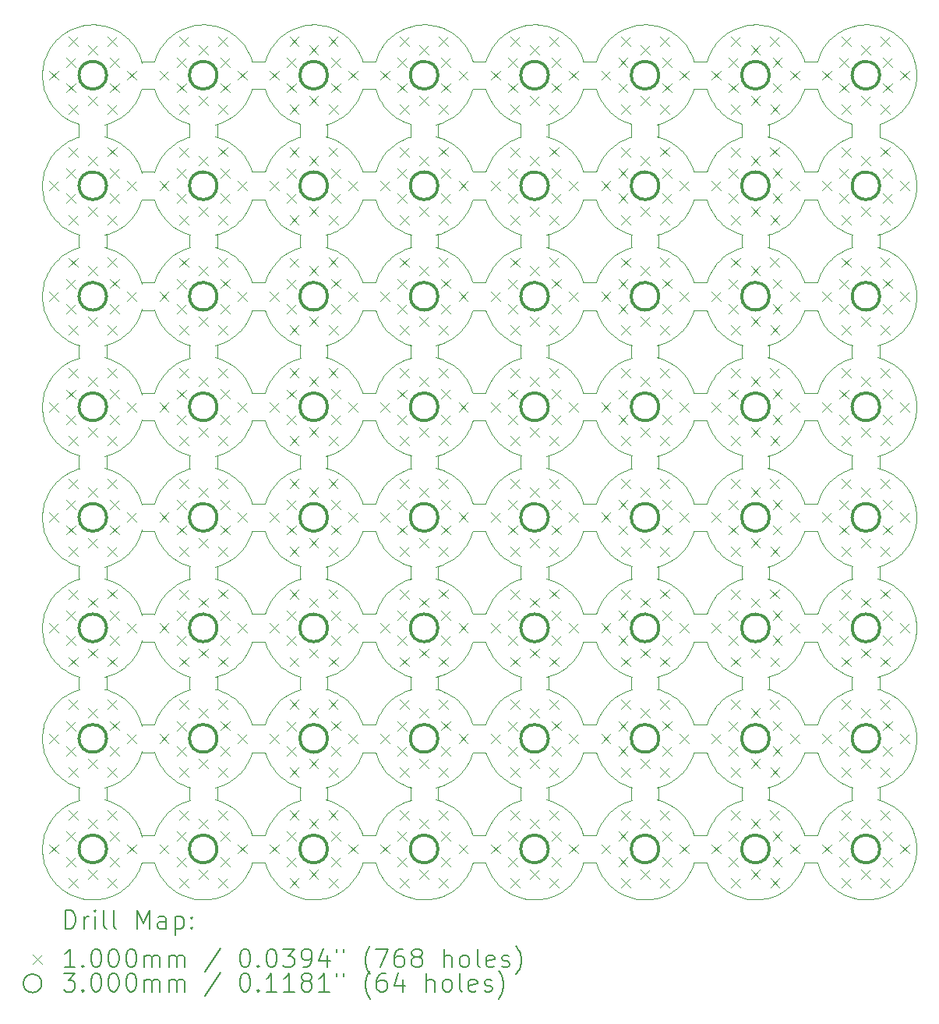
<source format=gbr>
%FSLAX45Y45*%
G04 Gerber Fmt 4.5, Leading zero omitted, Abs format (unit mm)*
G04 Created by KiCad (PCBNEW 6.0.4-6f826c9f35~116~ubuntu18.04.1) date 2022-07-20 17:56:52*
%MOMM*%
%LPD*%
G01*
G04 APERTURE LIST*
%TA.AperFunction,Profile*%
%ADD10C,0.100000*%
%TD*%
%ADD11C,0.200000*%
%ADD12C,0.100000*%
%ADD13C,0.300000*%
G04 APERTURE END LIST*
D10*
X2786475Y-8953647D02*
X2772388Y-8976924D01*
X4035387Y-7211531D02*
X4053775Y-7231585D01*
X6401695Y-4131095D02*
X6386475Y-4153647D01*
X7759274Y-8782972D02*
X7736535Y-8797912D01*
X5625817Y-5501893D02*
X5633169Y-5500886D01*
X6884758Y-3104081D02*
X6891930Y-3105987D01*
X3136801Y-4351347D02*
X3141816Y-4345878D01*
X9105351Y-6809644D02*
X9107521Y-6802548D01*
X4376984Y-1918835D02*
X4383558Y-1915393D01*
X10655585Y-9760022D02*
X10680558Y-9749223D01*
X9381846Y-10521178D02*
X9378162Y-10527620D01*
X2181846Y-9178738D02*
X2185206Y-9185353D01*
X4795782Y-7277531D02*
X4816504Y-7259899D01*
X5541816Y-3354038D02*
X5536801Y-3348569D01*
X5512901Y-1988722D02*
X5516097Y-1982025D01*
X8169862Y-2139917D02*
X8165267Y-2145743D01*
X5147751Y-1825424D02*
X5137262Y-1850529D01*
X2084758Y-4595835D02*
X2077501Y-4597384D01*
X6418013Y-9590593D02*
X6435387Y-9611531D01*
X4305351Y-9290272D02*
X4303534Y-9283078D01*
X4299878Y-8053668D02*
X4299878Y-8046248D01*
X3349833Y-3361760D02*
X3344182Y-3366569D01*
X10596904Y-9220467D02*
X10598183Y-9227776D01*
X5793271Y-8093833D02*
X5790926Y-8100873D01*
X8747751Y-10674491D02*
X8759470Y-10699046D01*
X7856758Y-3764955D02*
X7882462Y-3773873D01*
X8084758Y-8195835D02*
X8077501Y-8197384D01*
X10999159Y-10422758D02*
X10997142Y-10395625D01*
X8835387Y-3611531D02*
X8853775Y-3631585D01*
X2155240Y-6743238D02*
X2160389Y-6748581D01*
X2174164Y-7966045D02*
X2178162Y-7972296D01*
X10578162Y-4527620D02*
X10574164Y-4533871D01*
X6703534Y-6883078D02*
X6702075Y-6875802D01*
X10364387Y-10573243D02*
X10358395Y-10568867D01*
X2112757Y-10586121D02*
X2105946Y-10589066D01*
X6999832Y-5649958D02*
X6999648Y-5657376D01*
X10751851Y-5190301D02*
X10728750Y-5175928D01*
X2747751Y-1825424D02*
X2737262Y-1850529D01*
X2505718Y-1742276D02*
X2489944Y-1720108D01*
X4565267Y-6754173D02*
X4569862Y-6759999D01*
X4341816Y-9354038D02*
X4336801Y-9348569D01*
X6699878Y-9246248D02*
X6700245Y-9238837D01*
X9920735Y-6699958D02*
X9778812Y-6699958D01*
X2198183Y-8027776D02*
X2199098Y-8035140D01*
X1673132Y-4850704D02*
X1693412Y-4868843D01*
X7806827Y-8543363D02*
X7831525Y-8554777D01*
X5523462Y-5730770D02*
X5519620Y-5724422D01*
X3733883Y-10188817D02*
X3720376Y-10165198D01*
X6804186Y-9107072D02*
X6811308Y-9104989D01*
X10585206Y-1985353D02*
X10588236Y-1992127D01*
X4655585Y-3760022D02*
X4680558Y-3749223D01*
X10565267Y-6945743D02*
X10560389Y-6951334D01*
X9595782Y-4877531D02*
X9616504Y-4859899D01*
X7964387Y-6726673D02*
X7970589Y-6722598D01*
X6804186Y-4307072D02*
X6811308Y-4304989D01*
X3190294Y-5787636D02*
X3183558Y-5784523D01*
X5611308Y-3104989D02*
X5618524Y-3103262D01*
X5765267Y-7954173D02*
X5769862Y-7959999D01*
X10462802Y-5500520D02*
X10470177Y-5501344D01*
X5725900Y-5779239D02*
X5719414Y-5782843D01*
X10560389Y-6748581D02*
X10565267Y-6754173D01*
X7080558Y-5150693D02*
X7055585Y-5139894D01*
X5253775Y-10831585D02*
X5273133Y-10850704D01*
X1932063Y-6942858D02*
X1927613Y-6936921D01*
X3390926Y-6900873D02*
X3388235Y-6907789D01*
X3262802Y-8199396D02*
X3255396Y-8199855D01*
X8304966Y-2537202D02*
X8328750Y-2523988D01*
X9127613Y-2136921D02*
X9123462Y-2130770D01*
X3102075Y-6824114D02*
X3103534Y-6816838D01*
X5647976Y-5799946D02*
X5640561Y-5799671D01*
X6386475Y-2953647D02*
X6372388Y-2976924D01*
X3132063Y-6757057D02*
X3136801Y-6751347D01*
X2786475Y-6553647D02*
X2772388Y-6576924D01*
X2853775Y-6468331D02*
X2835387Y-6488384D01*
X4440561Y-5799671D02*
X4433169Y-5799030D01*
X9595782Y-5222385D02*
X9574213Y-5205800D01*
X10341816Y-7945878D02*
X10347096Y-7940663D01*
X9110040Y-2104348D02*
X9107521Y-2097368D01*
X3107521Y-4402548D02*
X3110040Y-4395568D01*
X6146205Y-7086841D02*
X6157312Y-7062004D01*
X2169862Y-4359999D02*
X2174164Y-4366045D01*
X6944182Y-3133347D02*
X6949833Y-3138156D01*
X2567178Y-10263268D02*
X2557312Y-10237912D01*
X4455396Y-1900061D02*
X4462802Y-1900520D01*
X9147096Y-9359252D02*
X9141816Y-9354038D01*
X4299878Y-3246248D02*
X4300245Y-3238836D01*
X6727613Y-5562995D02*
X6732063Y-5557057D01*
X6631525Y-3945139D02*
X6606827Y-3956553D01*
X5576984Y-9381081D02*
X5570589Y-9377318D01*
X10300978Y-10468463D02*
X10300245Y-10461079D01*
X6847976Y-9099969D02*
X6855396Y-9100061D01*
X3240561Y-3399671D02*
X3233169Y-3399030D01*
X2853775Y-6031585D02*
X2873132Y-6050704D01*
X10018013Y-6509323D02*
X10001695Y-6531095D01*
X1908577Y-3918406D02*
X1882462Y-3926042D01*
X7547751Y-1825424D02*
X7537262Y-1850529D01*
X1899878Y-4446248D02*
X1900245Y-4438837D01*
X4001695Y-4131095D02*
X3986475Y-4153647D01*
X6752626Y-6964199D02*
X6747096Y-6959252D01*
X4491930Y-3393929D02*
X4484758Y-3395835D01*
X10462802Y-1900520D02*
X10470177Y-1901344D01*
X7941816Y-5545878D02*
X7947096Y-5540664D01*
X6073093Y-4801170D02*
X6089944Y-4779808D01*
X4383558Y-10315393D02*
X4390294Y-10312280D01*
X9305946Y-8189066D02*
X9298998Y-8191671D01*
X9240561Y-2199671D02*
X9233169Y-2199030D01*
X6898998Y-5508245D02*
X6905946Y-5510850D01*
X4574164Y-4366045D02*
X4578162Y-4372296D01*
X4889944Y-5979808D02*
X4905718Y-5957639D01*
X7912901Y-4388722D02*
X7916097Y-4382025D01*
X8473093Y-8401170D02*
X8489944Y-8379808D01*
X7693412Y-9668843D02*
X7714563Y-9685957D01*
X2177896Y-8584841D02*
X2204191Y-8577853D01*
X3355240Y-7943238D02*
X3360388Y-7948581D01*
X3733883Y-4711099D02*
X3746205Y-4686841D01*
X7367178Y-9063268D02*
X7357312Y-9037912D01*
X8395782Y-7277531D02*
X8416504Y-7259899D01*
X5201695Y-4131095D02*
X5186475Y-4153647D01*
X1997175Y-4309504D02*
X2004186Y-4307072D01*
X8728026Y-2223794D02*
X8737262Y-2249387D01*
X9100978Y-6868463D02*
X9100245Y-6861079D01*
X7997175Y-6990412D02*
X7990294Y-6987636D01*
X9110040Y-6795568D02*
X9112901Y-6788722D01*
X8772388Y-7122992D02*
X8786475Y-7146269D01*
X5218013Y-2390593D02*
X5235387Y-2411531D01*
X9928026Y-8223794D02*
X9937262Y-8249387D01*
X2098998Y-3108245D02*
X2105946Y-3110849D01*
X1923462Y-5569146D02*
X1927613Y-5562995D01*
X2720068Y-4597777D02*
X2728026Y-4623794D01*
X10889944Y-9579808D02*
X10905718Y-9557639D01*
X5527613Y-3336921D02*
X5523462Y-3330770D01*
X2155240Y-4556678D02*
X2149833Y-4561760D01*
X10305351Y-10490272D02*
X10303534Y-10483078D01*
X8098998Y-10591671D02*
X8091930Y-10593929D01*
X9105351Y-3209644D02*
X9107521Y-3202548D01*
X6347751Y-9474491D02*
X6359470Y-9499046D01*
X6418013Y-1709323D02*
X6401695Y-1731095D01*
X6978162Y-6927620D02*
X6974164Y-6933871D01*
X8188235Y-6907789D02*
X8185206Y-6914562D01*
X9100245Y-10461079D02*
X9099878Y-10453668D01*
X9390926Y-8100873D02*
X9388236Y-8107789D01*
X6682462Y-10973874D02*
X6708577Y-10981510D01*
X10136535Y-3702004D02*
X10159274Y-3716944D01*
X6073093Y-4098746D02*
X6055207Y-4078244D01*
X6732063Y-5742858D02*
X6727613Y-5736921D01*
X7912901Y-3188722D02*
X7916097Y-3182025D01*
X2199648Y-2042540D02*
X2199832Y-2049958D01*
X10498998Y-10308245D02*
X10505946Y-10310850D01*
X4470177Y-7901344D02*
X4477501Y-7902532D01*
X7601695Y-5968821D02*
X7618013Y-5990593D01*
X4093412Y-10031073D02*
X4073132Y-10049212D01*
X9377896Y-6184841D02*
X9404191Y-6177853D01*
X5552626Y-5764199D02*
X5547096Y-5759252D01*
X2557312Y-9462004D02*
X2567178Y-9436648D01*
X4073132Y-10850704D02*
X4093412Y-10868843D01*
X10477501Y-7902532D02*
X10484758Y-7904081D01*
X5662802Y-3100520D02*
X5670177Y-3101344D01*
X4967178Y-10636648D02*
X4975777Y-10610835D01*
X7346205Y-9013075D02*
X7333883Y-8988817D01*
X1513406Y-7928519D02*
X1508057Y-7955196D01*
X7151851Y-5190301D02*
X7128750Y-5175928D01*
X3298998Y-10308245D02*
X3305946Y-10310850D01*
X6938299Y-6971092D02*
X6932201Y-6975319D01*
X6996904Y-2079449D02*
X6995266Y-2086686D01*
X6877501Y-6702532D02*
X6884758Y-6704081D01*
X2004186Y-10592844D02*
X1997175Y-10590412D01*
X8160388Y-3148581D02*
X8165267Y-3154173D01*
X10505946Y-7910849D02*
X10512757Y-7913795D01*
X1958395Y-5768867D02*
X1952626Y-5764199D01*
X10323462Y-10369146D02*
X10327613Y-10362995D01*
X6702075Y-3224114D02*
X6703534Y-3216838D01*
X6700245Y-6861079D02*
X6699878Y-6853668D01*
X9006827Y-6143363D02*
X9031525Y-6154777D01*
X4352626Y-9364199D02*
X4347096Y-9359252D01*
X2055396Y-1900061D02*
X2062802Y-1900520D01*
X5769862Y-5559999D02*
X5774164Y-5566045D01*
X2165267Y-9345743D02*
X2160389Y-9351335D01*
X7905351Y-3290272D02*
X7903534Y-3283078D01*
X1601695Y-5968821D02*
X1618013Y-5990593D01*
X4728750Y-3975928D02*
X4704966Y-3962714D01*
X1635387Y-7688384D02*
X1618013Y-7709323D01*
X4967178Y-9063268D02*
X4957312Y-9037912D01*
X1899878Y-6846248D02*
X1900245Y-6838836D01*
X4383558Y-8184523D02*
X4376984Y-8181081D01*
X6732063Y-9157057D02*
X6736801Y-9151347D01*
X8982724Y-1569174D02*
X8959274Y-1582972D01*
X4905718Y-3557639D02*
X4920376Y-3534718D01*
X4604191Y-7522063D02*
X4577896Y-7515075D01*
X9099916Y-9778977D02*
X9099916Y-9920939D01*
X6758395Y-3368867D02*
X6752626Y-3364199D01*
X10425817Y-1901893D02*
X10433169Y-1900886D01*
X8033169Y-10300886D02*
X8040561Y-10300245D01*
X10588236Y-2107789D02*
X10585206Y-2114563D01*
X5755240Y-2156678D02*
X5749833Y-2161760D01*
X4462802Y-7900520D02*
X4470177Y-7901344D01*
X5777896Y-5115075D02*
X5799916Y-5120927D01*
X6707521Y-10402548D02*
X6710040Y-10395568D01*
X5547096Y-8159252D02*
X5541816Y-8154038D01*
X7378812Y-10299958D02*
X7375777Y-10289081D01*
X9103534Y-5683078D02*
X9102075Y-5675802D01*
X6741816Y-4554038D02*
X6736801Y-4548569D01*
X9190294Y-5787636D02*
X9183558Y-5784523D01*
X10889944Y-2379808D02*
X10905718Y-2357639D01*
X2395782Y-6422385D02*
X2374213Y-6405800D01*
X6703534Y-9216838D02*
X6705351Y-9209644D01*
X5510040Y-9195568D02*
X5512901Y-9188722D01*
X10053775Y-10831585D02*
X10073133Y-10850704D01*
X6965267Y-8145743D02*
X6960388Y-8151334D01*
X2062802Y-9100520D02*
X2070177Y-9101344D01*
X2190926Y-4500873D02*
X2188236Y-4507789D01*
X3105351Y-10409644D02*
X3107521Y-10402548D01*
X4303534Y-3216838D02*
X4305351Y-3209644D01*
X6710040Y-10395568D02*
X6712901Y-10388722D01*
X9920735Y-3399958D02*
X9928026Y-3423794D01*
X7080558Y-7550693D02*
X7055585Y-7539894D01*
X7983558Y-9384523D02*
X7976984Y-9381081D01*
X8195266Y-10413230D02*
X8196904Y-10420467D01*
X6514563Y-7285957D02*
X6536535Y-7302004D01*
X9528750Y-5175928D02*
X9504966Y-5162714D01*
X2557312Y-7837912D02*
X2546205Y-7813074D01*
X7030109Y-7530342D02*
X7004191Y-7522063D01*
X4549833Y-2161760D02*
X4544182Y-2166569D01*
X6359470Y-4699046D02*
X6372388Y-4722992D01*
X4001695Y-7731095D02*
X3986475Y-7753647D01*
X10585206Y-2114563D02*
X10581846Y-2121178D01*
X3105351Y-2090272D02*
X3103534Y-2083078D01*
X4512757Y-9113795D02*
X4519414Y-9117073D01*
X10569862Y-4539917D02*
X10565267Y-4545743D01*
X3152626Y-8164199D02*
X3147096Y-8159252D01*
X4425817Y-6998023D02*
X4418524Y-6996654D01*
X9551851Y-9990301D02*
X9528750Y-9975928D01*
X8193271Y-5693833D02*
X8190926Y-5700873D01*
X5732201Y-10324597D02*
X5738299Y-10328824D01*
X5995782Y-10022385D02*
X5974213Y-10005800D01*
X10855207Y-6478244D02*
X10836328Y-6458652D01*
X10889944Y-5320108D02*
X10873093Y-5298746D01*
X6682462Y-3773873D02*
X6708577Y-3781509D01*
X2084758Y-10304081D02*
X2091930Y-10305987D01*
X6741816Y-1945878D02*
X6747096Y-1940663D01*
X7970589Y-3377318D02*
X7964387Y-3373243D01*
X8144182Y-10333347D02*
X8149833Y-10338156D01*
X6965267Y-4354173D02*
X6969862Y-4359999D01*
X4447977Y-4299969D02*
X4455396Y-4300061D01*
X6919414Y-6717073D02*
X6925900Y-6720677D01*
X10053775Y-4068331D02*
X10035387Y-4088384D01*
X9733883Y-4188817D02*
X9720376Y-4165198D01*
X5640561Y-6999671D02*
X5633169Y-6999030D01*
X6996904Y-9279449D02*
X6995266Y-9286686D01*
X3528750Y-8775928D02*
X3504966Y-8762714D01*
X4595266Y-5613230D02*
X4596904Y-5620467D01*
X4728750Y-2523988D02*
X4751851Y-2509615D01*
X8077501Y-7902532D02*
X8084758Y-7904081D01*
X2165267Y-7954173D02*
X2169862Y-7959999D01*
X6719620Y-10375494D02*
X6723462Y-10369146D01*
X3574213Y-2805800D02*
X3551851Y-2790301D01*
X2575777Y-9410835D02*
X2583090Y-9384628D01*
X9430109Y-1530342D02*
X9404191Y-1522063D01*
X10581846Y-3321178D02*
X10578162Y-3327620D01*
X3399916Y-9778989D02*
X3377896Y-9784841D01*
X5691930Y-10593929D02*
X5684758Y-10595835D01*
X10035387Y-10088385D02*
X10018013Y-10109323D01*
X2583090Y-9384628D02*
X2578812Y-9399958D01*
X2982724Y-10930742D02*
X3006827Y-10943363D01*
X2737262Y-9050529D02*
X2728026Y-9076122D01*
X10532201Y-2175319D02*
X10525900Y-2179239D01*
X10774213Y-8805800D02*
X10751851Y-8790301D01*
X5974213Y-8494116D02*
X5995782Y-8477531D01*
X9255396Y-9100061D02*
X9262802Y-9100520D01*
X9480558Y-8750693D02*
X9455585Y-8739894D01*
X9312757Y-7913795D02*
X9319414Y-7917073D01*
X5128026Y-9076122D02*
X5120735Y-9099958D01*
X6453775Y-5268331D02*
X6435387Y-5288385D01*
X7936801Y-1951347D02*
X7941816Y-1945878D01*
X4544182Y-9133347D02*
X4549833Y-9138156D01*
X2473093Y-1698746D02*
X2455207Y-1678244D01*
X9636328Y-10058652D02*
X9616504Y-10040017D01*
X1513406Y-4328519D02*
X1508057Y-4355196D01*
X5519620Y-10524422D02*
X5516097Y-10517891D01*
X10397175Y-10590412D02*
X10390294Y-10587636D01*
X5677501Y-10302532D02*
X5684758Y-10304081D01*
X4341816Y-6745878D02*
X4347096Y-6740663D01*
X1653775Y-8868331D02*
X1635387Y-8888385D01*
X9746205Y-4686841D02*
X9757312Y-4662004D01*
X8195266Y-3286686D02*
X8193271Y-3293833D01*
X6925900Y-9379239D02*
X6919414Y-9382843D01*
X1501345Y-9209179D02*
X1500000Y-9236354D01*
X9396904Y-9220467D02*
X9398183Y-9227776D01*
X9197175Y-4309504D02*
X9204186Y-4307072D01*
X10836328Y-6458652D02*
X10816504Y-6440017D01*
X4136535Y-8797912D02*
X4114563Y-8813959D01*
X3147096Y-5759252D02*
X3141816Y-5754038D01*
X7537262Y-4250529D02*
X7528026Y-4276122D01*
X1910040Y-5595568D02*
X1912901Y-5588722D01*
X10505946Y-9110850D02*
X10512757Y-9113795D01*
X3720376Y-7765198D02*
X3705718Y-7742276D01*
X8144182Y-3133347D02*
X8149833Y-3138156D01*
X6944182Y-5533347D02*
X6949833Y-5538156D01*
X9947751Y-3474491D02*
X9959470Y-3499046D01*
X4073132Y-5249212D02*
X4053775Y-5268331D01*
X1806827Y-5156553D02*
X1782724Y-5169174D01*
X9574213Y-6405800D02*
X9551851Y-6390301D01*
X9757312Y-7062004D02*
X9767178Y-7036648D01*
X5618524Y-4303262D02*
X5625817Y-4301893D01*
X6770589Y-4577318D02*
X6764387Y-4573243D01*
X9920735Y-2199958D02*
X9928026Y-2223794D01*
X5314563Y-4013959D02*
X5293412Y-4031073D01*
X5597175Y-6990412D02*
X5590294Y-6987636D01*
X6783558Y-10584523D02*
X6776984Y-10581081D01*
X4332063Y-9342859D02*
X4327613Y-9336921D01*
X2138300Y-10328824D02*
X2144182Y-10333347D01*
X2033169Y-5799030D02*
X2025817Y-5798023D01*
X10376984Y-4581081D02*
X10370589Y-4577318D01*
X8004186Y-10307072D02*
X8011308Y-10304989D01*
X4532201Y-8175319D02*
X4525900Y-8179239D01*
X10999832Y-8049958D02*
X10999159Y-8022758D01*
X3190294Y-4312280D02*
X3197175Y-4309504D01*
X2835387Y-4088384D02*
X2818013Y-4109323D01*
X3920735Y-10299958D02*
X3778812Y-10299958D01*
X8011308Y-3394926D02*
X8004186Y-3392844D01*
X3404191Y-9922063D02*
X3377896Y-9915075D01*
X10578162Y-3327620D02*
X10574164Y-3333871D01*
X10415840Y-10998907D02*
X10443029Y-10999916D01*
X2546205Y-9486841D02*
X2557312Y-9462004D01*
X8070177Y-10598572D02*
X8062802Y-10599396D01*
X7736535Y-5197912D02*
X7714563Y-5213959D01*
X8728026Y-4276122D02*
X8720735Y-4299958D01*
X9233169Y-5799030D02*
X9225817Y-5798023D01*
X3170589Y-2177318D02*
X3164387Y-2173243D01*
X5137262Y-5849387D02*
X5147751Y-5874491D01*
X6877501Y-3102532D02*
X6884758Y-3104081D01*
X9099916Y-3920939D02*
X9108577Y-3918406D01*
X10341816Y-4345878D02*
X10347096Y-4340664D01*
X10397175Y-5509504D02*
X10404186Y-5507072D01*
X8138299Y-6728824D02*
X8144182Y-6733347D01*
X5558395Y-4331049D02*
X5564387Y-4326673D01*
X8070177Y-4598572D02*
X8062802Y-4599396D01*
X9937262Y-6650529D02*
X9928026Y-6676121D01*
X1907521Y-6802548D02*
X1910040Y-6795568D01*
X9374164Y-9166045D02*
X9378162Y-9172296D01*
X5523462Y-7969146D02*
X5527613Y-7962995D01*
X2583090Y-9115288D02*
X2575777Y-9089081D01*
X9393271Y-9206083D02*
X9395266Y-9213230D01*
X8084758Y-10304081D02*
X8091930Y-10305987D01*
X4231525Y-7545139D02*
X4206827Y-7556553D01*
X4680558Y-8750693D02*
X4655585Y-8739894D01*
X9183558Y-10584523D02*
X9176984Y-10581081D01*
X4549833Y-5538156D02*
X4555240Y-5543238D01*
X10946205Y-7813074D02*
X10933883Y-7788817D01*
X6840561Y-10300245D02*
X6847976Y-10299969D01*
X8165267Y-6754173D02*
X8169862Y-6759999D01*
X6631525Y-9754777D02*
X6656758Y-9764955D01*
X5625817Y-1901893D02*
X5633169Y-1900886D01*
X1653775Y-6031585D02*
X1673132Y-6050704D01*
X10282462Y-2573874D02*
X10299916Y-2578977D01*
X2747751Y-2274491D02*
X2759470Y-2299046D01*
X1572388Y-4176924D02*
X1559470Y-4200870D01*
X5431525Y-6154777D02*
X5456758Y-6164955D01*
X8155240Y-10556678D02*
X8149833Y-10561760D01*
X10447977Y-3399946D02*
X10440561Y-3399671D01*
X5137262Y-3050529D02*
X5128026Y-3076121D01*
X1759274Y-2782972D02*
X1736535Y-2797912D01*
X6699916Y-2720939D02*
X6682462Y-2726042D01*
X1903534Y-10483078D02*
X1902075Y-10475802D01*
X8040561Y-3100245D02*
X8047976Y-3099969D01*
X9928026Y-3423794D02*
X9937262Y-3449387D01*
X8873133Y-7649211D02*
X8853775Y-7668331D01*
X5431525Y-3754777D02*
X5456758Y-3764955D01*
X3319414Y-9382843D02*
X3312757Y-9386121D01*
X4498998Y-6991671D02*
X4491930Y-6993929D01*
X9312757Y-4313795D02*
X9319414Y-4317073D01*
X6699916Y-9920939D02*
X6708577Y-9918406D01*
X6716097Y-1982025D02*
X6719620Y-1975494D01*
X10604191Y-2577853D02*
X10630109Y-2569573D01*
X2199098Y-4464776D02*
X2198183Y-4472140D01*
X3928026Y-7023794D02*
X3937262Y-7049387D01*
X5765267Y-1954173D02*
X5769862Y-1959999D01*
X5855585Y-9939894D02*
X5830109Y-9930343D01*
X10774213Y-4894116D02*
X10795782Y-4877531D01*
X3398183Y-6827776D02*
X3399098Y-6835140D01*
X8084758Y-4595835D02*
X8077501Y-4597384D01*
X9775777Y-9089081D02*
X9767178Y-9063268D01*
X9116097Y-8117891D02*
X9112901Y-8111194D01*
X6175777Y-4289081D02*
X6167178Y-4263268D01*
X5796904Y-6820467D02*
X5798183Y-6827776D01*
X8436328Y-4841264D02*
X8455207Y-4821672D01*
X2055396Y-3100061D02*
X2062802Y-3100520D01*
X6682462Y-9926042D02*
X6656758Y-9934961D01*
X2374213Y-3694116D02*
X2395782Y-3677531D01*
X10390294Y-4587636D02*
X10383558Y-4584523D01*
X3291930Y-1905987D02*
X3298998Y-1908245D01*
X4574164Y-3166045D02*
X4578162Y-3172296D01*
X6999098Y-8064776D02*
X6998183Y-8072140D01*
X4978812Y-6999958D02*
X5120735Y-6999958D01*
X1831525Y-8554777D02*
X1856758Y-8564955D01*
X8196904Y-10420467D02*
X8198183Y-10427776D01*
X5655396Y-6700061D02*
X5662802Y-6700520D01*
X1504033Y-2117811D02*
X1508057Y-2144720D01*
X8169862Y-10539917D02*
X8165267Y-10545743D01*
X9031525Y-2745139D02*
X9006827Y-2756553D01*
X5253775Y-2431585D02*
X5273133Y-2450704D01*
X9959470Y-9000870D02*
X9947751Y-9025425D01*
X2160389Y-4348581D02*
X2165267Y-4354173D01*
X9369862Y-8139917D02*
X9365267Y-8145743D01*
X6699916Y-4978977D02*
X6699916Y-5120939D01*
X3170589Y-3122598D02*
X3176984Y-3118835D01*
X2959274Y-5182972D02*
X2936535Y-5197912D01*
X9399832Y-2049958D02*
X9399648Y-2057376D01*
X10035387Y-4811531D02*
X10053775Y-4831585D01*
X3123462Y-7969146D02*
X3127613Y-7962995D01*
X10341816Y-9145878D02*
X10347096Y-9140664D01*
X5712757Y-8186121D02*
X5705946Y-8189066D01*
X5655396Y-4300061D02*
X5662802Y-4300520D01*
X8759470Y-9000870D02*
X8747751Y-9025425D01*
X10299916Y-6320939D02*
X10308577Y-6318406D01*
X5564387Y-2173243D02*
X5558395Y-2168867D01*
X3100978Y-6831452D02*
X3102075Y-6824114D01*
X10599832Y-6849958D02*
X10599648Y-6857376D01*
X7693412Y-7268843D02*
X7714563Y-7285957D01*
X2416504Y-6059899D02*
X2436328Y-6041264D01*
X1900245Y-2061079D02*
X1899878Y-2053668D01*
X6146205Y-4213075D02*
X6133883Y-4188817D01*
X5788235Y-1992127D02*
X5790926Y-1999042D01*
X2018524Y-3396654D02*
X2011308Y-3394926D01*
X8351851Y-7590301D02*
X8328750Y-7575928D01*
X3551851Y-6109615D02*
X3574213Y-6094116D01*
X2193271Y-4406083D02*
X2195266Y-4413230D01*
X2165267Y-1954173D02*
X2169862Y-1959999D01*
X2720735Y-5799958D02*
X2720068Y-5797776D01*
X7151851Y-7590301D02*
X7128750Y-7575928D01*
X3381846Y-2121178D02*
X3378162Y-2127620D01*
X9262802Y-5500520D02*
X9270177Y-5501344D01*
X6700978Y-10431453D02*
X6702075Y-10424114D01*
X2040561Y-6999671D02*
X2033169Y-6999030D01*
X2011308Y-6994926D02*
X2004186Y-6992844D01*
X5804191Y-7377853D02*
X5830109Y-7369573D01*
X2489944Y-6520108D02*
X2473093Y-6498746D01*
X9215840Y-10998907D02*
X9243029Y-10999916D01*
X3778812Y-1899958D02*
X3775777Y-1889081D01*
X6707521Y-8002548D02*
X6710040Y-7995568D01*
X6716097Y-6782025D02*
X6719620Y-6775494D01*
X9377896Y-3784841D02*
X9404191Y-3777853D01*
X10231525Y-4954777D02*
X10256758Y-4964955D01*
X10957312Y-6637912D02*
X10946205Y-6613074D01*
X1500000Y-4436354D02*
X1500000Y-4463562D01*
X3147096Y-5540664D02*
X3152626Y-5535717D01*
X5499916Y-3778977D02*
X5499916Y-3920939D01*
X4182724Y-6369174D02*
X4159274Y-6382972D01*
X5765267Y-3345743D02*
X5760388Y-3351334D01*
X5431525Y-3945139D02*
X5406827Y-3956553D01*
X4855207Y-7678244D02*
X4836328Y-7658652D01*
X6146205Y-9486841D02*
X6157312Y-9462004D01*
X6175777Y-5810835D02*
X6178812Y-5799958D01*
X5382724Y-1569174D02*
X5359274Y-1582972D01*
X9616504Y-7640017D02*
X9595782Y-7622385D01*
X5186475Y-2346269D02*
X5201695Y-2368821D01*
X9374164Y-10533871D02*
X9369862Y-10539917D01*
X8040561Y-4599671D02*
X8033169Y-4599030D01*
X9399098Y-9264776D02*
X9398183Y-9272140D01*
X8165267Y-10354173D02*
X8169862Y-10359999D01*
X7923462Y-6769146D02*
X7927613Y-6762995D01*
X2728026Y-10276122D02*
X2720068Y-10302139D01*
X5744182Y-8166569D02*
X5738299Y-8171092D01*
X9551851Y-6109615D02*
X9574213Y-6094116D01*
X6912757Y-8186121D02*
X6905946Y-8189066D01*
X10751851Y-1590301D02*
X10728750Y-1575928D01*
X5719414Y-4317073D02*
X5725900Y-4320677D01*
X7289944Y-7179808D02*
X7305718Y-7157639D01*
X5382724Y-9730742D02*
X5406827Y-9743363D01*
X3369862Y-7959999D02*
X3374164Y-7966045D01*
X9689944Y-5320108D02*
X9673093Y-5298746D01*
X1900245Y-6861079D02*
X1899878Y-6853668D01*
X3190294Y-3387636D02*
X3183558Y-3384523D01*
X10920376Y-7765198D02*
X10905718Y-7742276D01*
X3360388Y-8151334D02*
X3355240Y-8156678D01*
X6999098Y-2035140D02*
X6999648Y-2042540D01*
X4302075Y-5624114D02*
X4303534Y-5616838D01*
X6996904Y-9220467D02*
X6998183Y-9227776D01*
X3255396Y-4599855D02*
X3247976Y-4599947D01*
X10364387Y-4326673D02*
X10370589Y-4322598D01*
X9270177Y-9398572D02*
X9262802Y-9399396D01*
X4599098Y-9235140D02*
X4599648Y-9242540D01*
X7907521Y-5602548D02*
X7910040Y-5595568D01*
X1653775Y-8431585D02*
X1673132Y-8450704D01*
X3720376Y-1765198D02*
X3705718Y-1742276D01*
X4299916Y-2578977D02*
X4299916Y-2720939D01*
X10595266Y-4413230D02*
X10596904Y-4420467D01*
X6999098Y-4464776D02*
X6998183Y-4472140D01*
X1941816Y-5545878D02*
X1947096Y-5540664D01*
X2155240Y-5543238D02*
X2160389Y-5548581D01*
X5558395Y-8168867D02*
X5552626Y-8164199D01*
X3240561Y-8199671D02*
X3233169Y-8199030D01*
X6862802Y-9399396D02*
X6855396Y-9399855D01*
X6036328Y-7658652D02*
X6016503Y-7640017D01*
X8546205Y-10213075D02*
X8533883Y-10188817D01*
X9056758Y-6334960D02*
X9031525Y-6345139D01*
X7216503Y-6440017D02*
X7195782Y-6422385D01*
X6840561Y-9100245D02*
X6847976Y-9099969D01*
X9240561Y-7900245D02*
X9247977Y-7899969D01*
X9225817Y-6998023D02*
X9218524Y-6996654D01*
X3689944Y-8379808D02*
X3705718Y-8357639D01*
X1500000Y-3236354D02*
X1500000Y-3263562D01*
X6847976Y-1899969D02*
X6855396Y-1900061D01*
X2520376Y-2965198D02*
X2505718Y-2942276D01*
X1882462Y-2573874D02*
X1899916Y-2578977D01*
X4370589Y-7922598D02*
X4376984Y-7918835D01*
X6999916Y-3920927D02*
X6999916Y-3778989D01*
X3733883Y-7111099D02*
X3746205Y-7086841D01*
X8204191Y-3922063D02*
X8177896Y-3915075D01*
X5655396Y-3100061D02*
X5662802Y-3100520D01*
X2304966Y-7337202D02*
X2328750Y-7323988D01*
X6328026Y-10276122D02*
X6320735Y-10299958D01*
X5172388Y-3522992D02*
X5186475Y-3546269D01*
X5904966Y-2762714D02*
X5880558Y-2750693D01*
X3099878Y-6853668D02*
X3099878Y-6846248D01*
X6996904Y-3279449D02*
X6995266Y-3286686D01*
X2436328Y-7241264D02*
X2455207Y-7221672D01*
X1988734Y-10996554D02*
X2015840Y-10998907D01*
X4206827Y-8756553D02*
X4182724Y-8769174D01*
X10411308Y-3104989D02*
X10418524Y-3103262D01*
X7520735Y-8199958D02*
X7528026Y-8223794D01*
X7936801Y-9348569D02*
X7932063Y-9342859D01*
X9937262Y-5450529D02*
X9928026Y-5476122D01*
X4630109Y-4969573D02*
X4655585Y-4960022D01*
X7831525Y-2554777D02*
X7856758Y-2564955D01*
X7004191Y-3922063D02*
X6977896Y-3915075D01*
X8125900Y-4320677D02*
X8132201Y-4324597D01*
X10569862Y-9339917D02*
X10565267Y-9345743D01*
X8025817Y-9101893D02*
X8033169Y-9100886D01*
X9147096Y-10559252D02*
X9141816Y-10554038D01*
X4967178Y-4636648D02*
X4975777Y-4610835D01*
X9127613Y-4536921D02*
X9123462Y-4530770D01*
X6938299Y-3371092D02*
X6932201Y-3375319D01*
X3381846Y-7978738D02*
X3385206Y-7985353D01*
X10590926Y-3300873D02*
X10588236Y-3307789D01*
X8011308Y-9394927D02*
X8004186Y-9392844D01*
X6993271Y-5606082D02*
X6995266Y-5613230D01*
X5597175Y-10590412D02*
X5590294Y-10587636D01*
X4774213Y-1605800D02*
X4751851Y-1590301D01*
X10447977Y-6999946D02*
X10440561Y-6999671D01*
X10595266Y-5613230D02*
X10596904Y-5620467D01*
X3132063Y-3157057D02*
X3136801Y-3151347D01*
X10728750Y-6123988D02*
X10751851Y-6109615D01*
X5382724Y-10930742D02*
X5406827Y-10943363D01*
X9158395Y-4568867D02*
X9152626Y-4564199D01*
X4310040Y-4504348D02*
X4307521Y-4497368D01*
X1919620Y-3175494D02*
X1923462Y-3169146D01*
X8062802Y-6700520D02*
X8070177Y-6701344D01*
X9270177Y-5501344D02*
X9277501Y-5502532D01*
X6855396Y-4599855D02*
X6847976Y-4599947D01*
X10946205Y-2286841D02*
X10957312Y-2262004D01*
X4370589Y-3122598D02*
X4376984Y-3118835D01*
X4470177Y-5798572D02*
X4462802Y-5799396D01*
X6703534Y-5616838D02*
X6705351Y-5609644D01*
X10336801Y-10548569D02*
X10332063Y-10542859D01*
X1983558Y-5515393D02*
X1990294Y-5512280D01*
X10569862Y-5739917D02*
X10565267Y-5745743D01*
X10332063Y-10542859D02*
X10327613Y-10536921D01*
X10491930Y-4305987D02*
X10498998Y-4308245D01*
X8473093Y-4098746D02*
X8455207Y-4078244D01*
X10795782Y-10877531D02*
X10816504Y-10859899D01*
X6758395Y-9131049D02*
X6764387Y-9126673D01*
X3430109Y-4969573D02*
X3455585Y-4960022D01*
X10581846Y-8121178D02*
X10578162Y-8127620D01*
X4599648Y-10442540D02*
X4599832Y-10449958D01*
X6719620Y-3324422D02*
X6716097Y-3317891D01*
X4538300Y-8171092D02*
X4532201Y-8175319D01*
X2818013Y-4109323D02*
X2801695Y-4131095D01*
X6932201Y-4575319D02*
X6925900Y-4579239D01*
X4599832Y-5649958D02*
X4599648Y-5657376D01*
X3528750Y-1575928D02*
X3504966Y-1562714D01*
X7236328Y-4058652D02*
X7216503Y-4040017D01*
X9377896Y-2715075D02*
X9399916Y-2720927D01*
X6862802Y-3100520D02*
X6870177Y-3101344D01*
X4595266Y-8013230D02*
X4596904Y-8020467D01*
X6359470Y-7099046D02*
X6372388Y-7122992D01*
X6974164Y-3333871D02*
X6969862Y-3339917D01*
X2759470Y-5400870D02*
X2747751Y-5425425D01*
X2047976Y-10299969D02*
X2055396Y-10300061D01*
X5503534Y-10483078D02*
X5502075Y-10475802D01*
X4316097Y-6782025D02*
X4319620Y-6775494D01*
X5359274Y-6116944D02*
X5382724Y-6130742D01*
X4538300Y-1928824D02*
X4544182Y-1933347D01*
X9504966Y-8762714D02*
X9480558Y-8750693D01*
X6981846Y-5721178D02*
X6978162Y-5727620D01*
X10967178Y-8236648D02*
X10975777Y-8210835D01*
X4598183Y-10472140D02*
X4596904Y-10479449D01*
X7990294Y-4312280D02*
X7997175Y-4309504D01*
X9972388Y-9522992D02*
X9986475Y-9546269D01*
X5482462Y-8573874D02*
X5508577Y-8581510D01*
X1831525Y-6154777D02*
X1856758Y-6164955D01*
X7976984Y-8181081D02*
X7970589Y-8177318D01*
X9312757Y-3386121D02*
X9305946Y-3389066D01*
X6999916Y-2578989D02*
X6977896Y-2584841D01*
X5670235Y-10999579D02*
X5697391Y-10997898D01*
X10447977Y-3099969D02*
X10455396Y-3100061D01*
X4588236Y-4507789D02*
X4585206Y-4514563D01*
X2018524Y-2196654D02*
X2011308Y-2194927D01*
X9110040Y-1995568D02*
X9112901Y-1988722D01*
X7936801Y-10548569D02*
X7932063Y-10542859D01*
X1947096Y-6959252D02*
X1941816Y-6954038D01*
X10519414Y-2182843D02*
X10512757Y-2186121D01*
X4512757Y-3113795D02*
X4519414Y-3117073D01*
X2873132Y-8450704D02*
X2893412Y-8468843D01*
X3277501Y-9397384D02*
X3270177Y-9398572D01*
X9103534Y-8016838D02*
X9105351Y-8009644D01*
X6977896Y-4984841D02*
X7004191Y-4977853D01*
X3132063Y-9157057D02*
X3136801Y-9151347D01*
X3158395Y-8168867D02*
X3152626Y-8164199D01*
X10946205Y-1813074D02*
X10933883Y-1788817D01*
X5781846Y-5578738D02*
X5785206Y-5585353D01*
X7174213Y-6405800D02*
X7151851Y-6390301D01*
X7520735Y-4299958D02*
X7378812Y-4299958D01*
X4599916Y-3920927D02*
X4599916Y-3778989D01*
X4512757Y-7913795D02*
X4519414Y-7917073D01*
X6016503Y-2840017D02*
X5995782Y-2822385D01*
X8772388Y-2322992D02*
X8786475Y-2346269D01*
X10352626Y-10335717D02*
X10358395Y-10331049D01*
X1693412Y-6431073D02*
X1673132Y-6449211D01*
X9360389Y-3148581D02*
X9365267Y-3154173D01*
X8204191Y-10977853D02*
X8230109Y-10969573D01*
X5684758Y-2195835D02*
X5677501Y-2197384D01*
X10300978Y-5668463D02*
X10300245Y-5661079D01*
X10114563Y-6413959D02*
X10093412Y-6431073D01*
X6073093Y-10098746D02*
X6055207Y-10078244D01*
X8169862Y-4539917D02*
X8165267Y-4545743D01*
X4525900Y-9120677D02*
X4532201Y-9124597D01*
X3108577Y-5118406D02*
X3082462Y-5126042D01*
X3395266Y-2086686D02*
X3393271Y-2093833D01*
X9132063Y-2142859D02*
X9127613Y-2136921D01*
X2416504Y-9659899D02*
X2436328Y-9641264D01*
X2982724Y-9730742D02*
X3006827Y-9743363D01*
X8011308Y-6704989D02*
X8018524Y-6703262D01*
X1618013Y-10790593D02*
X1635387Y-10811531D01*
X6723462Y-6769146D02*
X6727613Y-6762995D01*
X3636328Y-8858652D02*
X3616503Y-8840017D01*
X8185206Y-4385353D02*
X8188235Y-4392127D01*
X4549833Y-6738156D02*
X4555240Y-6743238D01*
X10282462Y-2726042D02*
X10256758Y-2734961D01*
X8455207Y-10078244D02*
X8436328Y-10058652D01*
X3720376Y-5934718D02*
X3733883Y-5911099D01*
X3298998Y-9108245D02*
X3305946Y-9110850D01*
X4053775Y-7668331D02*
X4035387Y-7688384D01*
X5502075Y-5624114D02*
X5503534Y-5616838D01*
X9393271Y-10493833D02*
X9390926Y-10500873D01*
X3504966Y-5162714D02*
X3480558Y-5150693D01*
X5500978Y-5668463D02*
X5500245Y-5661079D01*
X1586475Y-10746269D02*
X1601695Y-10768821D01*
X10555240Y-3356678D02*
X10549833Y-3361760D01*
X1782724Y-1569174D02*
X1759274Y-1582972D01*
X5499878Y-8046248D02*
X5500245Y-8038836D01*
X6955240Y-9143238D02*
X6960388Y-9148581D01*
X10836328Y-8441264D02*
X10855207Y-8421672D01*
X4599098Y-4435140D02*
X4599648Y-4442540D01*
X8720735Y-9399958D02*
X8728026Y-9423794D01*
X4282462Y-4973874D02*
X4308577Y-4981510D01*
X8193271Y-2006082D02*
X8195266Y-2013230D01*
X10590926Y-4399043D02*
X10593271Y-4406083D01*
X4305351Y-5690272D02*
X4303534Y-5683078D01*
X8155240Y-9143238D02*
X8160388Y-9148581D01*
X6347751Y-7074491D02*
X6359470Y-7099046D01*
X4411308Y-6994926D02*
X4404186Y-6992844D01*
X9325900Y-1920677D02*
X9332201Y-1924597D01*
X8190926Y-5599042D02*
X8193271Y-5606082D01*
X7990294Y-3112280D02*
X7997175Y-3109504D01*
X7618013Y-4790593D02*
X7635387Y-4811531D01*
X7932063Y-10357057D02*
X7936801Y-10351347D01*
X2747751Y-9025425D02*
X2737262Y-9050529D01*
X8169862Y-7959999D02*
X8174164Y-7966045D01*
X6925900Y-6979239D02*
X6919414Y-6982843D01*
X10598183Y-10427776D02*
X10599098Y-10435140D01*
X3319414Y-4582843D02*
X3312757Y-4586121D01*
X3574213Y-10005800D02*
X3551851Y-9990301D01*
X3551851Y-9990301D02*
X3528750Y-9975928D01*
X10364387Y-10326673D02*
X10370589Y-10322598D01*
X2936535Y-5197912D02*
X2914563Y-5213959D01*
X3381846Y-10521178D02*
X3378162Y-10527620D01*
X9928026Y-7023794D02*
X9937262Y-7049387D01*
X1559470Y-7099046D02*
X1572388Y-7122992D01*
X4599098Y-4464776D02*
X4598183Y-4472140D01*
X9325900Y-6979239D02*
X9319414Y-6982843D01*
X2578812Y-4599958D02*
X2720735Y-4599958D01*
X3100245Y-5638836D02*
X3100978Y-5631452D01*
X3551851Y-7590301D02*
X3528750Y-7575928D01*
X8177896Y-5115075D02*
X8199916Y-5120927D01*
X10538300Y-10571092D02*
X10532201Y-10575319D01*
X10983090Y-10315288D02*
X10975777Y-10289081D01*
X3262802Y-3399396D02*
X3255396Y-3399855D01*
X4975777Y-9089081D02*
X4967178Y-9063268D01*
X9240561Y-10599671D02*
X9233169Y-10599030D01*
X4555240Y-10556678D02*
X4549833Y-10561760D01*
X10889944Y-1720108D02*
X10873093Y-1698746D01*
X5218013Y-8909323D02*
X5201695Y-8931095D01*
X1947096Y-4340664D02*
X1952626Y-4335717D01*
X9006827Y-2756553D02*
X8982724Y-2769174D01*
X10114563Y-10013959D02*
X10093412Y-10031073D01*
X10319620Y-5724422D02*
X10316097Y-5717891D01*
X6998183Y-8072140D02*
X6996904Y-8079449D01*
X9108577Y-5118406D02*
X9082462Y-5126042D01*
X6435387Y-8888385D02*
X6418013Y-8909323D01*
X6891930Y-6993929D02*
X6884758Y-6995835D01*
X2105946Y-7910849D02*
X2112757Y-7913795D01*
X6372388Y-7122992D02*
X6386475Y-7146269D01*
X5691930Y-2193929D02*
X5684758Y-2195835D01*
X8015840Y-1501009D02*
X7988734Y-1503362D01*
X7378812Y-5499958D02*
X7375777Y-5489081D01*
X6133883Y-8311099D02*
X6146205Y-8286841D01*
X7856758Y-8734961D02*
X7831525Y-8745139D01*
X5235387Y-1688384D02*
X5218013Y-1709323D01*
X5576984Y-3118835D02*
X5583558Y-3115393D01*
X4505946Y-9110850D02*
X4512757Y-9113795D01*
X3338299Y-8171092D02*
X3332201Y-8175319D01*
X10256758Y-4964955D02*
X10282462Y-4973874D01*
X8177896Y-6315075D02*
X8199916Y-6320927D01*
X10593271Y-10493833D02*
X10590926Y-10500873D01*
X10855207Y-8878244D02*
X10836328Y-8858652D01*
X7289944Y-2379808D02*
X7305718Y-2357639D01*
X6105718Y-7742276D02*
X6089944Y-7720108D01*
X6776984Y-10581081D02*
X6770589Y-10577318D01*
X6960388Y-5751334D02*
X6955240Y-5756678D01*
X9720376Y-7765198D02*
X9705718Y-7742276D01*
X5253775Y-5268331D02*
X5235387Y-5288385D01*
X5799648Y-8057376D02*
X5799098Y-8064776D01*
X4206827Y-5156553D02*
X4182724Y-5169174D01*
X6167178Y-10263268D02*
X6157312Y-10237912D01*
X1572388Y-7122992D02*
X1586475Y-7146269D01*
X7905351Y-4490272D02*
X7903534Y-4483078D01*
X10093412Y-4868843D02*
X10114563Y-4885957D01*
X9247977Y-2199947D02*
X9240561Y-2199671D01*
X9141816Y-4554038D02*
X9136801Y-4548569D01*
X8062802Y-9399396D02*
X8055396Y-9399855D01*
X1952626Y-6964199D02*
X1947096Y-6959252D01*
X3291930Y-3105987D02*
X3298998Y-3108245D01*
X6988235Y-9192127D02*
X6990926Y-9199043D01*
X9277501Y-9397384D02*
X9270177Y-9398572D01*
X10299878Y-9253668D02*
X10299878Y-9246248D01*
X7806827Y-3956553D02*
X7782724Y-3969174D01*
X10370589Y-1922598D02*
X10376984Y-1918835D01*
X5547096Y-10340664D02*
X5552626Y-10335717D01*
X4231525Y-3945139D02*
X4206827Y-3956553D01*
X3778812Y-7899958D02*
X3775777Y-7889081D01*
X4001695Y-5331095D02*
X3986475Y-5353647D01*
X1513406Y-3128519D02*
X1508057Y-3155196D01*
X3344182Y-5766569D02*
X3338299Y-5771092D01*
X6985206Y-6785353D02*
X6988235Y-6792127D01*
X7912901Y-9188722D02*
X7916097Y-9182025D01*
X1559470Y-4200870D02*
X1547751Y-4225425D01*
X4816504Y-8459899D02*
X4836328Y-8441264D01*
X5527613Y-6762995D02*
X5532063Y-6757057D01*
X8055396Y-8199855D02*
X8047976Y-8199946D01*
X4341816Y-8154038D02*
X4336801Y-8148569D01*
X8144182Y-4566569D02*
X8138299Y-4571092D01*
X9056758Y-9934961D02*
X9031525Y-9945139D01*
X2801695Y-6531095D02*
X2786475Y-6553647D01*
X10983090Y-5784628D02*
X10989097Y-5758091D01*
X5698998Y-7908245D02*
X5705946Y-7910849D01*
X1513406Y-10328519D02*
X1508057Y-10355196D01*
X3218524Y-6996654D02*
X3211308Y-6994926D01*
X7080558Y-8750693D02*
X7055585Y-8739894D01*
X7151851Y-8509615D02*
X7174213Y-8494116D01*
X2759470Y-1800869D02*
X2747751Y-1825424D01*
X4470177Y-2198572D02*
X4462802Y-2199396D01*
X10282462Y-9926042D02*
X10256758Y-9934961D01*
X6719620Y-2124422D02*
X6716097Y-2117891D01*
X9381846Y-9321178D02*
X9378162Y-9327620D01*
X3100245Y-9238837D02*
X3100978Y-9231453D01*
X6727613Y-10536921D02*
X6723462Y-10530770D01*
X8165267Y-8145743D02*
X8160388Y-8151334D01*
X8255585Y-2560022D02*
X8280558Y-2549223D01*
X4390294Y-4312280D02*
X4397175Y-4309504D01*
X4599648Y-4442540D02*
X4599832Y-4449958D01*
X9233169Y-9399030D02*
X9225817Y-9398023D01*
X10364387Y-3373243D02*
X10358395Y-3368867D01*
X9218524Y-4303262D02*
X9225817Y-4301893D01*
X5951851Y-8509615D02*
X5974213Y-8494116D01*
X4307521Y-3297368D02*
X4305351Y-3290272D01*
X10443029Y-10999916D02*
X10470235Y-10999579D01*
X10231525Y-7354777D02*
X10256758Y-7364955D01*
X8747751Y-9474491D02*
X8759470Y-9499046D01*
X10319620Y-2124422D02*
X10316097Y-2117891D01*
X6386475Y-7753647D02*
X6372388Y-7776924D01*
X4114563Y-5213959D02*
X4093412Y-5231073D01*
X3108577Y-3918406D02*
X3082462Y-3926042D01*
X3378162Y-1972296D02*
X3381846Y-1978738D01*
X7952626Y-6964199D02*
X7947096Y-6959252D01*
X5597175Y-2190412D02*
X5590294Y-2187636D01*
X3705718Y-3557639D02*
X3720376Y-3534718D01*
X4470177Y-9398572D02*
X4462802Y-9399396D01*
X5698998Y-10308245D02*
X5705946Y-10310850D01*
X6840561Y-2199671D02*
X6833169Y-2199030D01*
X8004186Y-7907072D02*
X8011308Y-7904989D01*
X10336801Y-5748569D02*
X10332063Y-5742858D01*
X4525900Y-1920677D02*
X4532201Y-1924597D01*
X2190926Y-9199043D02*
X2193271Y-9206083D01*
X4569862Y-3339917D02*
X4565267Y-3345743D01*
X2190926Y-3300873D02*
X2188236Y-3307789D01*
X9430109Y-9769573D02*
X9455585Y-9760022D01*
X4560389Y-3148581D02*
X4565267Y-3154173D01*
X8195266Y-6813230D02*
X8196904Y-6820467D01*
X10604191Y-7522063D02*
X10577896Y-7515075D01*
X3103534Y-6816838D02*
X3105351Y-6809644D01*
X3365267Y-7954173D02*
X3369862Y-7959999D01*
X7907521Y-3297368D02*
X7905351Y-3290272D01*
X6981846Y-3321178D02*
X6978162Y-3327620D01*
X5712757Y-4313795D02*
X5719414Y-4317073D01*
X10302075Y-9224114D02*
X10303534Y-9216838D01*
X10114563Y-9685957D02*
X10136535Y-9702004D01*
X9689944Y-9579808D02*
X9705718Y-9557639D01*
X4319620Y-10375494D02*
X4323462Y-10369146D01*
X2098998Y-7908245D02*
X2105946Y-7910849D01*
X5799648Y-10442540D02*
X5799832Y-10449958D01*
X2959274Y-9982972D02*
X2936535Y-9997912D01*
X2165267Y-2145743D02*
X2160389Y-2151335D01*
X3360388Y-3351334D02*
X3355240Y-3356678D01*
X7520735Y-1899958D02*
X7378812Y-1899958D01*
X2185206Y-7985353D02*
X2188236Y-7992127D01*
X7856758Y-9934961D02*
X7831525Y-9945139D01*
X8853775Y-10068331D02*
X8835387Y-10088385D01*
X10999832Y-9249958D02*
X10999159Y-9222758D01*
X10390294Y-10312280D02*
X10397175Y-10309504D01*
X8728026Y-4623794D02*
X8737262Y-4649387D01*
X5670177Y-4598572D02*
X5662802Y-4599396D01*
X7910040Y-5704348D02*
X7907521Y-5697368D01*
X3233169Y-9100886D02*
X3240561Y-9100245D01*
X10316097Y-10517891D02*
X10312901Y-10511194D01*
X8395782Y-7622385D02*
X8374213Y-7605800D01*
X9937262Y-8249387D02*
X9947751Y-8274491D01*
X2193271Y-6806082D02*
X2195266Y-6813230D01*
X4300245Y-5638836D02*
X4300978Y-5631452D01*
X6016503Y-8840017D02*
X5995782Y-8822385D01*
X9233169Y-3399030D02*
X9225817Y-3398023D01*
X10505946Y-3389066D02*
X10498998Y-3391671D01*
X10599098Y-3235140D02*
X10599648Y-3242540D01*
X9233169Y-7900886D02*
X9240561Y-7900245D01*
X4655585Y-10960022D02*
X4680558Y-10949223D01*
X2395782Y-3677531D02*
X2416504Y-3659899D01*
X6912757Y-5786121D02*
X6905946Y-5789066D01*
X5552626Y-6735716D02*
X5558395Y-6731049D01*
X5293412Y-10868843D02*
X5314563Y-10885957D01*
X8174164Y-2133871D02*
X8169862Y-2139917D01*
X10519414Y-6982843D02*
X10512757Y-6986121D01*
X2033169Y-3100886D02*
X2040561Y-3100245D01*
X9176984Y-2181081D02*
X9170589Y-2177318D01*
X6133883Y-10711099D02*
X6146205Y-10686841D01*
X7635387Y-5288385D02*
X7618013Y-5309323D01*
X4498998Y-8191671D02*
X4491930Y-8193929D01*
X5499878Y-4446248D02*
X5500245Y-4438837D01*
X10425817Y-4301893D02*
X10433169Y-4300886D01*
X10590926Y-9300873D02*
X10588236Y-9307789D01*
X5799098Y-9235140D02*
X5799648Y-9242540D01*
X2936535Y-1597912D02*
X2914563Y-1613959D01*
X2747751Y-6625424D02*
X2737262Y-6650529D01*
X10341816Y-3354038D02*
X10336801Y-3348569D01*
X7004191Y-10977853D02*
X7030109Y-10969573D01*
X6977896Y-7384841D02*
X7004191Y-7377853D01*
X5691930Y-7905987D02*
X5698998Y-7908245D01*
X9365267Y-9154173D02*
X9369862Y-9159999D01*
X7236328Y-8858652D02*
X7216503Y-8840017D01*
X7572388Y-4722992D02*
X7586475Y-4746269D01*
X2025817Y-9398023D02*
X2018524Y-9396654D01*
X2255585Y-3760022D02*
X2280558Y-3749223D01*
X8196904Y-3279449D02*
X8195266Y-3286686D01*
X6582724Y-5169174D02*
X6559274Y-5182972D01*
X6999098Y-10464776D02*
X6998183Y-10472140D01*
X10967178Y-3436648D02*
X10975777Y-3410835D01*
X9689944Y-10120108D02*
X9673093Y-10098746D01*
X6703534Y-10416838D02*
X6705351Y-10409644D01*
X9455585Y-2739894D02*
X9430109Y-2730343D01*
X1970589Y-4577318D02*
X1964387Y-4573243D01*
X4565267Y-10545743D02*
X4560389Y-10551335D01*
X2720735Y-4299958D02*
X2578812Y-4299958D01*
X5505351Y-6890272D02*
X5503534Y-6883078D01*
X3928026Y-3423794D02*
X3937262Y-3449387D01*
X9298998Y-5791671D02*
X9291930Y-5793929D01*
X3100978Y-6868463D02*
X3100245Y-6861079D01*
X6978162Y-4372296D02*
X6981846Y-4378738D01*
X6016503Y-5240017D02*
X5995782Y-5222385D01*
X2720735Y-6699958D02*
X2649916Y-6699958D01*
X1547751Y-2274491D02*
X1559470Y-2299046D01*
X9332201Y-7924597D02*
X9338300Y-7928824D01*
X4256758Y-3764955D02*
X4282462Y-3773873D01*
X9504966Y-6137202D02*
X9528750Y-6123988D01*
X3595782Y-1622385D02*
X3574213Y-1605800D01*
X7367178Y-10636648D02*
X7375777Y-10610835D01*
X8033169Y-9399030D02*
X8025817Y-9398023D01*
X3298998Y-1908245D02*
X3305946Y-1910849D01*
X3972388Y-10176924D02*
X3959470Y-10200870D01*
X3972388Y-4176924D02*
X3959470Y-4200870D01*
X5647976Y-9099969D02*
X5655396Y-9100061D01*
X5120735Y-9099958D02*
X4978812Y-9099958D01*
X1714563Y-6085957D02*
X1736535Y-6102004D01*
X10997142Y-5595625D02*
X10993785Y-5568625D01*
X10989097Y-1941824D02*
X10983090Y-1915288D01*
X8280558Y-1550693D02*
X8255585Y-1539894D01*
X8199098Y-3235140D02*
X8199648Y-3242540D01*
X9705718Y-10757639D02*
X9720376Y-10734718D01*
X10873093Y-4801170D02*
X10889944Y-4779808D01*
X2959274Y-8782972D02*
X2936535Y-8797912D01*
X1912901Y-5588722D02*
X1916097Y-5582025D01*
X9480558Y-9950693D02*
X9455585Y-9939894D01*
X5790926Y-6900873D02*
X5788235Y-6907789D01*
X1923462Y-4369146D02*
X1927613Y-4362995D01*
X7990294Y-1912280D02*
X7997175Y-1909504D01*
X3928026Y-4623794D02*
X3937262Y-4649387D01*
X7905351Y-8090272D02*
X7903534Y-8083078D01*
X8011308Y-1904989D02*
X8018524Y-1903262D01*
X8801695Y-1731095D02*
X8786475Y-1753647D01*
X5799832Y-10449958D02*
X5799648Y-10457376D01*
X1601695Y-2931095D02*
X1586475Y-2953647D01*
X10001695Y-8368821D02*
X10018013Y-8390593D01*
X9920735Y-9399958D02*
X9928026Y-9423794D01*
X2112757Y-3113795D02*
X2119414Y-3117073D01*
X5519620Y-9175494D02*
X5523462Y-9169146D01*
X8112757Y-3386121D02*
X8105946Y-3389066D01*
X2786475Y-4153647D02*
X2772388Y-4176924D01*
X3655207Y-10821672D02*
X3673093Y-10801170D01*
X2199098Y-8064776D02*
X2198183Y-8072140D01*
X6960388Y-9351335D02*
X6955240Y-9356678D01*
X4728750Y-7323988D02*
X4751851Y-7309615D01*
X10477501Y-8197384D02*
X10470177Y-8198572D01*
X3183558Y-2184523D02*
X3176984Y-2181081D01*
X4312901Y-3311194D02*
X4310040Y-3304348D01*
X9595782Y-8477531D02*
X9616504Y-8459899D01*
X4341816Y-4554038D02*
X4336801Y-4548569D01*
X5500978Y-3231452D02*
X5502075Y-3224114D01*
X4182724Y-5169174D02*
X4159274Y-5182972D01*
X5159470Y-10200870D02*
X5147751Y-10225425D01*
X3778812Y-4599958D02*
X3920735Y-4599958D01*
X10455396Y-9100061D02*
X10462802Y-9100520D01*
X5128026Y-4276122D02*
X5120735Y-4299958D01*
X6949833Y-3361760D02*
X6944182Y-3366569D01*
X8196904Y-2079449D02*
X8195266Y-2086686D01*
X6036328Y-3641264D02*
X6055207Y-3621672D01*
X2199648Y-8057376D02*
X2199098Y-8064776D01*
X4873093Y-7201170D02*
X4889944Y-7179808D01*
X7289944Y-4779808D02*
X7305718Y-4757639D01*
X10404186Y-10307072D02*
X10411308Y-10304989D01*
X2489944Y-8379808D02*
X2505718Y-8357639D01*
X2149833Y-1938156D02*
X2155240Y-1943238D01*
X6925900Y-5520677D02*
X6932201Y-5524597D01*
X9123462Y-10530770D02*
X9119620Y-10524422D01*
X2195266Y-5686686D02*
X2193271Y-5693833D01*
X5611308Y-4304989D02*
X5618524Y-4303262D01*
X1899878Y-9253668D02*
X1899878Y-9246248D01*
X6016503Y-7640017D02*
X5995782Y-7622385D01*
X8520376Y-6565198D02*
X8505718Y-6542276D01*
X6073093Y-10801170D02*
X6089944Y-10779808D01*
X5790926Y-5599042D02*
X5793271Y-5606082D01*
X8174164Y-3333871D02*
X8169862Y-3339917D01*
X10999159Y-8077157D02*
X10999832Y-8049958D01*
X9398183Y-3272140D02*
X9396904Y-3279449D01*
X8195266Y-8086686D02*
X8193271Y-8093833D01*
X10680558Y-6149223D02*
X10704966Y-6137202D01*
X5769862Y-9339917D02*
X5765267Y-9345743D01*
X7151851Y-9990301D02*
X7128750Y-9975928D01*
X6862802Y-4300520D02*
X6870177Y-4301344D01*
X7782724Y-10930742D02*
X7806827Y-10943363D01*
X5503534Y-9283078D02*
X5502075Y-9275802D01*
X9399916Y-3778989D02*
X9377896Y-3784841D01*
X7936801Y-6948569D02*
X7932063Y-6942858D01*
X8728026Y-6676121D02*
X8720735Y-6699958D01*
X4889944Y-7179808D02*
X4905718Y-7157639D01*
X9112901Y-6788722D02*
X9116097Y-6782025D01*
X3959470Y-4699046D02*
X3972388Y-4722992D01*
X5725900Y-3120677D02*
X5732201Y-3124597D01*
X3551851Y-2509615D02*
X3574213Y-2494116D01*
X8165267Y-7954173D02*
X8169862Y-7959999D01*
X1508057Y-5555196D02*
X1504033Y-5582105D01*
X3404191Y-8577853D02*
X3430109Y-8569573D01*
X8011308Y-4594927D02*
X8004186Y-4592844D01*
X1927613Y-6936921D02*
X1923462Y-6930770D01*
X10873093Y-2401170D02*
X10889944Y-2379808D01*
X1513406Y-9371397D02*
X1520068Y-9397777D01*
X10630109Y-5130343D02*
X10604191Y-5122063D01*
X5755240Y-10556678D02*
X5749833Y-10561760D01*
X3119620Y-5575494D02*
X3123462Y-5569146D01*
X10999159Y-6877157D02*
X10999832Y-6849958D01*
X9170589Y-10577318D02*
X9164387Y-10573243D01*
X8025817Y-5501893D02*
X8033169Y-5500886D01*
X6783558Y-6984523D02*
X6776984Y-6981081D01*
X9119620Y-6775494D02*
X9123462Y-6769146D01*
X4505946Y-5789066D02*
X4498998Y-5791671D01*
X3312757Y-2186121D02*
X3305946Y-2189066D01*
X3284758Y-3395835D02*
X3277501Y-3397384D01*
X4519414Y-4582843D02*
X4512757Y-4586121D01*
X6514563Y-2813959D02*
X6493412Y-2831073D01*
X6919414Y-5517073D02*
X6925900Y-5520677D01*
X10578162Y-9172296D02*
X10581846Y-9178738D01*
X9775777Y-4610835D02*
X9778812Y-4599958D01*
X6146205Y-5413075D02*
X6133883Y-5388817D01*
X6732063Y-2142859D02*
X6727613Y-2136921D01*
X3404191Y-7377853D02*
X3430109Y-7369573D01*
X2144182Y-10566569D02*
X2138300Y-10571092D01*
X4751851Y-7309615D02*
X4774213Y-7294116D01*
X4299878Y-9246248D02*
X4300245Y-9238837D01*
X5519620Y-1975494D02*
X5523462Y-1969146D01*
X9099878Y-8053668D02*
X9099878Y-8046248D01*
X2070177Y-1901344D02*
X2077501Y-1902532D01*
X9767178Y-1863268D02*
X9757312Y-1837912D01*
X1537262Y-1850529D02*
X1528026Y-1876121D01*
X3197175Y-6709504D02*
X3204186Y-6707072D01*
X1856758Y-8734961D02*
X1831525Y-8745139D01*
X2025817Y-6701893D02*
X2033169Y-6700886D01*
X4352626Y-5764199D02*
X4347096Y-5759252D01*
X2181846Y-2121178D02*
X2178162Y-2127620D01*
X6818524Y-7903262D02*
X6825817Y-7901893D01*
X4855207Y-7221672D02*
X4873093Y-7201170D01*
X9312757Y-9113795D02*
X9319414Y-9117073D01*
X5500978Y-10431453D02*
X5502075Y-10424114D01*
X4136535Y-1597912D02*
X4114563Y-1613959D01*
X9100245Y-2061079D02*
X9099878Y-2053668D01*
X8455207Y-3621672D02*
X8473093Y-3601170D01*
X10299878Y-3253668D02*
X10299878Y-3246248D01*
X10957312Y-4237912D02*
X10946205Y-4213075D01*
X4569862Y-10539917D02*
X4565267Y-10545743D01*
X3344182Y-6733347D02*
X3349833Y-6738156D01*
X9127613Y-5562995D02*
X9132063Y-5557057D01*
X5705946Y-9110850D02*
X5712757Y-9113795D01*
X2546205Y-8286841D02*
X2557312Y-8262004D01*
X2084758Y-9395835D02*
X2077501Y-9397384D01*
X8505718Y-4757639D02*
X8520376Y-4734718D01*
X4206827Y-3956553D02*
X4182724Y-3969174D01*
X9158395Y-2168867D02*
X9152626Y-2164199D01*
X1927613Y-6762995D02*
X1932063Y-6757057D01*
X4577896Y-9784841D02*
X4604191Y-9777853D01*
X6716097Y-7982025D02*
X6719620Y-7975494D01*
X6912757Y-2186121D02*
X6905946Y-2189066D01*
X2181846Y-10378738D02*
X2185206Y-10385353D01*
X8351851Y-6390301D02*
X8328750Y-6375928D01*
X9247977Y-6699969D02*
X9255396Y-6700061D01*
X10418524Y-3396654D02*
X10411308Y-3394926D01*
X10975777Y-3089081D02*
X10967178Y-3063268D01*
X10433169Y-10599030D02*
X10425817Y-10598023D01*
X4933883Y-10188817D02*
X4920376Y-10165198D01*
X7104966Y-6362714D02*
X7080558Y-6350693D01*
X5172388Y-1776924D02*
X5159470Y-1800869D01*
X3395266Y-5686686D02*
X3393271Y-5693833D01*
X7908577Y-3918406D02*
X7882462Y-3926042D01*
X10578162Y-6772296D02*
X10581846Y-6778738D01*
X6747096Y-5540664D02*
X6752626Y-5535717D01*
X9158395Y-3131049D02*
X9164387Y-3126673D01*
X7900245Y-6861079D02*
X7899878Y-6853668D01*
X10505946Y-4310850D02*
X10512757Y-4313795D01*
X4599832Y-10449958D02*
X4599648Y-10457376D01*
X2199916Y-8720927D02*
X2199916Y-8578989D01*
X3920735Y-8199958D02*
X3928026Y-8223794D01*
X4975777Y-5810835D02*
X4978812Y-5799958D01*
X6582724Y-9730742D02*
X6606827Y-9743363D01*
X4073132Y-6449211D02*
X4053775Y-6468331D01*
X10159274Y-3982972D02*
X10136535Y-3997912D01*
X4975777Y-4289081D02*
X4967178Y-4263268D01*
X9551851Y-2509615D02*
X9574213Y-2494116D01*
X9319414Y-2182843D02*
X9312757Y-2186121D01*
X8181846Y-10521178D02*
X8178162Y-10527620D01*
X10560389Y-10551335D02*
X10555240Y-10556678D01*
X9399832Y-8049958D02*
X9399648Y-8057376D01*
X5532063Y-7957057D02*
X5536801Y-7951347D01*
X3399098Y-3264776D02*
X3398183Y-3272140D01*
X5502075Y-9275802D02*
X5500978Y-9268463D01*
X2190926Y-9300873D02*
X2188236Y-9307789D01*
X3136801Y-8148569D02*
X3132063Y-8142858D01*
X2149833Y-4561760D02*
X2144182Y-4566569D01*
X10585206Y-6914562D02*
X10581846Y-6921178D01*
X1997175Y-2190412D02*
X1990294Y-2187636D01*
X2004186Y-3107072D02*
X2011308Y-3104989D01*
X9112901Y-1988722D02*
X9116097Y-1982025D01*
X8786475Y-4746269D02*
X8801695Y-4768821D01*
X3211308Y-3104989D02*
X3218524Y-3103262D01*
X7736535Y-8797912D02*
X7714563Y-8813959D01*
X5855585Y-6160022D02*
X5880558Y-6149223D01*
X6372388Y-1776924D02*
X6359470Y-1800869D01*
X3255396Y-4300061D02*
X3262802Y-4300520D01*
X3746205Y-10686841D02*
X3757312Y-10662004D01*
X5633169Y-9100886D02*
X5640561Y-9100245D01*
X2304966Y-3962714D02*
X2280558Y-3950693D01*
X10595266Y-4486686D02*
X10593271Y-4493833D01*
X10310040Y-7995568D02*
X10312901Y-7988722D01*
X3141816Y-9354038D02*
X3136801Y-9348569D01*
X10383558Y-6984523D02*
X10376984Y-6981081D01*
X4519414Y-10582843D02*
X4512757Y-10586121D01*
X8489944Y-2379808D02*
X8505718Y-2357639D01*
X10751851Y-9709615D02*
X10774213Y-9694116D01*
X10795782Y-4877531D02*
X10816504Y-4859899D01*
X9105351Y-8009644D02*
X9107521Y-8002548D01*
X3947751Y-4225425D02*
X3937262Y-4250529D01*
X7958395Y-7931049D02*
X7964387Y-7926673D01*
X3270177Y-1901344D02*
X3277501Y-1902532D01*
X3332201Y-3375319D02*
X3325900Y-3379239D01*
X3528750Y-9723988D02*
X3551851Y-9709615D01*
X4455396Y-10300061D02*
X4462802Y-10300520D01*
X3378162Y-5572296D02*
X3381846Y-5578738D01*
X3404191Y-7522063D02*
X3377896Y-7515075D01*
X5777896Y-6315075D02*
X5799916Y-6320927D01*
X9928026Y-1876121D02*
X9920735Y-1899958D01*
X3176984Y-10581081D02*
X3170589Y-10577318D01*
X6712901Y-6911194D02*
X6710040Y-6904348D01*
X10873093Y-1698746D02*
X10855207Y-1678244D01*
X5558395Y-4568867D02*
X5552626Y-4564199D01*
X7899916Y-5120939D02*
X7908577Y-5118406D01*
X7910040Y-7995568D02*
X7912901Y-7988722D01*
X10512757Y-7913795D02*
X10519414Y-7917073D01*
X5541816Y-5545878D02*
X5547096Y-5540664D01*
X6708577Y-6318406D02*
X6682462Y-6326042D01*
X3972388Y-8322992D02*
X3986475Y-8346269D01*
X10920376Y-5934718D02*
X10933883Y-5911099D01*
X1856758Y-3934960D02*
X1831525Y-3945139D01*
X4604191Y-10977853D02*
X4630109Y-10969573D01*
X3504966Y-4937202D02*
X3528750Y-4923988D01*
X9119620Y-4375494D02*
X9123462Y-4369146D01*
X6999648Y-8057376D02*
X6999098Y-8064776D01*
X8199648Y-6857376D02*
X8199098Y-6864776D01*
X10544182Y-3133347D02*
X10549833Y-3138156D01*
X2893412Y-5231073D02*
X2873132Y-5249212D01*
X5799648Y-3257376D02*
X5799098Y-3264776D01*
X7736535Y-7302004D02*
X7759274Y-7316944D01*
X2178162Y-5727620D02*
X2174164Y-5733871D01*
X10418524Y-4303262D02*
X10425817Y-4301893D01*
X5719414Y-5782843D02*
X5712757Y-5786121D01*
X6938299Y-1928824D02*
X6944182Y-1933347D01*
X2728026Y-9076122D02*
X2720068Y-9102139D01*
X2982724Y-9969174D02*
X2959274Y-9982972D01*
X1504033Y-8117811D02*
X1508057Y-8144720D01*
X4455396Y-5799855D02*
X4447977Y-5799946D01*
X7983558Y-3384523D02*
X7976984Y-3381081D01*
X1572388Y-7776924D02*
X1559470Y-7800869D01*
X3775777Y-7010835D02*
X3778812Y-6999958D01*
X8873133Y-5249212D02*
X8853775Y-5268331D01*
X8055396Y-10300061D02*
X8062802Y-10300520D01*
X5995782Y-9677531D02*
X6016503Y-9659899D01*
X2304966Y-9737202D02*
X2328750Y-9723988D01*
X5505351Y-2090272D02*
X5503534Y-2083078D01*
X6167178Y-10636648D02*
X6175777Y-10610835D01*
X9616504Y-2840017D02*
X9595782Y-2822385D01*
X7586475Y-2953647D02*
X7572388Y-2976924D01*
X8455207Y-10821672D02*
X8473093Y-10801170D01*
X4307521Y-4497368D02*
X4305351Y-4490272D01*
X7653775Y-6468331D02*
X7635387Y-6488384D01*
X3365267Y-10354173D02*
X3369862Y-10359999D01*
X4390294Y-1912280D02*
X4397175Y-1909504D01*
X1976984Y-4318835D02*
X1983558Y-4315393D01*
X6932201Y-6724597D02*
X6938299Y-6728824D01*
X10544182Y-9366569D02*
X10538300Y-9371092D01*
X10596904Y-5679449D02*
X10595266Y-5686686D01*
X6955240Y-4556678D02*
X6949833Y-4561760D01*
X5995782Y-4877531D02*
X6016503Y-4859899D01*
X7333883Y-9511099D02*
X7346205Y-9486841D01*
X8786475Y-1753647D02*
X8772388Y-1776924D01*
X6999832Y-10449958D02*
X6999648Y-10457376D01*
X9344182Y-5533347D02*
X9349833Y-5538156D01*
X5336535Y-9702004D02*
X5359274Y-9716944D01*
X2125900Y-10579239D02*
X2119414Y-10582843D01*
X8004186Y-5792844D02*
X7997175Y-5790412D01*
X3123462Y-9330770D02*
X3119620Y-9324422D01*
X1976984Y-2181081D02*
X1970589Y-2177318D01*
X5662802Y-4599396D02*
X5655396Y-4599855D01*
X3332201Y-9124597D02*
X3338299Y-9128824D01*
X2119414Y-6982843D02*
X2112757Y-6986121D01*
X3170589Y-10577318D02*
X3164387Y-10573243D01*
X4491930Y-10593929D02*
X4484758Y-10595835D01*
X9164387Y-9373243D02*
X9158395Y-9368867D01*
X7912901Y-8111194D02*
X7910040Y-8104348D01*
X7941816Y-1945878D02*
X7947096Y-1940663D01*
X6999648Y-2042540D02*
X6999832Y-2049958D01*
X6167178Y-7863268D02*
X6157312Y-7837912D01*
X4300978Y-6831452D02*
X4302075Y-6824114D01*
X4312901Y-10511194D02*
X4310040Y-10504348D01*
X3920735Y-6999958D02*
X3928026Y-7023794D01*
X10312901Y-9311194D02*
X10310040Y-9304348D01*
X2177896Y-6315075D02*
X2199916Y-6320927D01*
X5597175Y-3390412D02*
X5590294Y-3387636D01*
X1936801Y-8148569D02*
X1932063Y-8142858D01*
X4455396Y-3100061D02*
X4462802Y-3100520D01*
X10855207Y-10078244D02*
X10836328Y-10058652D01*
X10397175Y-9109504D02*
X10404186Y-9107072D01*
X8193271Y-10406083D02*
X8195266Y-10413230D01*
X10114563Y-7285957D02*
X10136535Y-7302004D01*
X2818013Y-2909323D02*
X2801695Y-2931095D01*
X6700245Y-8038836D02*
X6700978Y-8031452D01*
X7900978Y-3268463D02*
X7900245Y-3261079D01*
X2351851Y-5190301D02*
X2328750Y-5175928D01*
X10182724Y-9730742D02*
X10206827Y-9743363D01*
X4967178Y-3436648D02*
X4975777Y-3410835D01*
X4975777Y-2210835D02*
X4978812Y-2199958D01*
X3374164Y-4366045D02*
X3378162Y-4372296D01*
X6825817Y-5501893D02*
X6833169Y-5500886D01*
X7030109Y-8569573D02*
X7055585Y-8560022D01*
X8255585Y-1539894D02*
X8230109Y-1530342D01*
X4957312Y-9037912D02*
X4946205Y-9013075D01*
X2455207Y-9621672D02*
X2473093Y-9601170D01*
X9116097Y-5582025D02*
X9119620Y-5575494D01*
X1856758Y-6164955D02*
X1882462Y-6173873D01*
X10795782Y-1622385D02*
X10774213Y-1605800D01*
X3937262Y-6650529D02*
X3928026Y-6676121D01*
X7346205Y-5886841D02*
X7357312Y-5862004D01*
X7919620Y-6924422D02*
X7916097Y-6917891D01*
X5830109Y-9769573D02*
X5855585Y-9760022D01*
X4418524Y-9396654D02*
X4411308Y-9394927D01*
X1900245Y-8061079D02*
X1899878Y-8053668D01*
X2328750Y-1575928D02*
X2304966Y-1562714D01*
X7693412Y-2831073D02*
X7673132Y-2849211D01*
X6073093Y-2898746D02*
X6055207Y-2878244D01*
X4358395Y-6731049D02*
X4364387Y-6726673D01*
X8853775Y-7231585D02*
X8873133Y-7250704D01*
X10836328Y-10058652D02*
X10816504Y-10040017D01*
X4599916Y-2578989D02*
X4577896Y-2584841D01*
X7900978Y-6831452D02*
X7902075Y-6824114D01*
X8070177Y-9398572D02*
X8062802Y-9399396D01*
X3399098Y-4435140D02*
X3399648Y-4442540D01*
X1923462Y-9330770D02*
X1919620Y-9324422D01*
X3404191Y-9777853D02*
X3430109Y-9769573D01*
X2177896Y-9784841D02*
X2204191Y-9777853D01*
X10440561Y-10300245D02*
X10447977Y-10299969D01*
X4358395Y-4568867D02*
X4352626Y-4564199D01*
X4889944Y-8379808D02*
X4905718Y-8357639D01*
X10352626Y-5764199D02*
X10347096Y-5759252D01*
X1856758Y-6334960D02*
X1831525Y-6345139D01*
X6167178Y-3436648D02*
X6175777Y-3410835D01*
X8280558Y-10949223D02*
X8304966Y-10937202D01*
X8489944Y-8379808D02*
X8505718Y-8357639D01*
X6847976Y-10299969D02*
X6855396Y-10300061D01*
X7714563Y-2485957D02*
X7736535Y-2502004D01*
X9377896Y-10984841D02*
X9404191Y-10977853D01*
X8160388Y-8151334D02*
X8155240Y-8156678D01*
X2720735Y-6999958D02*
X2720068Y-6997776D01*
X4816504Y-6440017D02*
X4795782Y-6422385D01*
X7195782Y-3677531D02*
X7216503Y-3659899D01*
X1900245Y-10461079D02*
X1899878Y-10453668D01*
X6932201Y-10575319D02*
X6925900Y-10579239D01*
X4411308Y-10304989D02*
X4418524Y-10303262D01*
X3298998Y-3108245D02*
X3305946Y-3110849D01*
X6818524Y-4596654D02*
X6811308Y-4594927D01*
X6473132Y-7649211D02*
X6453775Y-7668331D01*
X6705351Y-9209644D02*
X6707521Y-9202548D01*
X5618524Y-9103262D02*
X5625817Y-9101893D01*
X3099878Y-5653668D02*
X3099878Y-5646248D01*
X3377896Y-10984841D02*
X3404191Y-10977853D01*
X5755240Y-9356678D02*
X5749833Y-9361760D01*
X9132063Y-9157057D02*
X9136801Y-9151347D01*
X9006827Y-8756553D02*
X8982724Y-8769174D01*
X10989097Y-5758091D02*
X10993785Y-5731290D01*
X4560389Y-2151335D02*
X4555240Y-2156678D01*
X5503534Y-3216838D02*
X5505351Y-3209644D01*
X3399916Y-3778989D02*
X3377896Y-3784841D01*
X10532201Y-9375319D02*
X10525900Y-9379239D01*
X8190926Y-4399043D02*
X8193271Y-4406083D01*
X6178812Y-4299958D02*
X6175777Y-4289081D01*
X9378162Y-3172296D02*
X9381846Y-3178738D01*
X8936535Y-9997912D02*
X8914563Y-10013959D01*
X4303534Y-9283078D02*
X4302075Y-9275802D01*
X2178162Y-4527620D02*
X2174164Y-4533871D01*
X10491930Y-1905987D02*
X10498998Y-1908245D01*
X10491930Y-9393929D02*
X10484758Y-9395835D01*
X8188235Y-9307789D02*
X8185206Y-9314563D01*
X10595266Y-5686686D02*
X10593271Y-5693833D01*
X3355240Y-10343238D02*
X3360388Y-10348581D01*
X6949833Y-3138156D02*
X6955240Y-3143238D01*
X4418524Y-2196654D02*
X4411308Y-2194927D01*
X6372388Y-6576924D02*
X6359470Y-6600869D01*
X6990926Y-5700873D02*
X6988235Y-5707789D01*
X3107521Y-9297368D02*
X3105351Y-9290272D01*
X5507521Y-4402548D02*
X5510040Y-4395568D01*
X4525900Y-4320677D02*
X4532201Y-4324597D01*
X9100978Y-2031452D02*
X9102075Y-2024114D01*
X9388236Y-9307789D02*
X9385206Y-9314563D01*
X6320735Y-7899958D02*
X6178812Y-7899958D01*
X10001695Y-6531095D02*
X9986475Y-6553647D01*
X10577896Y-8584841D02*
X10604191Y-8577853D01*
X7216503Y-6059899D02*
X7236328Y-6041264D01*
X3211308Y-4304989D02*
X3218524Y-4303262D01*
X8169862Y-8139917D02*
X8165267Y-8145743D01*
X7601695Y-9568821D02*
X7618013Y-9590593D01*
X4206827Y-8543363D02*
X4231525Y-8554777D01*
X3218524Y-1903262D02*
X3225817Y-1901893D01*
X1958395Y-10331049D02*
X1964387Y-10326673D01*
X6157312Y-3462004D02*
X6167178Y-3436648D01*
X9262802Y-10300520D02*
X9270177Y-10301344D01*
X10997142Y-3195625D02*
X10993785Y-3168625D01*
X5535037Y-1512071D02*
X5508577Y-1518406D01*
X4316097Y-5582025D02*
X4319620Y-5575494D01*
X6818524Y-9103262D02*
X6825817Y-9101893D01*
X4433169Y-10599030D02*
X4425817Y-10598023D01*
X6359470Y-9499046D02*
X6372388Y-9522992D01*
X4425817Y-6701893D02*
X4433169Y-6700886D01*
X6178812Y-8199958D02*
X6320735Y-8199958D01*
X5431525Y-8745139D02*
X5406827Y-8756553D01*
X7528026Y-5823794D02*
X7537262Y-5849387D01*
X6870177Y-3398572D02*
X6862802Y-3399396D01*
X9183558Y-9384523D02*
X9176984Y-9381081D01*
X1736535Y-9997912D02*
X1714563Y-10013959D01*
X2759470Y-7800869D02*
X2747751Y-7825424D01*
X1941816Y-9145878D02*
X1947096Y-9140664D01*
X10136535Y-1597912D02*
X10114563Y-1613959D01*
X2199098Y-8035140D02*
X2199648Y-8042540D01*
X2786475Y-8346269D02*
X2801695Y-8368821D01*
X4577896Y-10984841D02*
X4604191Y-10977853D01*
X5796904Y-6879449D02*
X5795266Y-6886686D01*
X8025817Y-7901893D02*
X8033169Y-7900886D01*
X7305718Y-9557639D02*
X7320376Y-9534718D01*
X6985206Y-7985353D02*
X6988235Y-7992127D01*
X2178162Y-5572296D02*
X2181846Y-5578738D01*
X6157312Y-3037912D02*
X6146205Y-3013074D01*
X7378812Y-6999958D02*
X7520735Y-6999958D01*
X3365267Y-1954173D02*
X3369862Y-1959999D01*
X3338299Y-3371092D02*
X3332201Y-3375319D01*
X9255396Y-7900061D02*
X9262802Y-7900520D01*
X10370589Y-4577318D02*
X10364387Y-4573243D01*
X3141816Y-2154038D02*
X3136801Y-2148569D01*
X6978162Y-5572296D02*
X6981846Y-5578738D01*
X3006827Y-7556553D02*
X2982724Y-7569174D01*
X3746205Y-7086841D02*
X3757312Y-7062004D01*
X5611308Y-9394927D02*
X5604186Y-9392844D01*
X9284758Y-3395835D02*
X9277501Y-3397384D01*
X3349833Y-10561760D02*
X3344182Y-10566569D01*
X4305351Y-6809644D02*
X4307521Y-6802548D01*
X3399648Y-8057376D02*
X3399098Y-8064776D01*
X8181846Y-6921178D02*
X8178162Y-6927620D01*
X8125900Y-5520677D02*
X8132201Y-5524597D01*
X3136801Y-9348569D02*
X3132063Y-9342859D01*
X6347751Y-4225425D02*
X6337262Y-4250529D01*
X8178162Y-3327620D02*
X8174164Y-3333871D01*
X10604191Y-8577853D02*
X10630109Y-8569573D01*
X2193271Y-9293833D02*
X2190926Y-9300873D01*
X2144182Y-4566569D02*
X2138300Y-4571092D01*
X8199916Y-9920927D02*
X8199916Y-9778989D01*
X4308577Y-1518406D02*
X4282462Y-1526042D01*
X8835387Y-1688384D02*
X8818013Y-1709323D01*
X10590926Y-1999042D02*
X10593271Y-2006082D01*
X4498998Y-3391671D02*
X4491930Y-3393929D01*
X10836328Y-2441264D02*
X10855207Y-2421672D01*
X8169862Y-9159999D02*
X8174164Y-9166045D01*
X7151851Y-6109615D02*
X7174213Y-6094116D01*
X2374213Y-8805800D02*
X2351851Y-8790301D01*
X10680558Y-2750693D02*
X10655585Y-2739894D01*
X7216503Y-2459899D02*
X7236328Y-2441264D01*
X9767178Y-10636648D02*
X9775777Y-10610835D01*
X4302075Y-2075802D02*
X4300978Y-2068463D01*
X10704966Y-2537202D02*
X10728750Y-2523988D01*
X2505718Y-5957639D02*
X2520376Y-5934718D01*
X9204186Y-9392844D02*
X9197175Y-9390412D01*
X3920735Y-10599958D02*
X3928026Y-10623794D01*
X2160389Y-9148581D02*
X2165267Y-9154173D01*
X9332201Y-1924597D02*
X9338300Y-1928824D01*
X9355240Y-6956678D02*
X9349833Y-6961760D01*
X4332063Y-6942858D02*
X4327613Y-6936921D01*
X10462802Y-2199396D02*
X10455396Y-2199855D01*
X5576984Y-1918835D02*
X5583558Y-1915393D01*
X2328750Y-8775928D02*
X2304966Y-8762714D01*
X7586475Y-5946269D02*
X7601695Y-5968821D01*
X5738299Y-5771092D02*
X5732201Y-5775319D01*
X9705718Y-4757639D02*
X9720376Y-4734718D01*
X2737262Y-6650529D02*
X2728026Y-6676121D01*
X8125900Y-6720677D02*
X8132201Y-6724597D01*
X4578162Y-7972296D02*
X4581846Y-7978738D01*
X4560389Y-10551335D02*
X4555240Y-10556678D01*
X3197175Y-5509504D02*
X3204186Y-5507072D01*
X3673093Y-6001170D02*
X3689944Y-5979808D01*
X2280558Y-4949223D02*
X2304966Y-4937202D01*
X2959274Y-3982972D02*
X2936535Y-3997912D01*
X4855207Y-1678244D02*
X4836328Y-1658652D01*
X6372388Y-3522992D02*
X6386475Y-3546269D01*
X2853775Y-10068331D02*
X2835387Y-10088385D01*
X6453775Y-7231585D02*
X6473132Y-7250704D01*
X7882462Y-6326042D02*
X7856758Y-6334960D01*
X4300245Y-8061079D02*
X4299878Y-8053668D01*
X6606827Y-7556553D02*
X6582724Y-7569174D01*
X7559470Y-8299046D02*
X7572388Y-8322992D01*
X9395266Y-3213230D02*
X9396904Y-3220467D01*
X3152626Y-5764199D02*
X3147096Y-5759252D01*
X3099916Y-8720939D02*
X3108577Y-8718406D01*
X8818013Y-10109323D02*
X8801695Y-10131095D01*
X4433169Y-1900886D02*
X4440561Y-1900245D01*
X5724430Y-10994875D02*
X5751287Y-10990520D01*
X10136535Y-7302004D02*
X10159274Y-7316944D01*
X3107521Y-5602548D02*
X3110040Y-5595568D01*
X1912901Y-10511194D02*
X1910040Y-10504348D01*
X7936801Y-3151347D02*
X7941816Y-3145878D01*
X3757312Y-7837912D02*
X3746205Y-7813074D01*
X1520068Y-7902139D02*
X1513406Y-7928519D01*
X9102075Y-2024114D02*
X9103534Y-2016838D01*
X2720735Y-8199958D02*
X2720068Y-8197776D01*
X10997142Y-6904290D02*
X10999159Y-6877157D01*
X8818013Y-7190593D02*
X8835387Y-7211531D01*
X6758395Y-4568867D02*
X6752626Y-4564199D01*
X2033169Y-6999030D02*
X2025817Y-6998023D01*
X9082462Y-6326042D02*
X9056758Y-6334960D01*
X9778812Y-6999958D02*
X9920735Y-6999958D01*
X7923462Y-8130770D02*
X7919620Y-8124422D01*
X8091930Y-6705987D02*
X8098998Y-6708245D01*
X5456758Y-3764955D02*
X5482462Y-3773873D01*
X4946205Y-10213075D02*
X4933883Y-10188817D01*
X9164387Y-10573243D02*
X9158395Y-10568867D01*
X2199648Y-4442540D02*
X2199832Y-4449958D01*
X4599832Y-3249958D02*
X4599648Y-3257376D01*
X9225817Y-6701893D02*
X9233169Y-6700886D01*
X10569862Y-7959999D02*
X10574164Y-7966045D01*
X2149833Y-7938156D02*
X2155240Y-7943238D01*
X2578812Y-5799958D02*
X2720735Y-5799958D01*
X6974164Y-5566045D02*
X6978162Y-5572296D01*
X2178162Y-8127620D02*
X2174164Y-8133871D01*
X2138300Y-5771092D02*
X2132201Y-5775319D01*
X9119620Y-2124422D02*
X9116097Y-2117891D01*
X7635387Y-3611531D02*
X7653775Y-3631585D01*
X2772388Y-6576924D02*
X2759470Y-6600869D01*
X9705718Y-3557639D02*
X9720376Y-3534718D01*
X4560389Y-5751334D02*
X4555240Y-5756678D01*
X9689944Y-2379808D02*
X9705718Y-2357639D01*
X4655585Y-9939894D02*
X4630109Y-9930343D01*
X9551851Y-1590301D02*
X9528750Y-1575928D01*
X10312901Y-5588722D02*
X10316097Y-5582025D01*
X9928026Y-6676121D02*
X9920735Y-6699958D01*
X5677501Y-3102532D02*
X5684758Y-3104081D01*
X3937262Y-1850529D02*
X3928026Y-1876121D01*
X8091930Y-4305987D02*
X8098998Y-4308245D01*
X9183558Y-8184523D02*
X9176984Y-8181081D01*
X3255396Y-5799855D02*
X3247976Y-5799946D01*
X6944182Y-7933347D02*
X6949833Y-7938156D01*
X8936535Y-5197912D02*
X8914563Y-5213959D01*
X5508577Y-7518406D02*
X5482462Y-7526042D01*
X1501345Y-4409179D02*
X1500000Y-4436354D01*
X3396904Y-4420467D02*
X3398183Y-4427776D01*
X2255585Y-2739894D02*
X2230109Y-2730343D01*
X6990926Y-7999042D02*
X6993271Y-8006082D01*
X3176984Y-10318835D02*
X3183558Y-10315393D01*
X10352626Y-8164199D02*
X10347096Y-8159252D01*
X2047976Y-7899969D02*
X2055396Y-7900061D01*
X6700245Y-5638836D02*
X6700978Y-5631452D01*
X6631525Y-2554777D02*
X6656758Y-2564955D01*
X4411308Y-5504989D02*
X4418524Y-5503262D01*
X10390294Y-9112280D02*
X10397175Y-9109504D01*
X6735037Y-10987845D02*
X6761778Y-10992864D01*
X8936535Y-4902004D02*
X8959274Y-4916944D01*
X4300978Y-3231452D02*
X4302075Y-3224114D01*
X5928750Y-4923988D02*
X5951851Y-4909615D01*
X6965267Y-9154173D02*
X6969862Y-9159999D01*
X8567178Y-6663268D02*
X8557312Y-6637912D01*
X8567178Y-5836648D02*
X8575777Y-5810835D01*
X6055207Y-4821672D02*
X6073093Y-4801170D01*
X1601695Y-4768821D02*
X1618013Y-4790593D01*
X9655207Y-7678244D02*
X9636328Y-7658652D01*
X9262802Y-8199396D02*
X9255396Y-8199855D01*
X2077501Y-6997384D02*
X2070177Y-6998572D01*
X5677501Y-1902532D02*
X5684758Y-1904081D01*
X4946205Y-5413075D02*
X4933883Y-5388817D01*
X10588236Y-4392127D02*
X10590926Y-4399043D01*
X6178812Y-5799958D02*
X6320735Y-5799958D01*
X3733883Y-5388817D02*
X3720376Y-5365198D01*
X1899878Y-10453668D02*
X1899878Y-10446248D01*
X9480558Y-4949223D02*
X9504966Y-4937202D01*
X3247976Y-4599947D02*
X3240561Y-4599671D01*
X5604186Y-10592844D02*
X5597175Y-10590412D01*
X2728026Y-7876121D02*
X2720068Y-7902139D01*
X2395782Y-1622385D02*
X2374213Y-1605800D01*
X6993271Y-8006082D02*
X6995266Y-8013230D01*
X9388236Y-7992127D02*
X9390926Y-7999042D01*
X2169862Y-8139917D02*
X2165267Y-8145743D01*
X2818013Y-2390593D02*
X2835387Y-2411531D01*
X8070177Y-10301344D02*
X8077501Y-10302532D01*
X1572388Y-1776924D02*
X1559470Y-1800869D01*
X10182724Y-7569174D02*
X10159274Y-7582972D01*
X7572388Y-8976924D02*
X7559470Y-9000870D01*
X2155240Y-9143238D02*
X2160389Y-9148581D01*
X5186475Y-2953647D02*
X5172388Y-2976924D01*
X6631525Y-5145139D02*
X6606827Y-5156553D01*
X7673132Y-6050704D02*
X7693412Y-6068843D01*
X9102075Y-5624114D02*
X9103534Y-5616838D01*
X6977896Y-3784841D02*
X7004191Y-3777853D01*
X5499878Y-6853668D02*
X5499878Y-6846248D01*
X4538300Y-10328824D02*
X4544182Y-10333347D01*
X3365267Y-5745743D02*
X3360388Y-5751334D01*
X10093412Y-10031073D02*
X10073133Y-10049212D01*
X8455207Y-7678244D02*
X8436328Y-7658652D01*
X3689944Y-7179808D02*
X3705718Y-7157639D01*
X9349833Y-10561760D02*
X9344182Y-10566569D01*
X3959470Y-10200870D02*
X3947751Y-10225425D01*
X8025817Y-10301893D02*
X8033169Y-10300886D01*
X6702075Y-2024114D02*
X6703534Y-2016838D01*
X2165267Y-6945743D02*
X2160389Y-6951334D01*
X5625817Y-2198023D02*
X5618524Y-2196654D01*
X6995266Y-2086686D02*
X6993271Y-2093833D01*
X10455396Y-7900061D02*
X10462802Y-7900520D01*
X1586475Y-8953647D02*
X1572388Y-8976924D01*
X10018013Y-7190593D02*
X10035387Y-7211531D01*
X10574164Y-10366045D02*
X10578162Y-10372296D01*
X4256758Y-2564955D02*
X4282462Y-2573874D01*
X2759470Y-8299046D02*
X2772388Y-8322992D01*
X8728026Y-3076121D02*
X8720735Y-3099958D01*
X9170589Y-9122598D02*
X9176984Y-9118835D01*
X10491930Y-7905987D02*
X10498998Y-7908245D01*
X5359274Y-8782972D02*
X5336535Y-8797912D01*
X7714563Y-10885957D02*
X7736535Y-10902004D01*
X5769862Y-5739917D02*
X5765267Y-5745743D01*
X5558395Y-3131049D02*
X5564387Y-3126673D01*
X2255585Y-10960022D02*
X2280558Y-10949223D01*
X2914563Y-3685957D02*
X2936535Y-3702004D01*
X10388734Y-1503362D02*
X10361778Y-1507052D01*
X6818524Y-2196654D02*
X6811308Y-2194927D01*
X3338299Y-5771092D02*
X3332201Y-5775319D01*
X4256758Y-8564955D02*
X4282462Y-8573874D01*
X9746205Y-9486841D02*
X9757312Y-9462004D01*
X2105946Y-9110850D02*
X2112757Y-9113795D01*
X3082462Y-6326042D02*
X3056758Y-6334960D01*
X3105351Y-4409644D02*
X3107521Y-4402548D01*
X10303534Y-5683078D02*
X10302075Y-5675802D01*
X8181846Y-5721178D02*
X8178162Y-5727620D01*
X5677501Y-9397384D02*
X5670177Y-9398572D01*
X9100978Y-9268463D02*
X9100245Y-9261079D01*
X9393271Y-8093833D02*
X9390926Y-8100873D01*
X10341816Y-3145878D02*
X10347096Y-3140663D01*
X9270177Y-5798572D02*
X9262802Y-5799396D01*
X10411308Y-9104989D02*
X10418524Y-9103262D01*
X3056758Y-3934960D02*
X3031525Y-3945139D01*
X2280558Y-8549223D02*
X2304966Y-8537202D01*
X9374164Y-1966045D02*
X9378162Y-1972296D01*
X3947751Y-5874491D02*
X3959470Y-5899046D01*
X9355240Y-1943238D02*
X9360389Y-1948581D01*
X2720735Y-10299958D02*
X2578812Y-10299958D01*
X9204186Y-10307072D02*
X9211308Y-10304989D01*
X5798183Y-9227776D02*
X5799098Y-9235140D01*
X1520068Y-10597777D02*
X1528026Y-10623794D01*
X9396904Y-8079449D02*
X9395266Y-8086686D01*
X3388235Y-2107789D02*
X3385206Y-2114563D01*
X5785206Y-9185353D02*
X5788235Y-9192127D01*
X1504033Y-7982105D02*
X1501345Y-8009179D01*
X2004186Y-9392844D02*
X1997175Y-9390412D01*
X10312901Y-6788722D02*
X10316097Y-6782025D01*
X6925900Y-5779239D02*
X6919414Y-5782843D01*
X4569862Y-10359999D02*
X4574164Y-10366045D01*
X5527613Y-9162995D02*
X5532063Y-9157057D01*
X6347751Y-6625424D02*
X6337262Y-6650529D01*
X10933883Y-2988817D02*
X10920376Y-2965198D01*
X5505351Y-9209644D02*
X5507521Y-9202548D01*
X9119620Y-9175494D02*
X9123462Y-9169146D01*
X8280558Y-9749223D02*
X8304966Y-9737202D01*
X1601695Y-10131095D02*
X1586475Y-10153647D01*
X10555240Y-5543238D02*
X10560389Y-5548581D01*
X10855207Y-3621672D02*
X10873093Y-3601170D01*
X3689944Y-5320108D02*
X3673093Y-5298746D01*
X1653775Y-3631585D02*
X1673132Y-3650704D01*
X2720068Y-5797776D02*
X2728026Y-5823794D01*
X1932063Y-9157057D02*
X1936801Y-9151347D01*
X3006827Y-6143363D02*
X3031525Y-6154777D01*
X9404191Y-3922063D02*
X9377896Y-3915075D01*
X1903534Y-6883078D02*
X1902075Y-6875802D01*
X2040561Y-4300245D02*
X2047976Y-4299969D01*
X7927613Y-1962995D02*
X7932063Y-1957057D01*
X5406827Y-3743363D02*
X5431525Y-3754777D01*
X2025817Y-5501893D02*
X2033169Y-5500886D01*
X9225817Y-4598023D02*
X9218524Y-4596654D01*
X4873093Y-10098746D02*
X4855207Y-10078244D01*
X9396904Y-2079449D02*
X9395266Y-2086686D01*
X6825817Y-4598023D02*
X6818524Y-4596654D01*
X9399098Y-5635140D02*
X9399648Y-5642540D01*
X10544182Y-1933347D02*
X10549833Y-1938156D01*
X8193271Y-4493833D02*
X8190926Y-4500873D01*
X3204186Y-10592844D02*
X3197175Y-10590412D01*
X2178162Y-2127620D02*
X2174164Y-2133871D01*
X8091930Y-7905987D02*
X8098998Y-7908245D01*
X9284758Y-10304081D02*
X9291930Y-10305987D01*
X8893412Y-2831073D02*
X8873133Y-2849211D01*
X2018524Y-9396654D02*
X2011308Y-9394927D01*
X5500245Y-10461079D02*
X5499878Y-10453668D01*
X9284758Y-4304081D02*
X9291930Y-4305987D01*
X10307521Y-8002548D02*
X10310040Y-7995568D01*
X7537262Y-7850529D02*
X7528026Y-7876121D01*
X1958395Y-4568867D02*
X1952626Y-4564199D01*
X8070177Y-5501344D02*
X8077501Y-5502532D01*
X4532201Y-9375319D02*
X4525900Y-9379239D01*
X8959274Y-9716944D02*
X8982724Y-9730742D01*
X7983558Y-9115393D02*
X7990294Y-9112280D01*
X10538300Y-1928824D02*
X10544182Y-1933347D01*
X3103534Y-2016838D02*
X3105351Y-2009644D01*
X10299878Y-8053668D02*
X10299878Y-8046248D01*
X9388236Y-5707789D02*
X9385206Y-5714562D01*
X10477501Y-3102532D02*
X10484758Y-3104081D01*
X9100245Y-4461079D02*
X9099878Y-4453668D01*
X5655396Y-9100061D02*
X5662802Y-9100520D01*
X5482462Y-2573874D02*
X5499916Y-2578977D01*
X4593271Y-2006082D02*
X4595266Y-2013230D01*
X4655585Y-5139894D02*
X4630109Y-5130343D01*
X4425817Y-8198023D02*
X4418524Y-8196654D01*
X4312901Y-4388722D02*
X4316097Y-4382025D01*
X10310040Y-5595568D02*
X10312901Y-5588722D01*
X4447977Y-8199946D02*
X4440561Y-8199671D01*
X4035387Y-4811531D02*
X4053775Y-4831585D01*
X3360388Y-5751334D02*
X3355240Y-5756678D01*
X7899878Y-8046248D02*
X7900245Y-8038836D01*
X10989097Y-5541824D02*
X10983090Y-5515288D01*
X6790294Y-9112280D02*
X6797175Y-9109504D01*
X9480558Y-6149223D02*
X9504966Y-6137202D01*
X2199648Y-3257376D02*
X2199098Y-3264776D01*
X3262802Y-4300520D02*
X3270177Y-4301344D01*
X3262802Y-9399396D02*
X3255396Y-9399855D01*
X1912901Y-10388722D02*
X1916097Y-10382025D01*
X8520376Y-3534718D02*
X8533883Y-3511099D01*
X8055396Y-9100061D02*
X8062802Y-9100520D01*
X6401695Y-1731095D02*
X6386475Y-1753647D01*
X9455585Y-5139894D02*
X9430109Y-5130343D01*
X5904966Y-10937202D02*
X5928750Y-10923988D01*
X7635387Y-7688384D02*
X7618013Y-7709323D01*
X2737262Y-10250529D02*
X2728026Y-10276122D01*
X5253775Y-6031585D02*
X5273133Y-6050704D01*
X6702075Y-5624114D02*
X6703534Y-5616838D01*
X9655207Y-5278244D02*
X9636328Y-5258652D01*
X10308577Y-9781510D02*
X10299916Y-9778977D01*
X9480558Y-8549223D02*
X9504966Y-8537202D01*
X5510040Y-5704348D02*
X5507521Y-5697368D01*
X6328026Y-8223794D02*
X6337262Y-8249387D01*
X5804191Y-3777853D02*
X5830109Y-3769573D01*
X7806827Y-4943363D02*
X7831525Y-4954777D01*
X2893412Y-8468843D02*
X2914563Y-8485957D01*
X4035387Y-9611531D02*
X4053775Y-9631585D01*
X10364387Y-3126673D02*
X10370589Y-3122598D01*
X8199098Y-6864776D02*
X8198183Y-6872140D01*
X4498998Y-9108245D02*
X4505946Y-9110850D01*
X2077501Y-4597384D02*
X2070177Y-4598572D01*
X8505718Y-8357639D02*
X8520376Y-8334718D01*
X5625817Y-6998023D02*
X5618524Y-6996654D01*
X7958395Y-3131049D02*
X7964387Y-3126673D01*
X10933883Y-8311099D02*
X10946205Y-8286841D01*
X5120735Y-7899958D02*
X4978812Y-7899958D01*
X5974213Y-1605800D02*
X5951851Y-1590301D01*
X4525900Y-5520677D02*
X4532201Y-5524597D01*
X3399916Y-6249958D02*
X3399916Y-6178989D01*
X2160389Y-8151334D02*
X2155240Y-8156678D01*
X8119414Y-2182843D02*
X8112757Y-2186121D01*
X8084758Y-1904081D02*
X8091930Y-1905987D01*
X7528026Y-1876121D02*
X7520735Y-1899958D01*
X6372388Y-10722992D02*
X6386475Y-10746269D01*
X5508577Y-8718406D02*
X5482462Y-8726042D01*
X7882462Y-2726042D02*
X7856758Y-2734961D01*
X3176984Y-8181081D02*
X3170589Y-8177318D01*
X10975777Y-9410835D02*
X10983090Y-9384628D01*
X10411308Y-6994926D02*
X10404186Y-6992844D01*
X10795782Y-6422385D02*
X10774213Y-6405800D01*
X6736801Y-5551347D02*
X6741816Y-5545878D01*
X1806827Y-1556553D02*
X1782724Y-1569174D01*
X4418524Y-10303262D02*
X4425817Y-10301893D01*
X1736535Y-8502004D02*
X1759274Y-8516944D01*
X4630109Y-9930343D02*
X4604191Y-9922063D01*
X7559470Y-6600869D02*
X7547751Y-6625424D01*
X3689944Y-6520108D02*
X3673093Y-6498746D01*
X5712757Y-3113795D02*
X5719414Y-3117073D01*
X6707521Y-10497368D02*
X6705351Y-10490272D01*
X9972388Y-7122992D02*
X9986475Y-7146269D01*
X10655585Y-10960022D02*
X10680558Y-10949223D01*
X7782724Y-3730742D02*
X7806827Y-3743363D01*
X1910040Y-9195568D02*
X1912901Y-9188722D01*
X4001695Y-6531095D02*
X3986475Y-6553647D01*
X10256758Y-2564955D02*
X10282462Y-2573874D01*
X9255396Y-4599855D02*
X9247977Y-4599947D01*
X3986475Y-7146269D02*
X4001695Y-7168821D01*
X7375777Y-3410835D02*
X7378812Y-3399958D01*
X3110040Y-4504348D02*
X3107521Y-4497368D01*
X8043029Y-1500000D02*
X8015840Y-1501009D01*
X9480558Y-7550693D02*
X9455585Y-7539894D01*
X8119414Y-6717073D02*
X8125900Y-6720677D01*
X10455396Y-5500061D02*
X10462802Y-5500520D01*
X2177896Y-4984841D02*
X2204191Y-4977853D01*
X5778162Y-2127620D02*
X5774164Y-2133871D01*
X10655585Y-7360022D02*
X10680558Y-7349223D01*
X10704966Y-4937202D02*
X10728750Y-4923988D01*
X5499878Y-3246248D02*
X5500245Y-3238836D01*
X2280558Y-1550693D02*
X2255585Y-1539894D01*
X4484758Y-3395835D02*
X4477501Y-3397384D01*
X3204186Y-1907072D02*
X3211308Y-1904989D01*
X5359274Y-10916944D02*
X5382724Y-10930742D01*
X1693412Y-10031073D02*
X1673132Y-10049212D01*
X4933883Y-5388817D02*
X4920376Y-5365198D01*
X3986475Y-5353647D02*
X3972388Y-5376924D01*
X5904966Y-5162714D02*
X5880558Y-5150693D01*
X8546205Y-1813074D02*
X8533883Y-1788817D01*
X6999916Y-8578989D02*
X6977896Y-8584841D01*
X4073132Y-4049211D02*
X4053775Y-4068331D01*
X6705351Y-6890272D02*
X6703534Y-6883078D01*
X6473132Y-4049211D02*
X6453775Y-4068331D01*
X6999916Y-4978989D02*
X6977896Y-4984841D01*
X7932063Y-2142859D02*
X7927613Y-2136921D01*
X5995782Y-7277531D02*
X6016503Y-7259899D01*
X4978812Y-3399958D02*
X5120735Y-3399958D01*
X2759470Y-5899046D02*
X2772388Y-5922992D01*
X10404186Y-4307072D02*
X10411308Y-4304989D01*
X4574164Y-5566045D02*
X4578162Y-5572296D01*
X6776984Y-4581081D02*
X6770589Y-4577318D01*
X4327613Y-4536921D02*
X4323462Y-4530770D01*
X5855585Y-7539894D02*
X5830109Y-7530342D01*
X9344182Y-10333347D02*
X9349833Y-10338156D01*
X9247977Y-1899969D02*
X9255396Y-1900061D01*
X10519414Y-5517073D02*
X10525900Y-5520677D01*
X9270177Y-4301344D02*
X9277501Y-4302532D01*
X10370589Y-9122598D02*
X10376984Y-9118835D01*
X2132201Y-5775319D02*
X2125900Y-5779239D01*
X8759470Y-5400870D02*
X8747751Y-5425425D01*
X7919620Y-5575494D02*
X7923462Y-5569146D01*
X6682462Y-4973874D02*
X6708577Y-4981510D01*
X8149833Y-10561760D02*
X8144182Y-10566569D01*
X7367178Y-9436648D02*
X7375777Y-9410835D01*
X10989097Y-9141824D02*
X10983090Y-9115288D01*
X6401695Y-5968821D02*
X6418013Y-5990593D01*
X7997175Y-1909504D02*
X8004186Y-1907072D01*
X8091930Y-10593929D02*
X8084758Y-10595835D01*
X4352626Y-3135716D02*
X4358395Y-3131049D01*
X9374164Y-2133871D02*
X9369862Y-2139917D01*
X10599098Y-9264776D02*
X10598183Y-9272140D01*
X1923462Y-8130770D02*
X1919620Y-8124422D01*
X3778812Y-6699958D02*
X3775777Y-6689081D01*
X9504966Y-3962714D02*
X9480558Y-3950693D01*
X10312901Y-4388722D02*
X10316097Y-4382025D01*
X6347751Y-10225425D02*
X6337262Y-10250529D01*
X9099878Y-10446248D02*
X9100245Y-10438837D01*
X3959470Y-7800869D02*
X3947751Y-7825424D01*
X4549833Y-1938156D02*
X4555240Y-1943238D01*
X5796904Y-10479449D02*
X5795266Y-10486686D01*
X3430109Y-8730343D02*
X3404191Y-8722063D01*
X7900978Y-4468463D02*
X7900245Y-4461079D01*
X10989097Y-6741824D02*
X10983090Y-6715288D01*
X8578812Y-6999958D02*
X8720735Y-6999958D01*
X7970589Y-4577318D02*
X7964387Y-4573243D01*
X10404186Y-3392844D02*
X10397175Y-3390412D01*
X10498998Y-8191671D02*
X10491930Y-8193929D01*
X5830109Y-9930343D02*
X5804191Y-9922063D01*
X5760388Y-9351335D02*
X5755240Y-9356678D01*
X7635387Y-7211531D02*
X7653775Y-7231585D01*
X9396904Y-6820467D02*
X9398183Y-6827776D01*
X3305946Y-4310850D02*
X3312757Y-4313795D01*
X9767178Y-7863268D02*
X9757312Y-7837912D01*
X5507521Y-8097368D02*
X5505351Y-8090272D01*
X1806827Y-7343363D02*
X1831525Y-7354777D01*
X8040561Y-9100245D02*
X8047976Y-9099969D01*
X7080558Y-8549223D02*
X7104966Y-8537202D01*
X3262802Y-2199396D02*
X3255396Y-2199855D01*
X2199648Y-6842540D02*
X2199832Y-6849958D01*
X10307521Y-10497368D02*
X10305351Y-10490272D01*
X3204186Y-5507072D02*
X3211308Y-5504989D01*
X9319414Y-10317073D02*
X9325900Y-10320677D01*
X9920735Y-10299958D02*
X9778812Y-10299958D01*
X9170589Y-7922598D02*
X9176984Y-7918835D01*
X7151851Y-7309615D02*
X7174213Y-7294116D01*
X4967178Y-5463268D02*
X4957312Y-5437912D01*
X10477501Y-9397384D02*
X10470177Y-9398572D01*
X2567178Y-3063268D02*
X2557312Y-3037912D01*
X5482462Y-10973874D02*
X5508577Y-10981510D01*
X5647976Y-3399946D02*
X5640561Y-3399671D01*
X1970589Y-7922598D02*
X1976984Y-7918835D01*
X7289944Y-8920108D02*
X7273093Y-8898746D01*
X1673132Y-9650704D02*
X1693412Y-9668843D01*
X9355240Y-6743238D02*
X9360389Y-6748581D01*
X5804191Y-2722063D02*
X5777896Y-2715075D01*
X3378162Y-4527620D02*
X3374164Y-4533871D01*
X3277501Y-2197384D02*
X3270177Y-2198572D01*
X4978812Y-5499958D02*
X4975777Y-5489081D01*
X7305718Y-7742276D02*
X7289944Y-7720108D01*
X4816504Y-8840017D02*
X4795782Y-8822385D01*
X10836328Y-10841264D02*
X10855207Y-10821672D01*
X6708577Y-8581510D02*
X6699916Y-8578977D01*
X7936801Y-10351347D02*
X7941816Y-10345878D01*
X3183558Y-5784523D02*
X3176984Y-5781081D01*
X6732063Y-10542859D02*
X6727613Y-10536921D01*
X6862802Y-5500520D02*
X6870177Y-5501344D01*
X10352626Y-2164199D02*
X10347096Y-2159252D01*
X8199648Y-9242540D02*
X8199832Y-9249958D01*
X10332063Y-6942858D02*
X10327613Y-6936921D01*
X4323462Y-4369146D02*
X4327613Y-4362995D01*
X7601695Y-6531095D02*
X7586475Y-6553647D01*
X5406827Y-8543363D02*
X5431525Y-8554777D01*
X7927613Y-3162995D02*
X7932063Y-3157057D01*
X10370589Y-10322598D02*
X10376984Y-10318835D01*
X10376984Y-5518835D02*
X10383558Y-5515393D01*
X6804186Y-8192844D02*
X6797175Y-8190412D01*
X2204191Y-1522063D02*
X2177896Y-1515075D01*
X5523462Y-9169146D02*
X5527613Y-9162995D01*
X5235387Y-4811531D02*
X5253775Y-4831585D01*
X10555240Y-7943238D02*
X10560389Y-7948581D01*
X3099916Y-8578977D02*
X3099916Y-8720939D01*
X3775777Y-8210835D02*
X3778812Y-8199958D01*
X9110040Y-4395568D02*
X9112901Y-4388722D01*
X5655396Y-5500061D02*
X5662802Y-5500520D01*
X1997175Y-10590412D02*
X1990294Y-10587636D01*
X10519414Y-4582843D02*
X10512757Y-4586121D01*
X3218524Y-10596654D02*
X3211308Y-10594927D01*
X3110040Y-7995568D02*
X3112901Y-7988722D01*
X4585206Y-8114562D02*
X4581846Y-8121178D01*
X5273133Y-3650704D02*
X5293412Y-3668843D01*
X8165267Y-4545743D02*
X8160388Y-4551335D01*
X3399648Y-10442540D02*
X3399832Y-10449958D01*
X6790294Y-5787636D02*
X6783558Y-5784523D01*
X6825817Y-3398023D02*
X6818524Y-3396654D01*
X4312901Y-8111194D02*
X4310040Y-8104348D01*
X2720735Y-9099958D02*
X2649916Y-9099958D01*
X9365267Y-4545743D02*
X9360389Y-4551335D01*
X6741816Y-5754038D02*
X6736801Y-5748569D01*
X5799916Y-7378989D02*
X5777896Y-7384841D01*
X10989097Y-9358092D02*
X10993785Y-9331291D01*
X5769862Y-6939917D02*
X5765267Y-6945743D01*
X6862802Y-5799396D02*
X6855396Y-5799855D01*
X8557312Y-3037912D02*
X8546205Y-3013074D01*
X2473093Y-4801170D02*
X2489944Y-4779808D01*
X6073093Y-5298746D02*
X6055207Y-5278244D01*
X2181846Y-3178738D02*
X2185206Y-3185353D01*
X6897391Y-1502018D02*
X6870235Y-1500336D01*
X3377896Y-8715075D02*
X3399916Y-8720927D01*
X10447977Y-8199946D02*
X10440561Y-8199671D01*
X1520068Y-4302139D02*
X1513406Y-4328519D01*
X6770589Y-3377318D02*
X6764387Y-3373243D01*
X9116097Y-3317891D02*
X9112901Y-3311194D01*
X3218524Y-10303262D02*
X3225817Y-10301893D01*
X9778812Y-10299958D02*
X9775777Y-10289081D01*
X3270177Y-4598572D02*
X3262802Y-4599396D01*
X5558395Y-9368867D02*
X5552626Y-9364199D01*
X4920376Y-6565198D02*
X4905718Y-6542276D01*
X10585206Y-5585353D02*
X10588236Y-5592127D01*
X3778812Y-5799958D02*
X3920735Y-5799958D01*
X6133883Y-1788817D02*
X6120376Y-1765198D01*
X9132063Y-8142858D02*
X9127613Y-8136921D01*
X6847976Y-5799946D02*
X6840561Y-5799671D01*
X10053775Y-6468331D02*
X10035387Y-6488384D01*
X2105946Y-10310850D02*
X2112757Y-10313795D01*
X1882462Y-5126042D02*
X1856758Y-5134961D01*
X2835387Y-2888384D02*
X2818013Y-2909323D01*
X8395782Y-10022385D02*
X8374213Y-10005800D01*
X6328026Y-9423794D02*
X6337262Y-9449387D01*
X3920735Y-5799958D02*
X3928026Y-5823794D01*
X7916097Y-6917891D02*
X7912901Y-6911194D01*
X10341816Y-8154038D02*
X10336801Y-8148569D01*
X6175777Y-9089081D02*
X6167178Y-9063268D01*
X5904966Y-8762714D02*
X5880558Y-8750693D01*
X7736535Y-6102004D02*
X7759274Y-6116944D01*
X7236328Y-1658652D02*
X7216503Y-1640017D01*
X4418524Y-7903262D02*
X4425817Y-7901893D01*
X6955240Y-1943238D02*
X6960388Y-1948581D01*
X4447977Y-5499969D02*
X4455396Y-5500061D01*
X7618013Y-2909323D02*
X7601695Y-2931095D01*
X8177896Y-9915075D02*
X8199916Y-9920927D01*
X4560389Y-8151334D02*
X4555240Y-8156678D01*
X9636328Y-4841264D02*
X9655207Y-4821672D01*
X9183558Y-1915393D02*
X9190294Y-1912280D01*
X8557312Y-2262004D02*
X8567178Y-2236648D01*
X7903534Y-6816838D02*
X7905351Y-6809644D01*
X7947096Y-10559252D02*
X7941816Y-10554038D01*
X10599832Y-3249958D02*
X10599648Y-3257376D01*
X1572388Y-10176924D02*
X1559470Y-10200870D01*
X9284758Y-6995835D02*
X9277501Y-6997384D01*
X5604186Y-5507072D02*
X5611308Y-5504989D01*
X6386475Y-10153647D02*
X6372388Y-10176924D01*
X1504033Y-4382105D02*
X1501345Y-4409179D01*
X8728026Y-5823794D02*
X8737262Y-5849387D01*
X1759274Y-7316944D02*
X1782724Y-7330742D01*
X7976984Y-7918835D02*
X7983558Y-7915393D01*
X1547751Y-5425425D02*
X1537262Y-5450529D01*
X8575777Y-9089081D02*
X8567178Y-9063268D01*
X5774164Y-6933871D02*
X5769862Y-6939917D01*
X4519414Y-7917073D02*
X4525900Y-7920677D01*
X2533883Y-2988817D02*
X2520376Y-2965198D01*
X1782724Y-6130742D02*
X1806827Y-6143363D01*
X4447977Y-2199947D02*
X4440561Y-2199671D01*
X7831525Y-1545139D02*
X7806827Y-1556553D01*
X5570589Y-4322598D02*
X5576984Y-4318835D01*
X4578162Y-6772296D02*
X4581846Y-6778738D01*
X4577896Y-3784841D02*
X4604191Y-3777853D01*
X3393271Y-6893833D02*
X3390926Y-6900873D01*
X2737262Y-1850529D02*
X2728026Y-1876121D01*
X9399916Y-2720927D02*
X9399916Y-2649958D01*
X3284758Y-8195835D02*
X3277501Y-8197384D01*
X2132201Y-6724597D02*
X2138300Y-6728824D01*
X1806827Y-4943363D02*
X1831525Y-4954777D01*
X2772388Y-2976924D02*
X2759470Y-3000869D01*
X6988235Y-5707789D02*
X6985206Y-5714562D01*
X8720735Y-10599958D02*
X8728026Y-10623794D01*
X4312901Y-2111194D02*
X4310040Y-2104348D01*
X4585206Y-6785353D02*
X4588236Y-6792127D01*
X1912901Y-9311194D02*
X1910040Y-9304348D01*
X5500245Y-2038836D02*
X5500978Y-2031452D01*
X7104966Y-3962714D02*
X7080558Y-3950693D01*
X7547751Y-8274491D02*
X7559470Y-8299046D01*
X3100245Y-10461079D02*
X3099878Y-10453668D01*
X2575777Y-7889081D02*
X2567178Y-7863268D01*
X10256758Y-9934961D02*
X10231525Y-9945139D01*
X6699878Y-6846248D02*
X6700245Y-6838836D01*
X5523462Y-3330770D02*
X5519620Y-3324422D01*
X9374164Y-5733871D02*
X9369862Y-5739917D01*
X10993785Y-7968625D02*
X10989097Y-7941824D01*
X5532063Y-6757057D02*
X5536801Y-6751347D01*
X1900978Y-6831452D02*
X1902075Y-6824114D01*
X5558395Y-3368867D02*
X5552626Y-3364199D01*
X6473132Y-7250704D02*
X6493412Y-7268843D01*
X4302075Y-9224114D02*
X4303534Y-9216838D01*
X8351851Y-10909615D02*
X8374213Y-10894116D01*
X6175777Y-3410835D02*
X6178812Y-3399958D01*
X2011308Y-3394926D02*
X2004186Y-3392844D01*
X4364387Y-5526673D02*
X4370589Y-5522598D01*
X10599098Y-8035140D02*
X10599648Y-8042540D01*
X5788235Y-8107789D02*
X5785206Y-8114562D01*
X5798183Y-8027776D02*
X5799098Y-8035140D01*
X2416504Y-8840017D02*
X2395782Y-8822385D01*
X5516097Y-4517891D02*
X5512901Y-4511194D01*
X9720376Y-9534718D02*
X9733883Y-9511099D01*
X9291930Y-3393929D02*
X9284758Y-3395835D01*
X1958395Y-9368867D02*
X1952626Y-9364199D01*
X2720068Y-9102139D02*
X2720735Y-9099958D01*
X10630109Y-2569573D02*
X10655585Y-2560022D01*
X7927613Y-2136921D02*
X7923462Y-2130770D01*
X5120735Y-6999958D02*
X5128026Y-7023794D01*
X5235387Y-10811531D02*
X5253775Y-10831585D01*
X5662802Y-4300520D02*
X5670177Y-4301344D01*
X10593271Y-3293833D02*
X10590926Y-3300873D01*
X1500000Y-2036354D02*
X1500000Y-2063562D01*
X9374164Y-8133871D02*
X9369862Y-8139917D01*
X7618013Y-2390593D02*
X7635387Y-2411531D01*
X10574164Y-7966045D02*
X10578162Y-7972296D01*
X4073132Y-3650704D02*
X4093412Y-3668843D01*
X1923462Y-10369146D02*
X1927613Y-10362995D01*
X9746205Y-10686841D02*
X9757312Y-10662004D01*
X10440561Y-7900245D02*
X10447977Y-7899969D01*
X3937262Y-10649387D02*
X3947751Y-10674491D01*
X2801695Y-2931095D02*
X2786475Y-2953647D01*
X3986475Y-8346269D02*
X4001695Y-8368821D01*
X4920376Y-8965198D02*
X4905718Y-8942277D01*
X4352626Y-3364199D02*
X4347096Y-3359252D01*
X3673093Y-8401170D02*
X3689944Y-8379808D01*
X8936535Y-2502004D02*
X8959274Y-2516944D01*
X6999648Y-10457376D02*
X6999098Y-10464776D01*
X10447977Y-2199947D02*
X10440561Y-2199671D01*
X5618524Y-6996654D02*
X5611308Y-6994926D01*
X8199916Y-2578989D02*
X8177896Y-2584841D01*
X4035387Y-8888385D02*
X4018013Y-8909323D01*
X4680558Y-3749223D02*
X4704966Y-3737202D01*
X8011308Y-3104989D02*
X8018524Y-3103262D01*
X4569862Y-5559999D02*
X4574164Y-5566045D01*
X6073093Y-1698746D02*
X6055207Y-1678244D01*
X10751851Y-4909615D02*
X10774213Y-4894116D01*
X6582724Y-3969174D02*
X6559274Y-3982972D01*
X3396904Y-4479449D02*
X3395266Y-4486686D01*
X7899916Y-3920939D02*
X7908577Y-3918406D01*
X6977896Y-6184841D02*
X7004191Y-6177853D01*
X4599648Y-3257376D02*
X4599098Y-3264776D01*
X9455585Y-2560022D02*
X9480558Y-2549223D01*
X9291930Y-6705987D02*
X9298998Y-6708245D01*
X7952626Y-8164199D02*
X7947096Y-8159252D01*
X6175777Y-1889081D02*
X6167178Y-1863268D01*
X5499916Y-6320939D02*
X5508577Y-6318406D01*
X9986475Y-6553647D02*
X9972388Y-6576924D01*
X4581846Y-3178738D02*
X4585206Y-3185353D01*
X6818524Y-3103262D02*
X6825817Y-3101893D01*
X7528026Y-6676121D02*
X7520735Y-6699958D01*
X3158395Y-6731049D02*
X3164387Y-6726673D01*
X7997175Y-3109504D02*
X8004186Y-3107072D01*
X2199916Y-2720927D02*
X2199916Y-2578989D01*
X5547096Y-10559252D02*
X5541816Y-10554038D01*
X3551851Y-3990301D02*
X3528750Y-3975928D01*
X5235387Y-7211531D02*
X5253775Y-7231585D01*
X4774213Y-10894116D02*
X4795782Y-10877531D01*
X3204186Y-3392844D02*
X3197175Y-3390412D01*
X8132201Y-9375319D02*
X8125900Y-9379239D01*
X9616504Y-6059899D02*
X9636328Y-6041264D01*
X5785206Y-2114563D02*
X5781846Y-2121178D01*
X10774213Y-2805800D02*
X10751851Y-2790301D01*
X1903534Y-3216838D02*
X1905351Y-3209644D01*
X1947096Y-9140664D02*
X1952626Y-9135717D01*
X8575777Y-5810835D02*
X8578812Y-5799958D01*
X10512757Y-4313795D02*
X10519414Y-4317073D01*
X6825817Y-7901893D02*
X6833169Y-7900886D01*
X2199098Y-2064776D02*
X2198183Y-2072140D01*
X3338299Y-4328824D02*
X3344182Y-4333347D01*
X6105718Y-5342277D02*
X6089944Y-5320108D01*
X7305718Y-10142277D02*
X7289944Y-10120108D01*
X7305718Y-8357639D02*
X7320376Y-8334718D01*
X10341816Y-9354038D02*
X10336801Y-9348569D01*
X1964387Y-8173243D02*
X1958395Y-8168867D01*
X4323462Y-1969146D02*
X4327613Y-1962995D01*
X6703534Y-9283078D02*
X6702075Y-9275802D01*
X4341816Y-3354038D02*
X4336801Y-3348569D01*
X6955240Y-4343238D02*
X6960388Y-4348581D01*
X6990926Y-10399043D02*
X6993271Y-10406083D01*
X7547751Y-4674491D02*
X7559470Y-4699046D01*
X9504966Y-7562714D02*
X9480558Y-7550693D01*
X8070177Y-3101344D02*
X8077501Y-3102532D01*
X3132063Y-5557057D02*
X3136801Y-5551347D01*
X3031525Y-4954777D02*
X3056758Y-4964955D01*
X6969862Y-9159999D02*
X6974164Y-9166045D01*
X5830109Y-6169573D02*
X5855585Y-6160022D01*
X7882462Y-9773874D02*
X7908577Y-9781510D01*
X1902075Y-3224114D02*
X1903534Y-3216838D01*
X3393271Y-3206082D02*
X3395266Y-3213230D01*
X6811308Y-9394927D02*
X6804186Y-9392844D01*
X10999159Y-8022758D02*
X10997142Y-7995625D01*
X4364387Y-7926673D02*
X4370589Y-7922598D01*
X2077501Y-2197384D02*
X2070177Y-2198572D01*
X6359470Y-9000870D02*
X6347751Y-9025425D01*
X6999648Y-4457376D02*
X6999098Y-4464776D01*
X9123462Y-8130770D02*
X9119620Y-8124422D01*
X10498998Y-5508245D02*
X10505946Y-5510850D01*
X9270177Y-6701344D02*
X9277501Y-6702532D01*
X10957312Y-9462004D02*
X10967178Y-9436648D01*
X5456758Y-2564955D02*
X5482462Y-2573874D01*
X10370589Y-7922598D02*
X10376984Y-7918835D01*
X9204186Y-1907072D02*
X9211308Y-1904989D01*
X4341816Y-10345878D02*
X4347096Y-10340664D01*
X10455396Y-6700061D02*
X10462802Y-6700520D01*
X3986475Y-6553647D02*
X3972388Y-6576924D01*
X2011308Y-2194927D02*
X2004186Y-2192844D01*
X6157312Y-8262004D02*
X6167178Y-8236648D01*
X4018013Y-6509323D02*
X4001695Y-6531095D01*
X5647976Y-4599947D02*
X5640561Y-4599671D01*
X4299878Y-5646248D02*
X4300245Y-5638836D01*
X9105351Y-2009644D02*
X9107521Y-2002548D01*
X7910040Y-9195568D02*
X7912901Y-9188722D01*
X3105351Y-5690272D02*
X3103534Y-5683078D01*
X7375777Y-4610835D02*
X7378812Y-4599958D01*
X4565267Y-9345743D02*
X4560389Y-9351335D01*
X4598183Y-2027776D02*
X4599098Y-2035140D01*
X5625817Y-5798023D02*
X5618524Y-5796654D01*
X3112901Y-6788722D02*
X3116097Y-6782025D01*
X6960388Y-10551335D02*
X6955240Y-10556678D01*
X8177896Y-9784841D02*
X8204191Y-9777853D01*
X5793271Y-9293833D02*
X5790926Y-9300873D01*
X2959274Y-10916944D02*
X2982724Y-10930742D01*
X5583558Y-10584523D02*
X5576984Y-10581081D01*
X10751851Y-3709615D02*
X10774213Y-3694116D01*
X1964387Y-6726673D02*
X1970589Y-6722598D01*
X6999916Y-9778989D02*
X6977896Y-9784841D01*
X6712901Y-9311194D02*
X6710040Y-9304348D01*
X8374213Y-9694116D02*
X8395782Y-9677531D01*
X10440561Y-3100245D02*
X10447977Y-3099969D01*
X10588236Y-6792127D02*
X10590926Y-6799042D01*
X9100978Y-8068463D02*
X9100245Y-8061079D01*
X9170589Y-2177318D02*
X9164387Y-2173243D01*
X3746205Y-3013074D02*
X3733883Y-2988817D01*
X9103534Y-3216838D02*
X9105351Y-3209644D01*
X10159274Y-8516944D02*
X10182724Y-8530742D01*
X1635387Y-6488384D02*
X1618013Y-6509323D01*
X6175777Y-5489081D02*
X6167178Y-5463268D01*
X10470177Y-7901344D02*
X10477501Y-7902532D01*
X3031525Y-9754777D02*
X3056758Y-9764955D01*
X8567178Y-2236648D02*
X8575777Y-2210835D01*
X6884758Y-9395835D02*
X6877501Y-9397384D01*
X2489944Y-3579808D02*
X2505718Y-3557639D01*
X7903534Y-4483078D02*
X7902075Y-4475802D01*
X3107521Y-6897368D02*
X3105351Y-6890272D01*
X10549833Y-3138156D02*
X10555240Y-3143238D01*
X8533883Y-10188817D02*
X8520376Y-10165198D01*
X2047976Y-5799946D02*
X2040561Y-5799671D01*
X10300245Y-3261079D02*
X10299878Y-3253668D01*
X1714563Y-2485957D02*
X1736535Y-2502004D01*
X6656758Y-2734961D02*
X6631525Y-2745139D01*
X5503534Y-5683078D02*
X5502075Y-5675802D01*
X9689944Y-3579808D02*
X9705718Y-3557639D01*
X2351851Y-10909615D02*
X2374213Y-10894116D01*
X10073133Y-2450704D02*
X10093412Y-2468843D01*
X4555240Y-3356678D02*
X4549833Y-3361760D01*
X9197175Y-2190412D02*
X9190294Y-2187636D01*
X6736801Y-4548569D02*
X6732063Y-4542859D01*
X3116097Y-7982025D02*
X3119620Y-7975494D01*
X10310040Y-2104348D02*
X10307521Y-2097368D01*
X10588236Y-8107789D02*
X10585206Y-8114562D01*
X10590926Y-6900873D02*
X10588236Y-6907789D01*
X8959274Y-6382972D02*
X8936535Y-6397912D01*
X10093412Y-2831073D02*
X10073133Y-2849211D01*
X2151287Y-1509396D02*
X2124430Y-1505040D01*
X10073133Y-6050704D02*
X10093412Y-6068843D01*
X7273093Y-9601170D02*
X7289944Y-9579808D01*
X4957312Y-3037912D02*
X4946205Y-3013074D01*
X6716097Y-10382025D02*
X6719620Y-10375494D01*
X9176984Y-10318835D02*
X9183558Y-10315393D01*
X9255396Y-8199855D02*
X9247977Y-8199946D01*
X5744182Y-4333347D02*
X5749833Y-4338156D01*
X8982724Y-8530742D02*
X9006827Y-8543363D01*
X8125900Y-3120677D02*
X8132201Y-3124597D01*
X7900245Y-9238837D02*
X7900978Y-9231453D01*
X10593271Y-9206083D02*
X10595266Y-9213230D01*
X2416504Y-2840017D02*
X2395782Y-2822385D01*
X3325900Y-6720677D02*
X3332201Y-6724597D01*
X2015840Y-10998907D02*
X2043029Y-10999916D01*
X7601695Y-4131095D02*
X7586475Y-4153647D01*
X6905946Y-6710849D02*
X6912757Y-6713795D01*
X4397175Y-9390412D02*
X4390294Y-9387636D01*
X4305351Y-8009644D02*
X4307521Y-8002548D01*
X9105351Y-4490272D02*
X9103534Y-4483078D01*
X3574213Y-4894116D02*
X3595782Y-4877531D01*
X4053775Y-2431585D02*
X4073132Y-2450704D01*
X3270177Y-8198572D02*
X3262802Y-8199396D01*
X2025817Y-4301893D02*
X2033169Y-4300886D01*
X1899916Y-7378977D02*
X1899916Y-7520939D01*
X6120376Y-9534718D02*
X6133883Y-9511099D01*
X1559470Y-7800869D02*
X1547751Y-7825424D01*
X2835387Y-2411531D02*
X2853775Y-2431585D01*
X10630109Y-9930343D02*
X10604191Y-9922063D01*
X3344182Y-10333347D02*
X3349833Y-10338156D01*
X10053775Y-6031585D02*
X10073133Y-6050704D01*
X10585206Y-10514563D02*
X10581846Y-10521178D01*
X2169862Y-9339917D02*
X2165267Y-9345743D01*
X10599648Y-10457376D02*
X10599098Y-10464776D01*
X4332063Y-9157057D02*
X4336801Y-9151347D01*
X7357312Y-2262004D02*
X7367178Y-2236648D01*
X6418013Y-7190593D02*
X6435387Y-7211531D01*
X5799832Y-8049958D02*
X5799648Y-8057376D01*
X7004191Y-2577853D02*
X7030109Y-2569573D01*
X3319414Y-5782843D02*
X3312757Y-5786121D01*
X5505351Y-10490272D02*
X5503534Y-10483078D01*
X6401695Y-2931095D02*
X6386475Y-2953647D01*
X10774213Y-7605800D02*
X10751851Y-7590301D01*
X3778812Y-4299958D02*
X3775777Y-4289081D01*
X9170589Y-5777318D02*
X9164387Y-5773243D01*
X5640561Y-10599671D02*
X5633169Y-10599030D01*
X2893412Y-10868843D02*
X2914563Y-10885957D01*
X2720068Y-7902139D02*
X2720735Y-7899958D01*
X8416504Y-1640017D02*
X8395782Y-1622385D01*
X2914563Y-10885957D02*
X2936535Y-10902004D01*
X4532201Y-9124597D02*
X4538300Y-9128824D01*
X2055396Y-10300061D02*
X2062802Y-10300520D01*
X10477501Y-3397384D02*
X10470177Y-3398572D01*
X10565267Y-4545743D02*
X10560389Y-4551335D01*
X6840561Y-5799671D02*
X6833169Y-5799030D01*
X10525900Y-6720677D02*
X10532201Y-6724597D01*
X5431525Y-1545139D02*
X5406827Y-1556553D01*
X8720735Y-7899958D02*
X8578812Y-7899958D01*
X3031525Y-10954777D02*
X3056758Y-10964955D01*
X2520376Y-6565198D02*
X2505718Y-6542276D01*
X7128750Y-9975928D02*
X7104966Y-9962714D01*
X4581846Y-4378738D02*
X4585206Y-4385353D01*
X7856758Y-7364955D02*
X7882462Y-7373873D01*
X4352626Y-6735716D02*
X4358395Y-6731049D01*
X3190294Y-5512280D02*
X3197175Y-5509504D01*
X2185206Y-6914562D02*
X2181846Y-6921178D01*
X7378812Y-2199958D02*
X7520735Y-2199958D01*
X5778162Y-1972296D02*
X5781846Y-1978738D01*
X9398183Y-4427776D02*
X9399098Y-4435140D01*
X10470177Y-5501344D02*
X10477501Y-5502532D01*
X4598183Y-6872140D02*
X4596904Y-6879449D01*
X9655207Y-1678244D02*
X9636328Y-1658652D01*
X9720376Y-2965198D02*
X9705718Y-2942276D01*
X1782724Y-3969174D02*
X1759274Y-3982972D01*
X9291930Y-10305987D02*
X9298998Y-10308245D01*
X4975777Y-10289081D02*
X4967178Y-10263268D01*
X5336535Y-3997912D02*
X5314563Y-4013959D01*
X5431525Y-10954777D02*
X5456758Y-10964955D01*
X7782724Y-4930742D02*
X7806827Y-4943363D01*
X8893412Y-10868843D02*
X8914563Y-10885957D01*
X4519414Y-2182843D02*
X4512757Y-2186121D01*
X2112757Y-8186121D02*
X2105946Y-8189066D01*
X7320376Y-1765198D02*
X7305718Y-1742276D01*
X5774164Y-7966045D02*
X5778162Y-7972296D01*
X6985206Y-10385353D02*
X6988235Y-10392127D01*
X1900978Y-10468463D02*
X1900245Y-10461079D01*
X10680558Y-6350693D02*
X10655585Y-6339894D01*
X5527613Y-5562995D02*
X5532063Y-5557057D01*
X7983558Y-4315393D02*
X7990294Y-4312280D01*
X3105351Y-8009644D02*
X3107521Y-8002548D01*
X2873132Y-2849211D02*
X2853775Y-2868331D01*
X9778812Y-5499958D02*
X9775777Y-5489081D01*
X3398183Y-4427776D02*
X3399098Y-4435140D01*
X9369862Y-5559999D02*
X9374164Y-5566045D01*
X3369862Y-3339917D02*
X3365267Y-3345743D01*
X4519414Y-10317073D02*
X4525900Y-10320677D01*
X5755240Y-1943238D02*
X5760388Y-1948581D01*
X9959470Y-7800869D02*
X9947751Y-7825424D01*
X7976984Y-10581081D02*
X7970589Y-10577318D01*
X7831525Y-2745139D02*
X7806827Y-2756553D01*
X6764387Y-3126673D02*
X6770589Y-3122598D01*
X6969862Y-2139917D02*
X6965267Y-2145743D01*
X5541816Y-4554038D02*
X5536801Y-4548569D01*
X7919620Y-2124422D02*
X7916097Y-2117891D01*
X9031525Y-5145139D02*
X9006827Y-5156553D01*
X4370589Y-9122598D02*
X4376984Y-9118835D01*
X10305351Y-5609644D02*
X10307521Y-5602548D01*
X2280558Y-3749223D02*
X2304966Y-3737202D01*
X2583090Y-1915288D02*
X2575777Y-1889081D01*
X7907521Y-8097368D02*
X7905351Y-8090272D01*
X10370589Y-3122598D02*
X10376984Y-3118835D01*
X5503534Y-10416838D02*
X5505351Y-10409644D01*
X4574164Y-9166045D02*
X4578162Y-9172296D01*
X7941816Y-10345878D02*
X7947096Y-10340664D01*
X9551851Y-4909615D02*
X9574213Y-4894116D01*
X1759274Y-1582972D02*
X1736535Y-1597912D01*
X7255207Y-4821672D02*
X7273093Y-4801170D01*
X10525900Y-4320677D02*
X10532201Y-4324597D01*
X6993271Y-2006082D02*
X6995266Y-2013230D01*
X7932063Y-10542859D02*
X7927613Y-10536921D01*
X2178162Y-3327620D02*
X2174164Y-3333871D01*
X9355240Y-4343238D02*
X9360389Y-4348581D01*
X10993785Y-9331291D02*
X10997142Y-9304291D01*
X6770589Y-9122598D02*
X6776984Y-9118835D01*
X5781846Y-9178738D02*
X5785206Y-9185353D01*
X1528026Y-9076122D02*
X1520068Y-9102139D01*
X9920735Y-5799958D02*
X9928026Y-5823794D01*
X4795782Y-10877531D02*
X4816504Y-10859899D01*
X4308577Y-9781510D02*
X4299916Y-9778977D01*
X6944182Y-8166569D02*
X6938299Y-8171092D01*
X5769862Y-6759999D02*
X5774164Y-6766045D01*
X10993785Y-5731290D02*
X10997142Y-5704290D01*
X5561778Y-1507052D02*
X5535037Y-1512071D01*
X10256758Y-8564955D02*
X10282462Y-8573874D01*
X2125900Y-6979239D02*
X2119414Y-6982843D01*
X4231525Y-9945139D02*
X4206827Y-9956553D01*
X4596904Y-6820467D02*
X4598183Y-6827776D01*
X2169862Y-7959999D02*
X2174164Y-7966045D01*
X8351851Y-2790301D02*
X8328750Y-2775928D01*
X3284758Y-9104081D02*
X3291930Y-9105987D01*
X4347096Y-4559252D02*
X4341816Y-4554038D01*
X6804186Y-9392844D02*
X6797175Y-9390412D01*
X6985206Y-10514563D02*
X6981846Y-10521178D01*
X8578812Y-7899958D02*
X8575777Y-7889081D01*
X3480558Y-3950693D02*
X3455585Y-3939894D01*
X6736801Y-5748569D02*
X6732063Y-5742858D01*
X4159274Y-6116944D02*
X4182724Y-6130742D01*
X6582724Y-1569174D02*
X6559274Y-1582972D01*
X9240561Y-4300245D02*
X9247977Y-4299969D01*
X8567178Y-3063268D02*
X8557312Y-3037912D01*
X3528750Y-3975928D02*
X3504966Y-3962714D01*
X10560389Y-8151334D02*
X10555240Y-8156678D01*
X3733883Y-5911099D02*
X3746205Y-5886841D01*
X5799648Y-5657376D02*
X5799098Y-5664776D01*
X9103534Y-6883078D02*
X9102075Y-6875802D01*
X4316097Y-7982025D02*
X4319620Y-7975494D01*
X2772388Y-5922992D02*
X2786475Y-5946269D01*
X4307521Y-8097368D02*
X4305351Y-8090272D01*
X8818013Y-1709323D02*
X8801695Y-1731095D01*
X1528026Y-10276122D02*
X1520068Y-10302139D01*
X9136801Y-5748569D02*
X9132063Y-5742858D01*
X1970589Y-3122598D02*
X1976984Y-3118835D01*
X6965267Y-2145743D02*
X6960388Y-2151335D01*
X10433169Y-4300886D02*
X10440561Y-4300245D01*
X7912901Y-9311194D02*
X7910040Y-9304348D01*
X3197175Y-2190412D02*
X3190294Y-2187636D01*
X1910040Y-1995568D02*
X1912901Y-1988722D01*
X2160389Y-3148581D02*
X2165267Y-3154173D01*
X4596904Y-10479449D02*
X4595266Y-10486686D01*
X4018013Y-7709323D02*
X4001695Y-7731095D01*
X2914563Y-4885957D02*
X2936535Y-4902004D01*
X4093412Y-9668843D02*
X4114563Y-9685957D01*
X3255396Y-1900061D02*
X3262802Y-1900520D01*
X8280558Y-6350693D02*
X8255585Y-6339894D01*
X7104966Y-2762714D02*
X7080558Y-2750693D01*
X9116097Y-10382025D02*
X9119620Y-10375494D01*
X4310040Y-8104348D02*
X4307521Y-8097368D01*
X4206827Y-9956553D02*
X4182724Y-9969174D01*
X6401695Y-10768821D02*
X6418013Y-10790593D01*
X5928750Y-10923988D02*
X5951851Y-10909615D01*
X4332063Y-7957057D02*
X4336801Y-7951347D01*
X8174164Y-7966045D02*
X8178162Y-7972296D01*
X9374164Y-5566045D02*
X9378162Y-5572296D01*
X3291930Y-5505987D02*
X3298998Y-5508245D01*
X9399098Y-2064776D02*
X9398183Y-2072140D01*
X8174164Y-9333871D02*
X8169862Y-9339917D01*
X6105718Y-4142276D02*
X6089944Y-4120108D01*
X9270177Y-7901344D02*
X9277501Y-7902532D01*
X2144182Y-4333347D02*
X2149833Y-4338156D01*
X2149833Y-9138156D02*
X2155240Y-9143238D01*
X3399648Y-3257376D02*
X3399098Y-3264776D01*
X4397175Y-5790412D02*
X4390294Y-5787636D01*
X4751851Y-8509615D02*
X4774213Y-8494116D01*
X6699916Y-2578977D02*
X6699916Y-2720939D01*
X6891930Y-5505987D02*
X6898998Y-5508245D01*
X4358395Y-10568867D02*
X4352626Y-10564199D01*
X7964387Y-6973243D02*
X7958395Y-6968867D01*
X6825817Y-3101893D02*
X6833169Y-3100886D01*
X10975777Y-10289081D02*
X10967178Y-10263268D01*
X9947751Y-7825424D02*
X9937262Y-7850529D01*
X3319414Y-4317073D02*
X3325900Y-4320677D01*
X8196904Y-4479449D02*
X8195266Y-4486686D01*
X1547751Y-6625424D02*
X1537262Y-6650529D01*
X5576984Y-5781081D02*
X5570589Y-5777318D01*
X3056758Y-2734961D02*
X3031525Y-2745139D01*
X1899916Y-4978977D02*
X1899916Y-5120939D01*
X3332201Y-10324597D02*
X3338299Y-10328824D01*
X7923462Y-6930770D02*
X7919620Y-6924422D01*
X7899916Y-6320939D02*
X7908577Y-6318406D01*
X8119414Y-8182843D02*
X8112757Y-8186121D01*
X9360389Y-5751334D02*
X9355240Y-5756678D01*
X2105946Y-5789066D02*
X2098998Y-5791671D01*
X6582724Y-2769174D02*
X6559274Y-2782972D01*
X5785206Y-5714562D02*
X5781846Y-5721178D01*
X5749833Y-10561760D02*
X5744182Y-10566569D01*
X3986475Y-1753647D02*
X3972388Y-1776924D01*
X2583090Y-5515288D02*
X2575777Y-5489081D01*
X7653775Y-8868331D02*
X7635387Y-8888385D01*
X7882462Y-7526042D02*
X7856758Y-7534960D01*
X3374164Y-3166045D02*
X3378162Y-3172296D01*
X9377896Y-7384841D02*
X9404191Y-7377853D01*
X4525900Y-3120677D02*
X4532201Y-3124597D01*
X4206827Y-7343363D02*
X4231525Y-7354777D01*
X6758395Y-5768867D02*
X6752626Y-5764199D01*
X6493412Y-2831073D02*
X6473132Y-2849211D01*
X2188236Y-7992127D02*
X2190926Y-7999042D01*
X1618013Y-2909323D02*
X1601695Y-2931095D01*
X3116097Y-3317891D02*
X3112901Y-3311194D01*
X2138300Y-1928824D02*
X2144182Y-1933347D01*
X3344182Y-7933347D02*
X3349833Y-7938156D01*
X5570589Y-6977318D02*
X5564387Y-6973243D01*
X10549833Y-5761760D02*
X10544182Y-5766569D01*
X7289944Y-4120108D02*
X7273093Y-4098746D01*
X9360389Y-1948581D02*
X9365267Y-1954173D01*
X2982724Y-7330742D02*
X3006827Y-7343363D01*
X9947751Y-6625424D02*
X9937262Y-6650529D01*
X7635387Y-4088384D02*
X7618013Y-4109323D01*
X2091930Y-3105987D02*
X2098998Y-3108245D01*
X1520068Y-9397777D02*
X1528026Y-9423794D01*
X8033169Y-5799030D02*
X8025817Y-5798023D01*
X5830109Y-4969573D02*
X5855585Y-4960022D01*
X1902075Y-5675802D02*
X1900978Y-5668463D01*
X2328750Y-9723988D02*
X2351851Y-9709615D01*
X9399648Y-6842540D02*
X9399832Y-6849958D01*
X9211308Y-4304989D02*
X9218524Y-4303262D01*
X8119414Y-3382843D02*
X8112757Y-3386121D01*
X7174213Y-5205800D02*
X7151851Y-5190301D01*
X5793271Y-6806082D02*
X5795266Y-6813230D01*
X7831525Y-9754777D02*
X7856758Y-9764955D01*
X3399648Y-6842540D02*
X3399832Y-6849958D01*
X2720068Y-5502139D02*
X2720735Y-5499958D01*
X8077501Y-5502532D02*
X8084758Y-5504081D01*
X4035387Y-7688384D02*
X4018013Y-7709323D01*
X5552626Y-2164199D02*
X5547096Y-2159252D01*
X9006827Y-9956553D02*
X8982724Y-9969174D01*
X2747751Y-9474491D02*
X2759470Y-9499046D01*
X10585206Y-7985353D02*
X10588236Y-7992127D01*
X8533883Y-9511099D02*
X8546205Y-9486841D01*
X10484758Y-1904081D02*
X10491930Y-1905987D01*
X10206827Y-9743363D02*
X10231525Y-9754777D01*
X6938299Y-10571092D02*
X6932201Y-10575319D01*
X5904966Y-3737202D02*
X5928750Y-3723988D01*
X2190926Y-4399043D02*
X2193271Y-4406083D01*
X2144182Y-8166569D02*
X2138300Y-8171092D01*
X9746205Y-9013075D02*
X9733883Y-8988817D01*
X8473093Y-4801170D02*
X8489944Y-4779808D01*
X7759274Y-9982972D02*
X7736535Y-9997912D01*
X3332201Y-8175319D02*
X3325900Y-8179239D01*
X3920735Y-4599958D02*
X3928026Y-4623794D01*
X9455585Y-7539894D02*
X9430109Y-7530342D01*
X10336801Y-4351347D02*
X10341816Y-4345878D01*
X9277501Y-8197384D02*
X9270177Y-8198572D01*
X3374164Y-4533871D02*
X3369862Y-4539917D01*
X5541816Y-4345878D02*
X5547096Y-4340664D01*
X5137262Y-9050529D02*
X5128026Y-9076122D01*
X9099878Y-2053668D02*
X9099878Y-2046248D01*
X5788235Y-9307789D02*
X5785206Y-9314563D01*
X3170589Y-9377318D02*
X3164387Y-9373243D01*
X4595266Y-4486686D02*
X4593271Y-4493833D01*
X7932063Y-9342859D02*
X7927613Y-9336921D01*
X9399648Y-4442540D02*
X9399832Y-4449958D01*
X10347096Y-5759252D02*
X10341816Y-5754038D01*
X5532063Y-10357057D02*
X5536801Y-10351347D01*
X10093412Y-2468843D02*
X10114563Y-2485957D01*
X6974164Y-7966045D02*
X6978162Y-7972296D01*
X8011308Y-10304989D02*
X8018524Y-10303262D01*
X9100978Y-2068463D02*
X9100245Y-2061079D01*
X4462802Y-3399396D02*
X4455396Y-3399855D01*
X9190294Y-6712280D02*
X9197175Y-6709504D01*
X7976984Y-6718835D02*
X7983558Y-6715393D01*
X7919620Y-7975494D02*
X7923462Y-7969146D01*
X3399916Y-7378989D02*
X3377896Y-7384841D01*
X10352626Y-10564199D02*
X10347096Y-10559252D01*
X10604191Y-2722063D02*
X10599916Y-2720927D01*
X8188235Y-4507789D02*
X8185206Y-4514563D01*
X4390294Y-6712280D02*
X4397175Y-6709504D01*
X6752626Y-10335717D02*
X6758395Y-10331049D01*
X9399832Y-3249958D02*
X9399648Y-3257376D01*
X10569862Y-6939917D02*
X10565267Y-6945743D01*
X4462802Y-5799396D02*
X4455396Y-5799855D01*
X9112901Y-10511194D02*
X9110040Y-10504348D01*
X5781846Y-6778738D02*
X5785206Y-6785353D01*
X4596904Y-3220467D02*
X4598183Y-3227776D01*
X5536801Y-5551347D02*
X5541816Y-5545878D01*
X3107521Y-5697368D02*
X3105351Y-5690272D01*
X3270177Y-4301344D02*
X3277501Y-4302532D01*
X2132201Y-3375319D02*
X2125900Y-3379239D01*
X4957312Y-1837912D02*
X4946205Y-1813074D01*
X4604191Y-3777853D02*
X4630109Y-3769573D01*
X8489944Y-10779808D02*
X8505718Y-10757639D01*
X1900245Y-4438837D02*
X1900978Y-4431453D01*
X2567178Y-4263268D02*
X2557312Y-4237912D01*
X3107521Y-2002548D02*
X3110040Y-1995568D01*
X9705718Y-10142277D02*
X9689944Y-10120108D01*
X2567178Y-1863268D02*
X2557312Y-1837912D01*
X4418524Y-3103262D02*
X4425817Y-3101893D01*
X3082462Y-6173873D02*
X3108577Y-6181509D01*
X10774213Y-1605800D02*
X10751851Y-1590301D01*
X9164387Y-6973243D02*
X9158395Y-6968867D01*
X3312757Y-8186121D02*
X3305946Y-8189066D01*
X8505718Y-10757639D02*
X8520376Y-10734718D01*
X5510040Y-7995568D02*
X5512901Y-7988722D01*
X1618013Y-3590593D02*
X1635387Y-3611531D01*
X7216503Y-4040017D02*
X7195782Y-4022385D01*
X3398183Y-6872140D02*
X3396904Y-6879449D01*
X8759470Y-10699046D02*
X8772388Y-10722992D01*
X3099916Y-9920939D02*
X3108577Y-9918406D01*
X8070177Y-6998572D02*
X8062802Y-6999396D01*
X8759470Y-2299046D02*
X8772388Y-2322992D01*
X1970589Y-1922598D02*
X1976984Y-1918835D01*
X1905351Y-10409644D02*
X1907521Y-10402548D01*
X1653775Y-2868331D02*
X1635387Y-2888384D01*
X4299878Y-2046248D02*
X4300245Y-2038836D01*
X8546205Y-9486841D02*
X8557312Y-9462004D01*
X6418013Y-2390593D02*
X6435387Y-2411531D01*
X5788235Y-5707789D02*
X5785206Y-5714562D01*
X6700245Y-5661079D02*
X6699878Y-5653668D01*
X7357312Y-5437912D02*
X7346205Y-5413075D01*
X2801695Y-3568821D02*
X2818013Y-3590593D01*
X3349833Y-3138156D02*
X3355240Y-3143238D01*
X5788235Y-3192127D02*
X5790926Y-3199042D01*
X3119620Y-4524422D02*
X3116097Y-4517891D01*
X7900978Y-10468463D02*
X7900245Y-10461079D01*
X1736535Y-6397912D02*
X1714563Y-6413959D01*
X10319620Y-4524422D02*
X10316097Y-4517891D01*
X4581846Y-8121178D02*
X4578162Y-8127620D01*
X5502075Y-4475802D02*
X5500978Y-4468463D01*
X7902075Y-4475802D02*
X7900978Y-4468463D01*
X8185206Y-10385353D02*
X8188235Y-10392127D01*
X4323462Y-3169146D02*
X4327613Y-3162995D01*
X6833169Y-6700886D02*
X6840561Y-6700245D01*
X10599648Y-3257376D02*
X10599098Y-3264776D01*
X3099878Y-9253668D02*
X3099878Y-9246248D01*
X10455396Y-9399855D02*
X10447977Y-9399947D01*
X8914563Y-8813959D02*
X8893412Y-8831073D01*
X2818013Y-4790593D02*
X2835387Y-4811531D01*
X6995266Y-9286686D02*
X6993271Y-9293833D01*
X5159470Y-1800869D02*
X5147751Y-1825424D01*
X4053775Y-8431585D02*
X4073132Y-8450704D01*
X7080558Y-3950693D02*
X7055585Y-3939894D01*
X10159274Y-2516944D02*
X10182724Y-2530742D01*
X5570589Y-9377318D02*
X5564387Y-9373243D01*
X9152626Y-9364199D02*
X9147096Y-9359252D01*
X5760388Y-3148581D02*
X5765267Y-3154173D01*
X3102075Y-2024114D02*
X3103534Y-2016838D01*
X1899916Y-2720939D02*
X1882462Y-2726042D01*
X7908577Y-5118406D02*
X7882462Y-5126042D01*
X5431525Y-6345139D02*
X5406827Y-6356553D01*
X6120376Y-2965198D02*
X6105718Y-2942276D01*
X5558395Y-6968867D02*
X5552626Y-6964199D01*
X10035387Y-2411531D02*
X10053775Y-2431585D01*
X7990294Y-10312280D02*
X7997175Y-10309504D01*
X9767178Y-5836648D02*
X9775777Y-5810835D01*
X6089944Y-3579808D02*
X6105718Y-3557639D01*
X1900245Y-3261079D02*
X1899878Y-3253668D01*
X4018013Y-2909323D02*
X4001695Y-2931095D01*
X4310040Y-5595568D02*
X4312901Y-5588722D01*
X8737262Y-4250529D02*
X8728026Y-4276122D01*
X9247977Y-3399946D02*
X9240561Y-3399671D01*
X9959470Y-4200870D02*
X9947751Y-4225425D01*
X5336535Y-6102004D02*
X5359274Y-6116944D01*
X5795266Y-9286686D02*
X5793271Y-9293833D01*
X5793271Y-10493833D02*
X5790926Y-10500873D01*
X4795782Y-9677531D02*
X4816504Y-9659899D01*
X3105351Y-3209644D02*
X3107521Y-3202548D01*
X7236328Y-6458652D02*
X7216503Y-6440017D01*
X9574213Y-1605800D02*
X9551851Y-1590301D01*
X1947096Y-7940663D02*
X1952626Y-7935716D01*
X8230109Y-7530342D02*
X8204191Y-7522063D01*
X6898998Y-2191671D02*
X6891930Y-2193929D01*
X8174164Y-10533871D02*
X8169862Y-10539917D01*
X3284758Y-4595835D02*
X3277501Y-4597384D01*
X8070177Y-3398572D02*
X8062802Y-3399396D01*
X7618013Y-8390593D02*
X7635387Y-8411531D01*
X7831525Y-3754777D02*
X7856758Y-3764955D01*
X10630109Y-4969573D02*
X10655585Y-4960022D01*
X4795782Y-4877531D02*
X4816504Y-4859899D01*
X4433169Y-6700886D02*
X4440561Y-6700245D01*
X2199832Y-6849958D02*
X2199648Y-6857376D01*
X10933883Y-10711099D02*
X10946205Y-10686841D01*
X6631525Y-7545139D02*
X6606827Y-7556553D01*
X3103534Y-10416838D02*
X3105351Y-10409644D01*
X6606827Y-10943363D02*
X6631525Y-10954777D01*
X7559470Y-10699046D02*
X7572388Y-10722992D01*
X5597175Y-9109504D02*
X5604186Y-9107072D01*
X8195266Y-6886686D02*
X8193271Y-6893833D01*
X6797175Y-9109504D02*
X6804186Y-9107072D01*
X2177896Y-7384841D02*
X2204191Y-7377853D01*
X3778812Y-6999958D02*
X3920735Y-6999958D01*
X10604191Y-6177853D02*
X10630109Y-6169573D01*
X3398183Y-4472140D02*
X3396904Y-4479449D01*
X9312757Y-2186121D02*
X9305946Y-2189066D01*
X10073133Y-5249212D02*
X10053775Y-5268331D01*
X3136801Y-1951347D02*
X3141816Y-1945878D01*
X5830109Y-6330342D02*
X5804191Y-6322063D01*
X2199098Y-2035140D02*
X2199648Y-2042540D01*
X10604191Y-1522063D02*
X10577896Y-1515075D01*
X8084758Y-6704081D02*
X8091930Y-6705987D01*
X10989097Y-10558092D02*
X10993785Y-10531291D01*
X6073093Y-8401170D02*
X6089944Y-8379808D01*
X6770589Y-6722598D02*
X6776984Y-6718835D01*
X8018524Y-10596654D02*
X8011308Y-10594927D01*
X8055396Y-6700061D02*
X8062802Y-6700520D01*
X8199098Y-2035140D02*
X8199648Y-2042540D01*
X2801695Y-8931095D02*
X2786475Y-8953647D01*
X3937262Y-9050529D02*
X3928026Y-9076122D01*
X1736535Y-8797912D02*
X1714563Y-8813959D01*
X2119414Y-3382843D02*
X2112757Y-3386121D01*
X4319620Y-3324422D02*
X4316097Y-3317891D01*
X4312901Y-1988722D02*
X4316097Y-1982025D01*
X10588236Y-10507789D02*
X10585206Y-10514563D01*
X6703534Y-8083078D02*
X6702075Y-8075802D01*
X6870235Y-1500336D02*
X6843029Y-1500000D01*
X3197175Y-4309504D02*
X3204186Y-4307072D01*
X3395266Y-9213230D02*
X3396904Y-9220467D01*
X6747096Y-6959252D02*
X6741816Y-6954038D01*
X9152626Y-9135717D02*
X9158395Y-9131049D01*
X6877501Y-10597384D02*
X6870177Y-10598572D01*
X4182724Y-6130742D02*
X4206827Y-6143363D01*
X3399648Y-4457376D02*
X3399098Y-4464776D01*
X8204191Y-5122063D02*
X8177896Y-5115075D01*
X1653775Y-9631585D02*
X1673132Y-9650704D01*
X1990294Y-8187636D02*
X1983558Y-8184523D01*
X10303534Y-6816838D02*
X10305351Y-6809644D01*
X5507521Y-6802548D02*
X5510040Y-6795568D01*
X4390294Y-7912280D02*
X4397175Y-7909504D01*
X9215840Y-1501009D02*
X9188734Y-1503362D01*
X10498998Y-7908245D02*
X10505946Y-7910849D01*
X10519414Y-5782843D02*
X10512757Y-5786121D01*
X5482462Y-3926042D02*
X5456758Y-3934960D01*
X8199098Y-5635140D02*
X8199648Y-5642540D01*
X8914563Y-7285957D02*
X8936535Y-7302004D01*
X8033169Y-2199030D02*
X8025817Y-2198023D01*
X4599916Y-9778989D02*
X4577896Y-9784841D01*
X4484758Y-5504081D02*
X4491930Y-5505987D01*
X3152626Y-3135716D02*
X3158395Y-3131049D01*
X5516097Y-10382025D02*
X5519620Y-10375494D01*
X5677501Y-10597384D02*
X5670177Y-10598572D01*
X10999159Y-6822758D02*
X10997142Y-6795625D01*
X6705351Y-10409644D02*
X6707521Y-10402548D01*
X4053775Y-4068331D02*
X4035387Y-4088384D01*
X9119620Y-1975494D02*
X9123462Y-1969146D01*
X4053775Y-10068331D02*
X4035387Y-10088385D01*
X3218524Y-4303262D02*
X3225817Y-4301893D01*
X3355240Y-5543238D02*
X3360388Y-5548581D01*
X3757312Y-7062004D02*
X3767178Y-7036648D01*
X1903534Y-5616838D02*
X1905351Y-5609644D01*
X5120735Y-6699958D02*
X4978812Y-6699958D01*
X10983090Y-4584628D02*
X10989097Y-4558092D01*
X9170589Y-3122598D02*
X9176984Y-3118835D01*
X1500000Y-6863562D02*
X1501345Y-6890736D01*
X3100978Y-9231453D02*
X3102075Y-9224114D01*
X3123462Y-5569146D02*
X3127613Y-5562995D01*
X6727613Y-2136921D02*
X6723462Y-2130770D01*
X3673093Y-8898746D02*
X3655207Y-8878244D01*
X4599916Y-9920927D02*
X4599916Y-9778989D01*
X3757312Y-10237912D02*
X3746205Y-10213075D01*
X9349833Y-5761760D02*
X9344182Y-5766569D01*
X4728750Y-7575928D02*
X4704966Y-7562714D01*
X4327613Y-6762995D02*
X4332063Y-6757057D01*
X7936801Y-4548569D02*
X7932063Y-4542859D01*
X4425817Y-2198023D02*
X4418524Y-2196654D01*
X8155240Y-3143238D02*
X8160388Y-3148581D01*
X8062802Y-5799396D02*
X8055396Y-5799855D01*
X2578812Y-10599958D02*
X2720735Y-10599958D01*
X2546205Y-5413075D02*
X2533883Y-5388817D01*
X5796904Y-8020467D02*
X5798183Y-8027776D01*
X4307521Y-9297368D02*
X4305351Y-9290272D01*
X10588236Y-1992127D02*
X10590926Y-1999042D01*
X6999916Y-9920927D02*
X6999916Y-9778989D01*
X7635387Y-2411531D02*
X7653775Y-2431585D01*
X9218524Y-10596654D02*
X9211308Y-10594927D01*
X5508577Y-5118406D02*
X5482462Y-5126042D01*
X2914563Y-7613959D02*
X2893412Y-7631073D01*
X3355240Y-6743238D02*
X3360388Y-6748581D01*
X7128750Y-1575928D02*
X7104966Y-1562714D01*
X6559274Y-4916944D02*
X6582724Y-4930742D01*
X6723462Y-10530770D02*
X6719620Y-10524422D01*
X8230109Y-3930342D02*
X8204191Y-3922063D01*
X3385206Y-3314562D02*
X3381846Y-3321178D01*
X7174213Y-2805800D02*
X7151851Y-2790301D01*
X3349833Y-5761760D02*
X3344182Y-5766569D01*
X4590926Y-4399043D02*
X4593271Y-4406083D01*
X4376984Y-3118835D02*
X4383558Y-3115393D01*
X3112901Y-4511194D02*
X3110040Y-4504348D01*
X5510040Y-8104348D02*
X5507521Y-8097368D01*
X6435387Y-5288385D02*
X6418013Y-5309323D01*
X7961778Y-1507052D02*
X7935037Y-1512071D01*
X1927613Y-8136921D02*
X1923462Y-8130770D01*
X3595782Y-4022385D02*
X3574213Y-4005800D01*
X8132201Y-4575319D02*
X8125900Y-4579239D01*
X1916097Y-8117891D02*
X1912901Y-8111194D01*
X10498998Y-4591671D02*
X10491930Y-4593929D01*
X7375777Y-10289081D02*
X7367178Y-10263268D01*
X6606827Y-9956553D02*
X6582724Y-9969174D01*
X9385206Y-2114563D02*
X9381846Y-2121178D01*
X1714563Y-1613959D02*
X1693412Y-1631073D01*
X2893412Y-1631073D02*
X2873132Y-1649211D01*
X9247977Y-9099969D02*
X9255396Y-9100061D01*
X8040561Y-10300245D02*
X8047976Y-10299969D01*
X2853775Y-10831585D02*
X2873132Y-10850704D01*
X9305946Y-3110849D02*
X9312757Y-3113795D01*
X5500978Y-4431453D02*
X5502075Y-4424114D01*
X9233169Y-4300886D02*
X9240561Y-4300245D01*
X5505351Y-10409644D02*
X5507521Y-10402548D01*
X10728750Y-9975928D02*
X10704966Y-9962714D01*
X9123462Y-3330770D02*
X9119620Y-3324422D01*
X10370589Y-8177318D02*
X10364387Y-8173243D01*
X2853775Y-2868331D02*
X2835387Y-2888384D01*
X5172388Y-10722992D02*
X5186475Y-10746269D01*
X9393271Y-5606082D02*
X9395266Y-5613230D01*
X10920376Y-2965198D02*
X10905718Y-2942276D01*
X3225817Y-9101893D02*
X3233169Y-9100886D01*
X10920376Y-4734718D02*
X10933883Y-4711099D01*
X4411308Y-4594927D02*
X4404186Y-4592844D01*
X7320376Y-5934718D02*
X7333883Y-5911099D01*
X7919620Y-1975494D02*
X7923462Y-1969146D01*
X7941816Y-3354038D02*
X7936801Y-3348569D01*
X7900978Y-8031452D02*
X7902075Y-8024114D01*
X6925900Y-10579239D02*
X6919414Y-10582843D01*
X3399832Y-10449958D02*
X3399648Y-10457376D01*
X5431525Y-2745139D02*
X5406827Y-2756553D01*
X3247976Y-3099969D02*
X3255396Y-3100061D01*
X8091930Y-1905987D02*
X8098998Y-1908245D01*
X3920735Y-1899958D02*
X3778812Y-1899958D01*
X4352626Y-10564199D02*
X4347096Y-10559252D01*
X10920376Y-2334718D02*
X10933883Y-2311099D01*
X9733883Y-7788817D02*
X9720376Y-7765198D01*
X6965267Y-7954173D02*
X6969862Y-7959999D01*
X3720376Y-4165198D02*
X3705718Y-4142276D01*
X9395266Y-4486686D02*
X9393271Y-4493833D01*
X10327613Y-4362995D02*
X10332063Y-4357057D01*
X8982724Y-3969174D02*
X8959274Y-3982972D01*
X9123462Y-10369146D02*
X9127613Y-10362995D01*
X3291930Y-8193929D02*
X3284758Y-8195835D01*
X2138300Y-10571092D02*
X2132201Y-10575319D01*
X9123462Y-6769146D02*
X9127613Y-6762995D01*
X1528026Y-5823794D02*
X1537262Y-5849387D01*
X8193271Y-9206083D02*
X8195266Y-9213230D01*
X10364387Y-5526673D02*
X10370589Y-5522598D01*
X3211308Y-2194927D02*
X3204186Y-2192844D01*
X1736535Y-10902004D02*
X1759274Y-10916944D01*
X8149833Y-4338156D02*
X8155240Y-4343238D01*
X1508057Y-5744720D02*
X1513406Y-5771397D01*
X2520376Y-2334718D02*
X2533883Y-2311099D01*
X10565267Y-3345743D02*
X10560389Y-3351334D01*
X5583558Y-8184523D02*
X5576984Y-8181081D01*
X1997175Y-3390412D02*
X1990294Y-3387636D01*
X1964387Y-9126673D02*
X1970589Y-9122598D01*
X4599916Y-3778989D02*
X4577896Y-3784841D01*
X9636328Y-4058652D02*
X9616504Y-4040017D01*
X4816504Y-3659899D02*
X4836328Y-3641264D01*
X4544182Y-4333347D02*
X4549833Y-4338156D01*
X9928026Y-9423794D02*
X9937262Y-9449387D01*
X2188236Y-5707789D02*
X2185206Y-5714562D01*
X9673093Y-9601170D02*
X9689944Y-9579808D01*
X2280558Y-6350693D02*
X2255585Y-6339894D01*
X7900245Y-4461079D02*
X7899878Y-4453668D01*
X3393271Y-10493833D02*
X3390926Y-10500873D01*
X6146205Y-5886841D02*
X6157312Y-5862004D01*
X5974213Y-10005800D02*
X5951851Y-9990301D01*
X7367178Y-3436648D02*
X7375777Y-3410835D01*
X3778812Y-2199958D02*
X3920735Y-2199958D01*
X3636328Y-10058652D02*
X3616503Y-10040017D01*
X2181846Y-9321178D02*
X2178162Y-9327620D01*
X8230109Y-10969573D02*
X8255585Y-10960022D01*
X4307521Y-2002548D02*
X4310040Y-1995568D01*
X4302075Y-6875802D02*
X4300978Y-6868463D01*
X4967178Y-1863268D02*
X4957312Y-1837912D01*
X8473093Y-6001170D02*
X8489944Y-5979808D01*
X9388236Y-10507789D02*
X9385206Y-10514563D01*
X7273093Y-4801170D02*
X7289944Y-4779808D01*
X5564387Y-6726673D02*
X5570589Y-6722598D01*
X4978812Y-4299958D02*
X4975777Y-4289081D01*
X1990294Y-4312280D02*
X1997175Y-4309504D01*
X4574164Y-2133871D02*
X4569862Y-2139917D01*
X9338300Y-5771092D02*
X9332201Y-5775319D01*
X1932063Y-1957057D02*
X1936801Y-1951347D01*
X6178812Y-4599958D02*
X6320735Y-4599958D01*
X5503534Y-8016838D02*
X5505351Y-8009644D01*
X1736535Y-7302004D02*
X1759274Y-7316944D01*
X9211308Y-8194926D02*
X9204186Y-8192844D01*
X7378812Y-7899958D02*
X7375777Y-7889081D01*
X9147096Y-4559252D02*
X9141816Y-4554038D01*
X5974213Y-10894116D02*
X5995782Y-10877531D01*
X4447977Y-1899969D02*
X4455396Y-1900061D01*
X2255585Y-6339894D02*
X2230109Y-6330342D01*
X7255207Y-9621672D02*
X7273093Y-9601170D01*
X9504966Y-7337202D02*
X9528750Y-7323988D01*
X3504966Y-2537202D02*
X3528750Y-2523988D01*
X5512901Y-9311194D02*
X5510040Y-9304348D01*
X2473093Y-8401170D02*
X2489944Y-8379808D01*
X3377896Y-2715075D02*
X3399916Y-2720927D01*
X2174164Y-3333871D02*
X2169862Y-3339917D01*
X8119414Y-4582843D02*
X8112757Y-4586121D01*
X10549833Y-4561760D02*
X10544182Y-4566569D01*
X3247976Y-2199947D02*
X3240561Y-2199671D01*
X6974164Y-8133871D02*
X6969862Y-8139917D01*
X6758395Y-10331049D02*
X6764387Y-10326673D01*
X8533883Y-1788817D02*
X8520376Y-1765198D01*
X6999648Y-5642540D02*
X6999832Y-5649958D01*
X1500000Y-4463562D02*
X1501345Y-4490737D01*
X2160389Y-10551335D02*
X2155240Y-10556678D01*
X6473132Y-2849211D02*
X6453775Y-2868331D01*
X5505351Y-3209644D02*
X5507521Y-3202548D01*
X1997175Y-6709504D02*
X2004186Y-6707072D01*
X3108577Y-6181509D02*
X3099916Y-6178977D01*
X8144182Y-5766569D02*
X8138299Y-5771092D01*
X2230109Y-2569573D02*
X2255585Y-2560022D01*
X8328750Y-4923988D02*
X8351851Y-4909615D01*
X8533883Y-10711099D02*
X8546205Y-10686841D01*
X3480558Y-6350693D02*
X3455585Y-6339894D01*
X1500000Y-10463562D02*
X1501345Y-10490737D01*
X6965267Y-1954173D02*
X6969862Y-1959999D01*
X9099916Y-4978977D02*
X9099916Y-5120939D01*
X2025817Y-4598023D02*
X2018524Y-4596654D01*
X10599098Y-8064776D02*
X10598183Y-8072140D01*
X7174213Y-7294116D02*
X7195782Y-7277531D01*
X6969862Y-9339917D02*
X6965267Y-9345743D01*
X7346205Y-4213075D02*
X7333883Y-4188817D01*
X6702075Y-4424114D02*
X6703534Y-4416838D01*
X4680558Y-8549223D02*
X4704966Y-8537202D01*
X5790926Y-4500873D02*
X5788235Y-4507789D01*
X10018013Y-7709323D02*
X10001695Y-7731095D01*
X3705718Y-4757639D02*
X3720376Y-4734718D01*
X6862802Y-2199396D02*
X6855396Y-2199855D01*
X3324430Y-10994875D02*
X3351287Y-10990520D01*
X8280558Y-8549223D02*
X8304966Y-8537202D01*
X4836328Y-9641264D02*
X4855207Y-9621672D01*
X8546205Y-6613074D02*
X8533883Y-6588817D01*
X2070177Y-9398572D02*
X2062802Y-9399396D01*
X3225817Y-3101893D02*
X3233169Y-3100886D01*
X7916097Y-5717891D02*
X7912901Y-5711194D01*
X8169862Y-5739917D02*
X8165267Y-5745743D01*
X4303534Y-4416838D02*
X4305351Y-4409644D01*
X2193271Y-9206083D02*
X2195266Y-9213230D01*
X8546205Y-10686841D02*
X8557312Y-10662004D01*
X3705718Y-5342277D02*
X3689944Y-5320108D01*
X3255396Y-10599855D02*
X3247976Y-10599947D01*
X9349833Y-10338156D02*
X9355240Y-10343238D01*
X4035387Y-2888384D02*
X4018013Y-2909323D01*
X5128026Y-5823794D02*
X5137262Y-5849387D01*
X5928750Y-6123988D02*
X5951851Y-6109615D01*
X2720068Y-10597777D02*
X2728026Y-10623794D01*
X4376984Y-7918835D02*
X4383558Y-7915393D01*
X3099878Y-4453668D02*
X3099878Y-4446248D01*
X1916097Y-10517891D02*
X1912901Y-10511194D01*
X4590926Y-5700873D02*
X4588236Y-5707789D01*
X3360388Y-4348581D02*
X3365267Y-4354173D01*
X5655396Y-10300061D02*
X5662802Y-10300520D01*
X5995782Y-2822385D02*
X5974213Y-2805800D01*
X2138300Y-9371092D02*
X2132201Y-9375319D01*
X3398183Y-8027776D02*
X3399098Y-8035140D01*
X6435387Y-4088384D02*
X6418013Y-4109323D01*
X3103534Y-9283078D02*
X3102075Y-9275802D01*
X3176984Y-4318835D02*
X3183558Y-4315393D01*
X6167178Y-4636648D02*
X6175777Y-4610835D01*
X9705718Y-4142276D02*
X9689944Y-4120108D01*
X5505351Y-3290272D02*
X5503534Y-3283078D01*
X9360389Y-8151334D02*
X9355240Y-8156678D01*
X2018524Y-10596654D02*
X2011308Y-10594927D01*
X9393271Y-3293833D02*
X9390926Y-3300873D01*
X2125900Y-9120677D02*
X2132201Y-9124597D01*
X6702075Y-2075802D02*
X6700978Y-2068463D01*
X3378162Y-3327620D02*
X3374164Y-3333871D01*
X9110040Y-3304348D02*
X9107521Y-3297368D01*
X9396904Y-6879449D02*
X9395266Y-6886686D01*
X6990926Y-6799042D02*
X6993271Y-6806082D01*
X2119414Y-9117073D02*
X2125900Y-9120677D01*
X7528026Y-9076122D02*
X7520735Y-9099958D01*
X5698998Y-10591671D02*
X5691930Y-10593929D01*
X9082462Y-2726042D02*
X9056758Y-2734961D01*
X6732063Y-6757057D02*
X6736801Y-6751347D01*
X4308577Y-4981510D02*
X4299916Y-4978977D01*
X7782724Y-6130742D02*
X7806827Y-6143363D01*
X8047976Y-9399947D02*
X8040561Y-9399671D01*
X3132063Y-10357057D02*
X3136801Y-10351347D01*
X5781846Y-10378738D02*
X5785206Y-10385353D01*
X5512901Y-6911194D02*
X5510040Y-6904348D01*
X10497391Y-1502018D02*
X10470235Y-1500336D01*
X8747751Y-3025424D02*
X8737262Y-3050529D01*
X8015840Y-10998907D02*
X8043029Y-10999916D01*
X2033169Y-1900886D02*
X2040561Y-1900245D01*
X9369862Y-9339917D02*
X9365267Y-9345743D01*
X6700978Y-5631452D02*
X6702075Y-5624114D01*
X5503534Y-6883078D02*
X5502075Y-6875802D01*
X10323462Y-4369146D02*
X10327613Y-4362995D01*
X3110040Y-3195568D02*
X3112901Y-3188722D01*
X4327613Y-4362995D02*
X4332063Y-4357057D01*
X7919620Y-10375494D02*
X7923462Y-10369146D01*
X4484758Y-9104081D02*
X4491930Y-9105987D01*
X4440561Y-6999671D02*
X4433169Y-6999030D01*
X9757312Y-10662004D02*
X9767178Y-10636648D01*
X1500000Y-9236354D02*
X1500000Y-9263562D01*
X8193271Y-8006082D02*
X8195266Y-8013230D01*
X3141816Y-3145878D02*
X3147096Y-3140663D01*
X8011308Y-9104989D02*
X8018524Y-9103262D01*
X2132201Y-1924597D02*
X2138300Y-1928824D01*
X8025817Y-10598023D02*
X8018524Y-10596654D01*
X5749833Y-10338156D02*
X5755240Y-10343238D01*
X5583558Y-10315393D02*
X5590294Y-10312280D01*
X1537262Y-4649387D02*
X1547751Y-4674491D01*
X5769862Y-8139917D02*
X5765267Y-8145743D01*
X10581846Y-6921178D02*
X10578162Y-6927620D01*
X7932063Y-3342858D02*
X7927613Y-3336921D01*
X4182724Y-9730742D02*
X4206827Y-9743363D01*
X5541816Y-9145878D02*
X5547096Y-9140664D01*
X2936535Y-4902004D02*
X2959274Y-4916944D01*
X2091930Y-6705987D02*
X2098998Y-6708245D01*
X9112901Y-7988722D02*
X9116097Y-7982025D01*
X3455585Y-5139894D02*
X3430109Y-5130343D01*
X8160388Y-6748581D02*
X8165267Y-6754173D01*
X4604191Y-3922063D02*
X4577896Y-3915075D01*
X2004186Y-5507072D02*
X2011308Y-5504989D01*
X3147096Y-10559252D02*
X3141816Y-10554038D01*
X3262802Y-3100520D02*
X3270177Y-3101344D01*
X5482462Y-1526042D02*
X5456758Y-1534960D01*
X6712901Y-10388722D02*
X6716097Y-10382025D01*
X2737262Y-5450529D02*
X2728026Y-5476122D01*
X3673093Y-10801170D02*
X3689944Y-10779808D01*
X10035387Y-2888384D02*
X10018013Y-2909323D01*
X9105351Y-6890272D02*
X9103534Y-6883078D01*
X10303534Y-6883078D02*
X10302075Y-6875802D01*
X10308577Y-7518406D02*
X10282462Y-7526042D01*
X10905718Y-8357639D02*
X10920376Y-8334718D01*
X8436328Y-7241264D02*
X8455207Y-7221672D01*
X4544182Y-6966569D02*
X4538300Y-6971092D01*
X5516097Y-9182025D02*
X5519620Y-9175494D01*
X7375777Y-3089081D02*
X7367178Y-3063268D01*
X2818013Y-10109323D02*
X2801695Y-10131095D01*
X9778812Y-7899958D02*
X9775777Y-7889081D01*
X5456758Y-8564955D02*
X5482462Y-8573874D01*
X4001695Y-2931095D02*
X3986475Y-2953647D01*
X10630109Y-7530342D02*
X10604191Y-7522063D01*
X10585206Y-3314562D02*
X10581846Y-3321178D01*
X7941816Y-3145878D02*
X7947096Y-3140663D01*
X3705718Y-1742276D02*
X3689944Y-1720108D01*
X1990294Y-9112280D02*
X1997175Y-9109504D01*
X1900978Y-3268463D02*
X1900245Y-3261079D01*
X6582724Y-6369174D02*
X6559274Y-6382972D01*
X1528026Y-1876121D02*
X1520068Y-1902139D01*
X5755240Y-6743238D02*
X5760388Y-6748581D01*
X10319620Y-3175494D02*
X10323462Y-3169146D01*
X6938299Y-5771092D02*
X6932201Y-5775319D01*
X7908577Y-10981510D02*
X7935037Y-10987845D01*
X5725900Y-5520677D02*
X5732201Y-5524597D01*
X6705351Y-10490272D02*
X6703534Y-10483078D01*
X6401695Y-6531095D02*
X6386475Y-6553647D01*
X6999648Y-9257376D02*
X6999098Y-9264776D01*
X9399648Y-4457376D02*
X9399098Y-4464776D01*
X4319620Y-4375494D02*
X4323462Y-4369146D01*
X7856758Y-7534960D02*
X7831525Y-7545139D01*
X3595782Y-6077531D02*
X3616503Y-6059899D01*
X1601695Y-4131095D02*
X1586475Y-4153647D01*
X10302075Y-8024114D02*
X10303534Y-8016838D01*
X5799916Y-8720927D02*
X5799916Y-8578989D01*
X4477501Y-4597384D02*
X4470177Y-4598572D01*
X10532201Y-10575319D02*
X10525900Y-10579239D01*
X3190294Y-2187636D02*
X3183558Y-2184523D01*
X8578812Y-1899958D02*
X8575777Y-1889081D01*
X6999648Y-6842540D02*
X6999832Y-6849958D01*
X1537262Y-3449387D02*
X1547751Y-3474491D01*
X8195266Y-4486686D02*
X8193271Y-4493833D01*
X9937262Y-9449387D02*
X9947751Y-9474491D01*
X6699878Y-8053668D02*
X6699878Y-8046248D01*
X10484758Y-4595835D02*
X10477501Y-4597384D01*
X9110040Y-10395568D02*
X9112901Y-10388722D01*
X5655396Y-8199855D02*
X5647976Y-8199946D01*
X5120735Y-5799958D02*
X5128026Y-5823794D01*
X2304966Y-8762714D02*
X2280558Y-8750693D01*
X7080558Y-3749223D02*
X7104966Y-3737202D01*
X5712757Y-6986121D02*
X5705946Y-6989066D01*
X5541816Y-3145878D02*
X5547096Y-3140663D01*
X1504033Y-5582105D02*
X1501345Y-5609179D01*
X4728750Y-8523988D02*
X4751851Y-8509615D01*
X9031525Y-2554777D02*
X9056758Y-2564955D01*
X2230109Y-3769573D02*
X2255585Y-3760022D01*
X9190294Y-4312280D02*
X9197175Y-4309504D01*
X10352626Y-9364199D02*
X10347096Y-9359252D01*
X3399916Y-7520927D02*
X3399916Y-7449958D01*
X6359470Y-5400870D02*
X6347751Y-5425425D01*
X5799832Y-5649958D02*
X5799648Y-5657376D01*
X5795266Y-3213230D02*
X5796904Y-3220467D01*
X5564387Y-4326673D02*
X5570589Y-4322598D01*
X5749833Y-3138156D02*
X5755240Y-3143238D01*
X3393271Y-4493833D02*
X3390926Y-4500873D01*
X4905718Y-7742276D02*
X4889944Y-7720108D01*
X5691930Y-8193929D02*
X5684758Y-8195835D01*
X3127613Y-9336921D02*
X3123462Y-9330770D01*
X9388236Y-10392127D02*
X9390926Y-10399043D01*
X10411308Y-6704989D02*
X10418524Y-6703262D01*
X4728750Y-6375928D02*
X4704966Y-6362714D01*
X3099916Y-3778977D02*
X3099916Y-3920939D01*
X4751851Y-7590301D02*
X4728750Y-7575928D01*
X3360388Y-10348581D02*
X3365267Y-10354173D01*
X7714563Y-7285957D02*
X7736535Y-7302004D01*
X10836328Y-5258652D02*
X10816504Y-5240017D01*
X3767178Y-6663268D02*
X3757312Y-6637912D01*
X4574164Y-10533871D02*
X4569862Y-10539917D01*
X3733883Y-3511099D02*
X3746205Y-3486841D01*
X3325900Y-6979239D02*
X3319414Y-6982843D01*
X4418524Y-6703262D02*
X4425817Y-6701893D01*
X10565267Y-3154173D02*
X10569862Y-3159999D01*
X4599648Y-6842540D02*
X4599832Y-6849958D01*
X6700978Y-9268463D02*
X6700245Y-9261079D01*
X9183558Y-4584523D02*
X9176984Y-4581081D01*
X3395266Y-10413230D02*
X3396904Y-10420467D01*
X3396904Y-6820467D02*
X3398183Y-6827776D01*
X7520735Y-4599958D02*
X7528026Y-4623794D01*
X10967178Y-4636648D02*
X10975777Y-4610835D01*
X2098998Y-3391671D02*
X2091930Y-3393929D01*
X6536535Y-7302004D02*
X6559274Y-7316944D01*
X6582724Y-3730742D02*
X6606827Y-3743363D01*
X4303534Y-8016838D02*
X4305351Y-8009644D01*
X3132063Y-6942858D02*
X3127613Y-6936921D01*
X7759274Y-6116944D02*
X7782724Y-6130742D01*
X10347096Y-6959252D02*
X10341816Y-6954038D01*
X7932063Y-4357057D02*
X7936801Y-4351347D01*
X9127613Y-3336921D02*
X9123462Y-3330770D01*
X1806827Y-3743363D02*
X1831525Y-3754777D01*
X8575777Y-10289081D02*
X8567178Y-10263268D01*
X3211308Y-9394927D02*
X3204186Y-9392844D01*
X4555240Y-10343238D02*
X4560389Y-10348581D01*
X7714563Y-10013959D02*
X7693412Y-10031073D01*
X3255396Y-7900061D02*
X3262802Y-7900520D01*
X9480558Y-5150693D02*
X9455585Y-5139894D01*
X5677501Y-5502532D02*
X5684758Y-5504081D01*
X2198183Y-5627776D02*
X2199098Y-5635140D01*
X4358395Y-9368867D02*
X4352626Y-9364199D01*
X2893412Y-4031073D02*
X2873132Y-4049211D01*
X10455396Y-4300061D02*
X10462802Y-4300520D01*
X3319414Y-8182843D02*
X3312757Y-8186121D01*
X7320376Y-10734718D02*
X7333883Y-10711099D01*
X6708577Y-5118406D02*
X6682462Y-5126042D01*
X10305351Y-4490272D02*
X10303534Y-4483078D01*
X5527613Y-1962995D02*
X5532063Y-1957057D01*
X3099878Y-5646248D02*
X3100245Y-5638836D01*
X8040561Y-6999671D02*
X8033169Y-6999030D01*
X10593271Y-8093833D02*
X10590926Y-8100873D01*
X6758395Y-6731049D02*
X6764387Y-6726673D01*
X9305946Y-5510850D02*
X9312757Y-5513795D01*
X4596904Y-4420467D02*
X4598183Y-4427776D01*
X4404186Y-9107072D02*
X4411308Y-9104989D01*
X3100245Y-8038836D02*
X3100978Y-8031452D01*
X6932201Y-1924597D02*
X6938299Y-1928824D01*
X9733883Y-7111099D02*
X9746205Y-7086841D01*
X7964387Y-8173243D02*
X7958395Y-8168867D01*
X2204191Y-8577853D02*
X2230109Y-8569573D01*
X9108577Y-8581510D02*
X9099916Y-8578977D01*
X5536801Y-4548569D02*
X5532063Y-4542859D01*
X5765267Y-5745743D02*
X5760388Y-5751334D01*
X4319620Y-6775494D02*
X4323462Y-6769146D01*
X4538300Y-3128824D02*
X4544182Y-3133347D01*
X5677501Y-4597384D02*
X5670177Y-4598572D01*
X2165267Y-9154173D02*
X2169862Y-9159999D01*
X7899878Y-8053668D02*
X7899878Y-8046248D01*
X7908577Y-6181509D02*
X7899916Y-6178977D01*
X10308577Y-3781509D02*
X10299916Y-3778977D01*
X9197175Y-9109504D02*
X9204186Y-9107072D01*
X9705718Y-1742276D02*
X9689944Y-1720108D01*
X3369862Y-5559999D02*
X3374164Y-5566045D01*
X3240561Y-5500245D02*
X3247976Y-5499969D01*
X6752626Y-4335717D02*
X6758395Y-4331049D01*
X4525900Y-9379239D02*
X4519414Y-9382843D01*
X2160389Y-6748581D02*
X2165267Y-6754173D01*
X5777896Y-7384841D02*
X5804191Y-7377853D01*
X6995266Y-3286686D02*
X6993271Y-3293833D01*
X5218013Y-10109323D02*
X5201695Y-10131095D01*
X4595266Y-10413230D02*
X4596904Y-10420467D01*
X2416504Y-6440017D02*
X2395782Y-6422385D01*
X4404186Y-10592844D02*
X4397175Y-10590412D01*
X3393271Y-5606082D02*
X3395266Y-5613230D01*
X4512757Y-2186121D02*
X4505946Y-2189066D01*
X9767178Y-9063268D02*
X9757312Y-9037912D01*
X5500978Y-2068463D02*
X5500245Y-2061079D01*
X6944182Y-6733347D02*
X6949833Y-6738156D01*
X1618013Y-5309323D02*
X1601695Y-5331095D01*
X3218524Y-7903262D02*
X3225817Y-7901893D01*
X10595266Y-3213230D02*
X10596904Y-3220467D01*
X4957312Y-8262004D02*
X4967178Y-8236648D01*
X1983558Y-4315393D02*
X1990294Y-4312280D01*
X2125900Y-10320677D02*
X2132201Y-10324597D01*
X7572388Y-4176924D02*
X7559470Y-4200870D01*
X10352626Y-6964199D02*
X10347096Y-6959252D01*
X2801695Y-4768821D02*
X2818013Y-4790593D01*
X6735037Y-1512071D02*
X6708577Y-1518406D01*
X10532201Y-1924597D02*
X10538300Y-1928824D01*
X3262802Y-5799396D02*
X3255396Y-5799855D01*
X3132063Y-1957057D02*
X3136801Y-1951347D01*
X10946205Y-4213075D02*
X10933883Y-4188817D01*
X3378162Y-2127620D02*
X3374164Y-2133871D01*
X9305946Y-4310850D02*
X9312757Y-4313795D01*
X5500245Y-3261079D02*
X5499878Y-3253668D01*
X6656758Y-3764955D02*
X6682462Y-3773873D01*
X5790926Y-5700873D02*
X5788235Y-5707789D01*
X6418013Y-8909323D02*
X6401695Y-8931095D01*
X6847976Y-4599947D02*
X6840561Y-4599671D01*
X2004186Y-7907072D02*
X2011308Y-7904989D01*
X6938299Y-2171092D02*
X6932201Y-2175319D01*
X10425817Y-2198023D02*
X10418524Y-2196654D01*
X9349833Y-9361760D02*
X9344182Y-9366569D01*
X7997175Y-8190412D02*
X7990294Y-8187636D01*
X6719620Y-3175494D02*
X6723462Y-3169146D01*
X4335037Y-10987845D02*
X4361778Y-10992864D01*
X3399916Y-2578989D02*
X3377896Y-2584841D01*
X3972388Y-5376924D02*
X3959470Y-5400870D01*
X6741816Y-3145878D02*
X6747096Y-3140663D01*
X5755240Y-5543238D02*
X5760388Y-5548581D01*
X8178162Y-10527620D02*
X8174164Y-10533871D01*
X3928026Y-1876121D02*
X3920735Y-1899958D01*
X10433169Y-7900886D02*
X10440561Y-7900245D01*
X4136535Y-4902004D02*
X4159274Y-4916944D01*
X2070177Y-9101344D02*
X2077501Y-9102532D01*
X3218524Y-3396654D02*
X3211308Y-3394926D01*
X9158395Y-4331049D02*
X9164387Y-4326673D01*
X4978812Y-8199958D02*
X5120735Y-8199958D01*
X6089944Y-10779808D02*
X6105718Y-10757639D01*
X7528026Y-7876121D02*
X7520735Y-7899958D01*
X8328750Y-8775928D02*
X8304966Y-8762714D01*
X10975777Y-7010835D02*
X10983090Y-6984628D01*
X6699878Y-2053668D02*
X6699878Y-2046248D01*
X6055207Y-7678244D02*
X6036328Y-7658652D01*
X8578812Y-5799958D02*
X8720735Y-5799958D01*
X9298998Y-5508245D02*
X9305946Y-5510850D01*
X6741816Y-6745878D02*
X6747096Y-6740663D01*
X10873093Y-10801170D02*
X10889944Y-10779808D01*
X3204186Y-5792844D02*
X3197175Y-5790412D01*
X2455207Y-6478244D02*
X2436328Y-6458652D01*
X1908577Y-10981510D02*
X1935037Y-10987845D01*
X10300245Y-5661079D02*
X10299878Y-5653668D01*
X8055396Y-4300061D02*
X8062802Y-4300520D01*
X7908577Y-9781510D02*
X7899916Y-9778977D01*
X5777896Y-3784841D02*
X5804191Y-3777853D01*
X6996904Y-8020467D02*
X6998183Y-8027776D01*
X2199098Y-9264776D02*
X2198183Y-9272140D01*
X2786475Y-1753647D02*
X2772388Y-1776924D01*
X4418524Y-3396654D02*
X4411308Y-3394926D01*
X2914563Y-8813959D02*
X2893412Y-8831073D01*
X8436328Y-4058652D02*
X8416504Y-4040017D01*
X5719414Y-3382843D02*
X5712757Y-3386121D01*
X8174164Y-6766045D02*
X8178162Y-6772296D01*
X5799098Y-6864776D02*
X5798183Y-6872140D01*
X2055396Y-4599855D02*
X2047976Y-4599947D01*
X4299916Y-8578977D02*
X4299916Y-8720939D01*
X5502075Y-5675802D02*
X5500978Y-5668463D01*
X4361778Y-10992864D02*
X4388734Y-10996554D01*
X3116097Y-6782025D02*
X3119620Y-6775494D01*
X4336801Y-7951347D02*
X4341816Y-7945878D01*
X1952626Y-5535717D02*
X1958395Y-5531049D01*
X7782724Y-1569174D02*
X7759274Y-1582972D01*
X4364387Y-5773243D02*
X4358395Y-5768867D01*
X9102075Y-8024114D02*
X9103534Y-8016838D01*
X8230109Y-3769573D02*
X8255585Y-3760022D01*
X10816504Y-7640017D02*
X10795782Y-7622385D01*
X2125900Y-6720677D02*
X2132201Y-6724597D01*
X10704966Y-8537202D02*
X10728750Y-8523988D01*
X2178162Y-4372296D02*
X2181846Y-4378738D01*
X4578162Y-4372296D02*
X4581846Y-4378738D01*
X4114563Y-10013959D02*
X4093412Y-10031073D01*
X3305946Y-3110849D02*
X3312757Y-3113795D01*
X2040561Y-3100245D02*
X2047976Y-3099969D01*
X10093412Y-1631073D02*
X10073133Y-1649211D01*
X10300978Y-3231452D02*
X10302075Y-3224114D01*
X7030109Y-9930343D02*
X7004191Y-9922063D01*
X9291930Y-5793929D02*
X9284758Y-5795835D01*
X2395782Y-7622385D02*
X2374213Y-7605800D01*
X5583558Y-4584523D02*
X5576984Y-4581081D01*
X2091930Y-4593929D02*
X2084758Y-4595835D01*
X5502075Y-8024114D02*
X5503534Y-8016838D01*
X9197175Y-1909504D02*
X9204186Y-1907072D01*
X3305946Y-6989066D02*
X3298998Y-6991671D01*
X9636328Y-9641264D02*
X9655207Y-9621672D01*
X3233169Y-10300886D02*
X3240561Y-10300245D01*
X3928026Y-9076122D02*
X3920735Y-9099958D01*
X9381846Y-3321178D02*
X9378162Y-3327620D01*
X4336801Y-3348569D02*
X4332063Y-3342858D01*
X5499916Y-2578977D02*
X5499916Y-2720939D01*
X10999159Y-2022758D02*
X10997142Y-1995625D01*
X9297391Y-10997898D02*
X9324430Y-10994875D01*
X10310040Y-8104348D02*
X10307521Y-8097368D01*
X1908577Y-8581510D02*
X1899916Y-8578977D01*
X10425817Y-3101893D02*
X10433169Y-3100886D01*
X6949833Y-10338156D02*
X6955240Y-10343238D01*
X5186475Y-4746269D02*
X5201695Y-4768821D01*
X8204191Y-2577853D02*
X8230109Y-2569573D01*
X2004186Y-2192844D02*
X1997175Y-2190412D01*
X9332201Y-3375319D02*
X9325900Y-3379239D01*
X4565267Y-3345743D02*
X4560389Y-3351334D01*
X5755240Y-6956678D02*
X5749833Y-6961760D01*
X8098998Y-7908245D02*
X8105946Y-7910849D01*
X5774164Y-4533871D02*
X5769862Y-4539917D01*
X2098998Y-6991671D02*
X2091930Y-6993929D01*
X10300245Y-6861079D02*
X10299878Y-6853668D01*
X2047976Y-8199946D02*
X2040561Y-8199671D01*
X9947751Y-5425425D02*
X9937262Y-5450529D01*
X2040561Y-9399671D02*
X2033169Y-9399030D01*
X6418013Y-6509323D02*
X6401695Y-6531095D01*
X9108577Y-6181509D02*
X9099916Y-6178977D01*
X8374213Y-7605800D02*
X8351851Y-7590301D01*
X8489944Y-5979808D02*
X8505718Y-5957639D01*
X2199098Y-5664776D02*
X2198183Y-5672140D01*
X8077501Y-3397384D02*
X8070177Y-3398572D01*
X6747096Y-6740663D02*
X6752626Y-6735716D01*
X8040561Y-8199671D02*
X8033169Y-8199030D01*
X5670177Y-3398572D02*
X5662802Y-3399396D01*
X6905946Y-4589066D02*
X6898998Y-4591671D01*
X4585206Y-3185353D02*
X4588236Y-3192127D01*
X7983558Y-2184523D02*
X7976984Y-2181081D01*
X6862802Y-10599396D02*
X6855396Y-10599855D01*
X9099878Y-5646248D02*
X9100245Y-5638836D01*
X7936801Y-6751347D02*
X7941816Y-6745878D01*
X2112757Y-4313795D02*
X2119414Y-4317073D01*
X5765267Y-3154173D02*
X5769862Y-3159999D01*
X3108577Y-7381509D02*
X3099916Y-7378977D01*
X8835387Y-8411531D02*
X8853775Y-8431585D01*
X2280558Y-9749223D02*
X2304966Y-9737202D01*
X6473132Y-6449211D02*
X6453775Y-6468331D01*
X7367178Y-5836648D02*
X7375777Y-5810835D01*
X2084758Y-3104081D02*
X2091930Y-3105987D01*
X4323462Y-4530770D02*
X4319620Y-4524422D01*
X7693412Y-8831073D02*
X7673132Y-8849212D01*
X8546205Y-3486841D02*
X8557312Y-3462004D01*
X10555240Y-10556678D02*
X10549833Y-10561760D01*
X8198183Y-5627776D02*
X8199098Y-5635140D01*
X6944182Y-9366569D02*
X6938299Y-9371092D01*
X1983558Y-10315393D02*
X1990294Y-10312280D01*
X7528026Y-5476122D02*
X7520735Y-5499958D01*
X3390926Y-10399043D02*
X3393271Y-10406083D01*
X6988235Y-4507789D02*
X6985206Y-4514563D01*
X3107521Y-10402548D02*
X3110040Y-10395568D01*
X1653775Y-4068331D02*
X1635387Y-4088384D01*
X1958395Y-4331049D02*
X1964387Y-4326673D01*
X9399098Y-8035140D02*
X9399648Y-8042540D01*
X10565267Y-1954173D02*
X10569862Y-1959999D01*
X3119620Y-8124422D02*
X3116097Y-8117891D01*
X8188235Y-4392127D02*
X8190926Y-4399043D01*
X4577896Y-6184841D02*
X4604191Y-6177853D01*
X7174213Y-4894116D02*
X7195782Y-4877531D01*
X3399916Y-6320927D02*
X3399916Y-6249958D01*
X3170589Y-10322598D02*
X3176984Y-10318835D01*
X8747751Y-5874491D02*
X8759470Y-5899046D01*
X1958395Y-2168867D02*
X1952626Y-2164199D01*
X6631525Y-4954777D02*
X6656758Y-4964955D01*
X4655585Y-3939894D02*
X4630109Y-3930342D01*
X7903534Y-5616838D02*
X7905351Y-5609644D01*
X8018524Y-1903262D02*
X8025817Y-1901893D01*
X3240561Y-2199671D02*
X3233169Y-2199030D01*
X10404186Y-3107072D02*
X10411308Y-3104989D01*
X6905946Y-6989066D02*
X6898998Y-6991671D01*
X5799098Y-4464776D02*
X5798183Y-4472140D01*
X10383558Y-9384523D02*
X10376984Y-9381081D01*
X2575777Y-5810835D02*
X2583090Y-5784628D01*
X6401695Y-10131095D02*
X6386475Y-10153647D01*
X5655396Y-2199855D02*
X5647976Y-2199947D01*
X3319414Y-2182843D02*
X3312757Y-2186121D01*
X4093412Y-8468843D02*
X4114563Y-8485957D01*
X7586475Y-7146269D02*
X7601695Y-7168821D01*
X2177896Y-1515075D02*
X2151287Y-1509396D01*
X1635387Y-8888385D02*
X1618013Y-8909323D01*
X4599648Y-9257376D02*
X4599098Y-9264776D01*
X2786475Y-7146269D02*
X2801695Y-7168821D01*
X9920735Y-6999958D02*
X9928026Y-7023794D01*
X7983558Y-6984523D02*
X7976984Y-6981081D01*
X4433169Y-7900886D02*
X4440561Y-7900245D01*
X6996904Y-10479449D02*
X6995266Y-10486686D01*
X8801695Y-8368821D02*
X8818013Y-8390593D01*
X5880558Y-10949223D02*
X5904966Y-10937202D01*
X2578812Y-1899958D02*
X2583090Y-1915288D01*
X7970589Y-4322598D02*
X7976984Y-4318835D01*
X7964387Y-1926673D02*
X7970589Y-1922598D01*
X5314563Y-8813959D02*
X5293412Y-8831073D01*
X4505946Y-6710849D02*
X4512757Y-6713795D01*
X3204186Y-2192844D02*
X3197175Y-2190412D01*
X9116097Y-3182025D02*
X9119620Y-3175494D01*
X4159274Y-3716944D02*
X4182724Y-3730742D01*
X9176984Y-10581081D02*
X9170589Y-10577318D01*
X9190294Y-9112280D02*
X9197175Y-9109504D01*
X8199648Y-4442540D02*
X8199832Y-4449958D01*
X1970589Y-5522598D02*
X1976984Y-5518835D01*
X10018013Y-8909323D02*
X10001695Y-8931095D01*
X5532063Y-5742858D02*
X5527613Y-5736921D01*
X10599916Y-4978989D02*
X10577896Y-4984841D01*
X10364387Y-6973243D02*
X10358395Y-6968867D01*
X4555240Y-4343238D02*
X4560389Y-4348581D01*
X10114563Y-6085957D02*
X10136535Y-6102004D01*
X9197175Y-6990412D02*
X9190294Y-6987636D01*
X7905351Y-9209644D02*
X7907521Y-9202548D01*
X5778162Y-5727620D02*
X5774164Y-5733871D01*
X4376984Y-5781081D02*
X4370589Y-5777318D01*
X2982724Y-7569174D02*
X2959274Y-7582972D01*
X4299916Y-7378977D02*
X4299916Y-7520939D01*
X2583090Y-3115288D02*
X2575777Y-3089081D01*
X7952626Y-3135716D02*
X7958395Y-3131049D01*
X1910040Y-4395568D02*
X1912901Y-4388722D01*
X5137262Y-1850529D02*
X5128026Y-1876121D01*
X5830109Y-7369573D02*
X5855585Y-7360022D01*
X10018013Y-4790593D02*
X10035387Y-4811531D01*
X6167178Y-5463268D02*
X6157312Y-5437912D01*
X2190926Y-10399043D02*
X2193271Y-10406083D01*
X4327613Y-1962995D02*
X4332063Y-1957057D01*
X10305351Y-8009644D02*
X10307521Y-8002548D01*
X4728750Y-8775928D02*
X4704966Y-8762714D01*
X9116097Y-2117891D02*
X9112901Y-2111194D01*
X3430109Y-8569573D02*
X3455585Y-8560022D01*
X6723462Y-9330770D02*
X6719620Y-9324422D01*
X6736801Y-2148569D02*
X6732063Y-2142859D01*
X10588236Y-3307789D02*
X10585206Y-3314562D01*
X4404186Y-2192844D02*
X4397175Y-2190412D01*
X6870177Y-4598572D02*
X6862802Y-4599396D01*
X2181846Y-10521178D02*
X2178162Y-10527620D01*
X10774213Y-6094116D02*
X10795782Y-6077531D01*
X6073093Y-9601170D02*
X6089944Y-9579808D01*
X7547751Y-9025425D02*
X7537262Y-9050529D01*
X6978162Y-6772296D02*
X6981846Y-6778738D01*
X2728026Y-4623794D02*
X2737262Y-4649387D01*
X2533883Y-8311099D02*
X2546205Y-8286841D01*
X5974213Y-7605800D02*
X5951851Y-7590301D01*
X7714563Y-1613959D02*
X7693412Y-1631073D01*
X6999916Y-7520927D02*
X6999916Y-7378989D01*
X8520376Y-10165198D02*
X8505718Y-10142277D01*
X3100245Y-3261079D02*
X3099878Y-3253668D01*
X3959470Y-1800869D02*
X3947751Y-1825424D01*
X9082462Y-7373873D02*
X9108577Y-7381509D01*
X5796904Y-2020467D02*
X5798183Y-2027776D01*
X7970589Y-6977318D02*
X7964387Y-6973243D01*
X9100978Y-10431453D02*
X9102075Y-10424114D01*
X4114563Y-9685957D02*
X4136535Y-9702004D01*
X1899878Y-3246248D02*
X1900245Y-3238836D01*
X3720376Y-5365198D02*
X3705718Y-5342277D01*
X10159274Y-4916944D02*
X10182724Y-4930742D01*
X8959274Y-1582972D02*
X8936535Y-1597912D01*
X7990294Y-2187636D02*
X7983558Y-2184523D01*
X2374213Y-5205800D02*
X2351851Y-5190301D01*
X9305946Y-9110850D02*
X9312757Y-9113795D01*
X10470177Y-4301344D02*
X10477501Y-4302532D01*
X5611308Y-2194927D02*
X5604186Y-2192844D01*
X3480558Y-9749223D02*
X3504966Y-9737202D01*
X8489944Y-4120108D02*
X8473093Y-4098746D01*
X5755240Y-3143238D02*
X5760388Y-3148581D01*
X8567178Y-7863268D02*
X8557312Y-7837912D01*
X4593271Y-3206082D02*
X4595266Y-3213230D01*
X7653775Y-5268331D02*
X7635387Y-5288385D01*
X9388236Y-4392127D02*
X9390926Y-4399043D01*
X8533883Y-3511099D02*
X8546205Y-3486841D01*
X4967178Y-3063268D02*
X4957312Y-3037912D01*
X4299878Y-4453668D02*
X4299878Y-4446248D01*
X1601695Y-6531095D02*
X1586475Y-6553647D01*
X3455585Y-9939894D02*
X3430109Y-9930343D01*
X3636328Y-6041264D02*
X3655207Y-6021672D01*
X10967178Y-5836648D02*
X10975777Y-5810835D01*
X3225817Y-5798023D02*
X3218524Y-5796654D01*
X8801695Y-3568821D02*
X8818013Y-3590593D01*
X9100245Y-8038836D02*
X9100978Y-8031452D01*
X10538300Y-2171092D02*
X10532201Y-2175319D01*
X3616503Y-4859899D02*
X3636328Y-4841264D01*
X7357312Y-5862004D02*
X7367178Y-5836648D01*
X5502075Y-10424114D02*
X5503534Y-10416838D01*
X5774164Y-5566045D02*
X5778162Y-5572296D01*
X3123462Y-6930770D02*
X3119620Y-6924422D01*
X3504966Y-3737202D02*
X3528750Y-3723988D01*
X6978162Y-7972296D02*
X6981846Y-7978738D01*
X6320735Y-3099958D02*
X6178812Y-3099958D01*
X4415840Y-1501009D02*
X4388734Y-1503362D01*
X6559274Y-5182972D02*
X6536535Y-5197912D01*
X1900245Y-10438837D02*
X1900978Y-10431453D01*
X3332201Y-4575319D02*
X3325900Y-4579239D01*
X10999159Y-3222758D02*
X10997142Y-3195625D01*
X5662802Y-10599396D02*
X5655396Y-10599855D01*
X3528750Y-7323988D02*
X3551851Y-7309615D01*
X2199098Y-3264776D02*
X2198183Y-3272140D01*
X9937262Y-5849387D02*
X9947751Y-5874491D01*
X5570589Y-5522598D02*
X5576984Y-5518835D01*
X4505946Y-7910849D02*
X4512757Y-7913795D01*
X8091930Y-10305987D02*
X8098998Y-10308245D01*
X8505718Y-5957639D02*
X8520376Y-5934718D01*
X4816504Y-9659899D02*
X4836328Y-9641264D01*
X7932063Y-8142858D02*
X7927613Y-8136921D01*
X6999832Y-8049958D02*
X6999648Y-8057376D01*
X10905718Y-7742276D02*
X10889944Y-7720108D01*
X8018524Y-5503262D02*
X8025817Y-5501893D01*
X3757312Y-10662004D02*
X3767178Y-10636648D01*
X10967178Y-5463268D02*
X10957312Y-5437912D01*
X2772388Y-9522992D02*
X2786475Y-9546269D01*
X4018013Y-4109323D02*
X4001695Y-4131095D01*
X6146205Y-4686841D02*
X6157312Y-4662004D01*
X9190294Y-7912280D02*
X9197175Y-7909504D01*
X2018524Y-4303262D02*
X2025817Y-4301893D01*
X4327613Y-5562995D02*
X4332063Y-5557057D01*
X3430109Y-2569573D02*
X3455585Y-2560022D01*
X3107521Y-8097368D02*
X3105351Y-8090272D01*
X10383558Y-6715393D02*
X10390294Y-6712280D01*
X8174164Y-8133871D02*
X8169862Y-8139917D01*
X7378812Y-3099958D02*
X7375777Y-3089081D01*
X10332063Y-8142858D02*
X10327613Y-8136921D01*
X6752626Y-3135716D02*
X6758395Y-3131049D01*
X4873093Y-8898746D02*
X4855207Y-8878244D01*
X5456758Y-7534960D02*
X5431525Y-7545139D01*
X9204186Y-7907072D02*
X9211308Y-7904989D01*
X2505718Y-7157639D02*
X2520376Y-7134718D01*
X6776984Y-3118835D02*
X6783558Y-3115393D01*
X6178812Y-9399958D02*
X6320735Y-9399958D01*
X5314563Y-2813959D02*
X5293412Y-2831073D01*
X3164387Y-3373243D02*
X3158395Y-3368867D01*
X5799648Y-9257376D02*
X5799098Y-9264776D01*
X9986475Y-8953647D02*
X9972388Y-8976924D01*
X5359274Y-9716944D02*
X5382724Y-9730742D01*
X6016503Y-3659899D02*
X6036328Y-3641264D01*
X2004186Y-8192844D02*
X1997175Y-8190412D01*
X8160388Y-5751334D02*
X8155240Y-5756678D01*
X10581846Y-6778738D02*
X10585206Y-6785353D01*
X10376984Y-1918835D02*
X10383558Y-1915393D01*
X6912757Y-5513795D02*
X6919414Y-5517073D01*
X10018013Y-10790593D02*
X10035387Y-10811531D01*
X6120376Y-10165198D02*
X6105718Y-10142277D01*
X8489944Y-8920108D02*
X8473093Y-8898746D01*
X6811308Y-2194927D02*
X6804186Y-2192844D01*
X3006827Y-3956553D02*
X2982724Y-3969174D01*
X8190926Y-3300873D02*
X8188235Y-3307789D01*
X6175777Y-8210835D02*
X6178812Y-8199958D01*
X6905946Y-8189066D02*
X6898998Y-8191671D01*
X8546205Y-4686841D02*
X8557312Y-4662004D01*
X2304966Y-6362714D02*
X2280558Y-6350693D01*
X6818524Y-5796654D02*
X6811308Y-5794926D01*
X9574213Y-2494116D02*
X9595782Y-2477531D01*
X1501345Y-8090736D02*
X1504033Y-8117811D01*
X8557312Y-7062004D02*
X8567178Y-7036648D01*
X3082462Y-9926042D02*
X3056758Y-9934961D01*
X3233169Y-9399030D02*
X3225817Y-9398023D01*
X4114563Y-2813959D02*
X4093412Y-2831073D01*
X4332063Y-6757057D02*
X4336801Y-6751347D01*
X7882462Y-4973874D02*
X7908577Y-4981510D01*
X9381846Y-5578738D02*
X9385206Y-5585353D01*
X10983090Y-5515288D02*
X10975777Y-5489081D01*
X3240561Y-3100245D02*
X3247976Y-3099969D01*
X4299916Y-2720939D02*
X4282462Y-2726042D01*
X1500000Y-8063562D02*
X1501345Y-8090736D01*
X9197175Y-3390412D02*
X9190294Y-3387636D01*
X8062802Y-6999396D02*
X8055396Y-6999855D01*
X4978812Y-9399958D02*
X5120735Y-9399958D01*
X6453775Y-2868331D02*
X6435387Y-2888384D01*
X2818013Y-7709323D02*
X2801695Y-7731095D01*
X4308577Y-3781509D02*
X4299916Y-3778977D01*
X3395266Y-8013230D02*
X3396904Y-8020467D01*
X3116097Y-9317891D02*
X3112901Y-9311194D01*
X5523462Y-5569146D02*
X5527613Y-5562995D01*
X2151287Y-10990520D02*
X2177896Y-10984841D01*
X8084758Y-5795835D02*
X8077501Y-5797384D01*
X4341816Y-5754038D02*
X4336801Y-5748569D01*
X5928750Y-9723988D02*
X5951851Y-9709615D01*
X10565267Y-10354173D02*
X10569862Y-10359999D01*
X3107521Y-6802548D02*
X3110040Y-6795568D01*
X7997175Y-4309504D02*
X8004186Y-4307072D01*
X8119414Y-10582843D02*
X8112757Y-10586121D01*
X4933883Y-1788817D02*
X4920376Y-1765198D01*
X3378162Y-9327620D02*
X3374164Y-9333871D01*
X5799648Y-2057376D02*
X5799098Y-2064776D01*
X8578812Y-9099958D02*
X8575777Y-9089081D01*
X5510040Y-1995568D02*
X5512901Y-1988722D01*
X3705718Y-6542276D02*
X3689944Y-6520108D01*
X3233169Y-6700886D02*
X3240561Y-6700245D01*
X2304966Y-4937202D02*
X2328750Y-4923988D01*
X5799648Y-10457376D02*
X5799098Y-10464776D01*
X8204191Y-2722063D02*
X8177896Y-2715075D01*
X9395266Y-8013230D02*
X9396904Y-8020467D01*
X1900978Y-9268463D02*
X1900245Y-9261079D01*
X5790926Y-10500873D02*
X5788235Y-10507789D01*
X4512757Y-9386121D02*
X4505946Y-9389066D01*
X3119620Y-10524422D02*
X3116097Y-10517891D01*
X6736801Y-1951347D02*
X6741816Y-1945878D01*
X7236328Y-5258652D02*
X7216503Y-5240017D01*
X10999159Y-9222758D02*
X10997142Y-9195625D01*
X4376984Y-3381081D02*
X4370589Y-3377318D01*
X9937262Y-7049387D02*
X9947751Y-7074491D01*
X10538300Y-5771092D02*
X10532201Y-5775319D01*
X6825817Y-4301893D02*
X6833169Y-4300886D01*
X8328750Y-1575928D02*
X8304966Y-1562714D01*
X3119620Y-4375494D02*
X3123462Y-4369146D01*
X3430109Y-3769573D02*
X3455585Y-3760022D01*
X1905351Y-2009644D02*
X1907521Y-2002548D01*
X8155240Y-9356678D02*
X8149833Y-9361760D01*
X8328750Y-9723988D02*
X8351851Y-9709615D01*
X10336801Y-6751347D02*
X10341816Y-6745878D01*
X1970589Y-4322598D02*
X1976984Y-4318835D01*
X5502075Y-4424114D02*
X5503534Y-4416838D01*
X6925900Y-4320677D02*
X6932201Y-4324597D01*
X8178162Y-7972296D02*
X8181846Y-7978738D01*
X3480558Y-8549223D02*
X3504966Y-8537202D01*
X6990926Y-5599042D02*
X6993271Y-5606082D01*
X6716097Y-9317891D02*
X6712901Y-9311194D01*
X2578812Y-7899958D02*
X2583090Y-7915288D01*
X2835387Y-8888385D02*
X2818013Y-8909323D01*
X4231525Y-10954777D02*
X4256758Y-10964955D01*
X9262802Y-9100520D02*
X9270177Y-9101344D01*
X5564387Y-9126673D02*
X5570589Y-9122598D01*
X5159470Y-7800869D02*
X5147751Y-7825424D01*
X2230109Y-8730343D02*
X2204191Y-8722063D01*
X8772388Y-5922992D02*
X8786475Y-5946269D01*
X10680558Y-9950693D02*
X10655585Y-9939894D01*
X1782724Y-9969174D02*
X1759274Y-9982972D01*
X10312901Y-8111194D02*
X10310040Y-8104348D01*
X5738299Y-2171092D02*
X5732201Y-2175319D01*
X6919414Y-10582843D02*
X6912757Y-10586121D01*
X10855207Y-9621672D02*
X10873093Y-9601170D01*
X10905718Y-5342277D02*
X10889944Y-5320108D01*
X5406827Y-9743363D02*
X5431525Y-9754777D01*
X2178162Y-6772296D02*
X2181846Y-6778738D01*
X9360389Y-10348581D02*
X9365267Y-10354173D01*
X6870177Y-10598572D02*
X6862802Y-10599396D01*
X9197175Y-9390412D02*
X9190294Y-9387636D01*
X10390294Y-6712280D02*
X10397175Y-6709504D01*
X10114563Y-4013959D02*
X10093412Y-4031073D01*
X3689944Y-5979808D02*
X3705718Y-5957639D01*
X3720376Y-7134718D02*
X3733883Y-7111099D01*
X6157312Y-7837912D02*
X6146205Y-7813074D01*
X9673093Y-8898746D02*
X9655207Y-8878244D01*
X4336801Y-8148569D02*
X4332063Y-8142858D01*
X10532201Y-3124597D02*
X10538300Y-3128824D01*
X3767178Y-3063268D02*
X3757312Y-3037912D01*
X10390294Y-1912280D02*
X10397175Y-1909504D01*
X4957312Y-9462004D02*
X4967178Y-9436648D01*
X6167178Y-8236648D02*
X6175777Y-8210835D01*
X6790294Y-5512280D02*
X6797175Y-5509504D01*
X10598183Y-5627776D02*
X10599098Y-5635140D01*
X3381846Y-3178738D02*
X3385206Y-3185353D01*
X6993271Y-10406083D02*
X6995266Y-10413230D01*
X5633169Y-2199030D02*
X5625817Y-2198023D01*
X6105718Y-8942277D02*
X6089944Y-8920108D01*
X7952626Y-7935716D02*
X7958395Y-7931049D01*
X10549833Y-6738156D02*
X10555240Y-6743238D01*
X1537262Y-10250529D02*
X1528026Y-10276122D01*
X2959274Y-6116944D02*
X2982724Y-6130742D01*
X2193271Y-3293833D02*
X2190926Y-3300873D01*
X9733883Y-10711099D02*
X9746205Y-10686841D01*
X4836328Y-3641264D02*
X4855207Y-3621672D01*
X6884758Y-6704081D02*
X6891930Y-6705987D01*
X4440561Y-1900245D02*
X4447977Y-1899969D01*
X3056758Y-2564955D02*
X3082462Y-2573874D01*
X1528026Y-6676121D02*
X1520068Y-6702139D01*
X8395782Y-8822385D02*
X8374213Y-8805800D01*
X3211308Y-7904989D02*
X3218524Y-7903262D01*
X3338299Y-5528824D02*
X3344182Y-5533347D01*
X10159274Y-8782972D02*
X10136535Y-8797912D01*
X3127613Y-7962995D02*
X3132063Y-7957057D01*
X1736535Y-4902004D02*
X1759274Y-4916944D01*
X2873132Y-6449211D02*
X2853775Y-6468331D01*
X2196904Y-2020467D02*
X2198183Y-2027776D01*
X3305946Y-5510850D02*
X3312757Y-5513795D01*
X5273133Y-7649211D02*
X5253775Y-7668331D01*
X6884758Y-8195835D02*
X6877501Y-8197384D01*
X8255585Y-3760022D02*
X8280558Y-3749223D01*
X7055585Y-3760022D02*
X7080558Y-3749223D01*
X5576984Y-3381081D02*
X5570589Y-3377318D01*
X8893412Y-4868843D02*
X8914563Y-4885957D01*
X4308577Y-6181509D02*
X4299916Y-6178977D01*
X9247977Y-5499969D02*
X9255396Y-5500061D01*
X6776984Y-3381081D02*
X6770589Y-3377318D01*
X2077501Y-3397384D02*
X2070177Y-3398572D01*
X4073132Y-1649211D02*
X4053775Y-1668331D01*
X8174164Y-10366045D02*
X8178162Y-10372296D01*
X8489944Y-5320108D02*
X8473093Y-5298746D01*
X5120735Y-10299958D02*
X4978812Y-10299958D01*
X9947751Y-4225425D02*
X9937262Y-4250529D01*
X10574164Y-4533871D02*
X10569862Y-4539917D01*
X3127613Y-5562995D02*
X3132063Y-5557057D01*
X6951287Y-10990520D02*
X6977896Y-10984841D01*
X10999159Y-5622758D02*
X10997142Y-5595625D01*
X10512757Y-9113795D02*
X10519414Y-9117073D01*
X2853775Y-7668331D02*
X2835387Y-7688384D01*
X10316097Y-2117891D02*
X10312901Y-2111194D01*
X7910040Y-1995568D02*
X7912901Y-1988722D01*
X9110040Y-6904348D02*
X9107521Y-6897368D01*
X2436328Y-4058652D02*
X2416504Y-4040017D01*
X7970589Y-7922598D02*
X7976984Y-7918835D01*
X6833169Y-9100886D02*
X6840561Y-9100245D01*
X3164387Y-3126673D02*
X3170589Y-3122598D01*
X7378812Y-10599958D02*
X7520735Y-10599958D01*
X8018524Y-6703262D02*
X8025817Y-6701893D01*
X9319414Y-9117073D02*
X9325900Y-9120677D01*
X3388235Y-8107789D02*
X3385206Y-8114562D01*
X10206827Y-8756553D02*
X10182724Y-8769174D01*
X1547751Y-4674491D02*
X1559470Y-4699046D01*
X10018013Y-9590593D02*
X10035387Y-9611531D01*
X8119414Y-5782843D02*
X8112757Y-5786121D01*
X10598183Y-6872140D02*
X10596904Y-6879449D01*
X2018524Y-3103262D02*
X2025817Y-3101893D01*
X10282462Y-8726042D02*
X10256758Y-8734961D01*
X1882462Y-9926042D02*
X1856758Y-9934961D01*
X6955240Y-6743238D02*
X6960388Y-6748581D01*
X4585206Y-9314563D02*
X4581846Y-9321178D01*
X10300978Y-9231453D02*
X10302075Y-9224114D01*
X6702075Y-4475802D02*
X6700978Y-4468463D01*
X3147096Y-4340664D02*
X3152626Y-4335717D01*
X10370589Y-4322598D02*
X10376984Y-4318835D01*
X9141816Y-7945878D02*
X9147096Y-7940663D01*
X5519620Y-6775494D02*
X5523462Y-6769146D01*
X8473093Y-2401170D02*
X8489944Y-2379808D01*
X8280558Y-3950693D02*
X8255585Y-3939894D01*
X8728026Y-7876121D02*
X8720735Y-7899958D01*
X10093412Y-8831073D02*
X10073133Y-8849212D01*
X2759470Y-6600869D02*
X2747751Y-6625424D01*
X4655585Y-6160022D02*
X4680558Y-6149223D01*
X9689944Y-5979808D02*
X9705718Y-5957639D01*
X9262802Y-9399396D02*
X9255396Y-9399855D01*
X4336801Y-3151347D02*
X4341816Y-3145878D01*
X1983558Y-3115393D02*
X1990294Y-3112280D01*
X2328750Y-2775928D02*
X2304966Y-2762714D01*
X3247976Y-1899969D02*
X3255396Y-1900061D01*
X10920376Y-10165198D02*
X10905718Y-10142277D01*
X10136535Y-2797912D02*
X10114563Y-2813959D01*
X9164387Y-3373243D02*
X9158395Y-3368867D01*
X5698998Y-9108245D02*
X5705946Y-9110850D01*
X8165267Y-1954173D02*
X8169862Y-1959999D01*
X2546205Y-7813074D02*
X2533883Y-7788817D01*
X3393271Y-8006082D02*
X3395266Y-8013230D01*
X2119414Y-1917073D02*
X2125900Y-1920677D01*
X8185206Y-1985353D02*
X8188235Y-1992127D01*
X9136801Y-4548569D02*
X9132063Y-4542859D01*
X6898998Y-3108245D02*
X6905946Y-3110849D01*
X1547751Y-9025425D02*
X1537262Y-9050529D01*
X4491930Y-5505987D02*
X4498998Y-5508245D01*
X4310040Y-6904348D02*
X4307521Y-6897368D01*
X4336801Y-5748569D02*
X4332063Y-5742858D01*
X3312757Y-4586121D02*
X3305946Y-4589066D01*
X2199832Y-5649958D02*
X2199648Y-5657376D01*
X2567178Y-7863268D02*
X2557312Y-7837912D01*
X6955240Y-10343238D02*
X6960388Y-10348581D01*
X2091930Y-7905987D02*
X2098998Y-7908245D01*
X2959274Y-4916944D02*
X2982724Y-4930742D01*
X4256758Y-7534960D02*
X4231525Y-7545139D01*
X6891930Y-7905987D02*
X6898998Y-7908245D01*
X4332063Y-3342858D02*
X4327613Y-3336921D01*
X8936535Y-3702004D02*
X8959274Y-3716944D01*
X3132063Y-4542859D02*
X3127613Y-4536921D01*
X10569862Y-2139917D02*
X10565267Y-2145743D01*
X8520376Y-2334718D02*
X8533883Y-2311099D01*
X7919620Y-9175494D02*
X7923462Y-9169146D01*
X4319620Y-10524422D02*
X4316097Y-10517891D01*
X9972388Y-7776924D02*
X9959470Y-7800869D01*
X1912901Y-3188722D02*
X1916097Y-3182025D01*
X4505946Y-6989066D02*
X4498998Y-6991671D01*
X6120376Y-7765198D02*
X6105718Y-7742276D01*
X9972388Y-10176924D02*
X9959470Y-10200870D01*
X9399916Y-8720927D02*
X9399916Y-8578989D01*
X10512757Y-6986121D02*
X10505946Y-6989066D01*
X9102075Y-2075802D02*
X9100978Y-2068463D01*
X4299916Y-9920939D02*
X4308577Y-9918406D01*
X2199648Y-5657376D02*
X2199098Y-5664776D01*
X1903534Y-2083078D02*
X1902075Y-2075802D01*
X9986475Y-7753647D02*
X9972388Y-7776924D01*
X10505946Y-9389066D02*
X10498998Y-9391671D01*
X6944182Y-10333347D02*
X6949833Y-10338156D01*
X3959470Y-3499046D02*
X3972388Y-3522992D01*
X5519620Y-3175494D02*
X5523462Y-3169146D01*
X9108577Y-6318406D02*
X9082462Y-6326042D01*
X4282462Y-8726042D02*
X4256758Y-8734961D01*
X2395782Y-4022385D02*
X2374213Y-4005800D01*
X5510040Y-4395568D02*
X5512901Y-4388722D01*
X7910040Y-10504348D02*
X7907521Y-10497368D01*
X2077501Y-7902532D02*
X2084758Y-7904081D01*
X4303534Y-5616838D02*
X4305351Y-5609644D01*
X5804191Y-9777853D02*
X5830109Y-9769573D01*
X9349833Y-2161760D02*
X9344182Y-2166569D01*
X4604191Y-2722063D02*
X4577896Y-2715075D01*
X1936801Y-5748569D02*
X1932063Y-5742858D01*
X1932063Y-7957057D02*
X1936801Y-7951347D01*
X5655396Y-10599855D02*
X5647976Y-10599947D01*
X6811308Y-4594927D02*
X6804186Y-4592844D01*
X7572388Y-5922992D02*
X7586475Y-5946269D01*
X2169862Y-6759999D02*
X2174164Y-6766045D01*
X5547096Y-7940663D02*
X5552626Y-7935716D01*
X5880558Y-7550693D02*
X5855585Y-7539894D01*
X10599098Y-4435140D02*
X10599648Y-4442540D01*
X6990926Y-6900873D02*
X6988235Y-6907789D01*
X6175777Y-4610835D02*
X6178812Y-4599958D01*
X6998183Y-8027776D02*
X6999098Y-8035140D01*
X9986475Y-8346269D02*
X10001695Y-8368821D01*
X2132201Y-7924597D02*
X2138300Y-7928824D01*
X7653775Y-10068331D02*
X7635387Y-10088385D01*
X4136535Y-3997912D02*
X4114563Y-4013959D01*
X2505718Y-3557639D02*
X2520376Y-3534718D01*
X9204186Y-2192844D02*
X9197175Y-2190412D01*
X8395782Y-4022385D02*
X8374213Y-4005800D01*
X10519414Y-6717073D02*
X10525900Y-6720677D01*
X10341816Y-4554038D02*
X10336801Y-4548569D01*
X10305351Y-9290272D02*
X10303534Y-9283078D01*
X6736801Y-6948569D02*
X6732063Y-6942858D01*
X8204191Y-1522063D02*
X8177896Y-1515075D01*
X4816504Y-6059899D02*
X4836328Y-6041264D01*
X10323462Y-1969146D02*
X10327613Y-1962995D01*
X6818524Y-6996654D02*
X6811308Y-6994926D01*
X1635387Y-4811531D02*
X1653775Y-4831585D01*
X6732063Y-1957057D02*
X6736801Y-1951347D01*
X10114563Y-8813959D02*
X10093412Y-8831073D01*
X9767178Y-10263268D02*
X9757312Y-10237912D01*
X4588236Y-3307789D02*
X4585206Y-3314562D01*
X4595266Y-10486686D02*
X4593271Y-10493833D01*
X4376984Y-4581081D02*
X4370589Y-4577318D01*
X7004191Y-6322063D02*
X6977896Y-6315075D01*
X9395266Y-6886686D02*
X9393271Y-6893833D01*
X6347751Y-4674491D02*
X6359470Y-4699046D01*
X2936535Y-8502004D02*
X2959274Y-8516944D01*
X10598183Y-4472140D02*
X10596904Y-4479449D01*
X4093412Y-2468843D02*
X4114563Y-2485957D01*
X7528026Y-10276122D02*
X7520735Y-10299958D01*
X5633169Y-5500886D02*
X5640561Y-5500245D01*
X6870177Y-9398572D02*
X6862802Y-9399396D01*
X5799098Y-2035140D02*
X5799648Y-2042540D01*
X1572388Y-9522992D02*
X1586475Y-9546269D01*
X10383558Y-8184523D02*
X10376984Y-8181081D01*
X9767178Y-8236648D02*
X9775777Y-8210835D01*
X8786475Y-6553647D02*
X8772388Y-6576924D01*
X6606827Y-4943363D02*
X6631525Y-4954777D01*
X7128750Y-7323988D02*
X7151851Y-7309615D01*
X5201695Y-2931095D02*
X5186475Y-2953647D01*
X4920376Y-4165198D02*
X4905718Y-4142276D01*
X2533883Y-10711099D02*
X2546205Y-10686841D01*
X4316097Y-4382025D02*
X4319620Y-4375494D01*
X9158395Y-6968867D02*
X9152626Y-6964199D01*
X2255585Y-1539894D02*
X2230109Y-1530342D01*
X4455396Y-2199855D02*
X4447977Y-2199947D01*
X2077501Y-8197384D02*
X2070177Y-8198572D01*
X4751851Y-3709615D02*
X4774213Y-3694116D01*
X10555240Y-8156678D02*
X10549833Y-8161760D01*
X7320376Y-7134718D02*
X7333883Y-7111099D01*
X2374213Y-6405800D02*
X2351851Y-6390301D01*
X10352626Y-3135716D02*
X10358395Y-3131049D01*
X1900978Y-2031452D02*
X1902075Y-2024114D01*
X8070177Y-4301344D02*
X8077501Y-4302532D01*
X9298998Y-6991671D02*
X9291930Y-6993929D01*
X5547096Y-4340664D02*
X5552626Y-4335717D01*
X3031525Y-5145139D02*
X3006827Y-5156553D01*
X5744182Y-5533347D02*
X5749833Y-5538156D01*
X8198183Y-4472140D02*
X8196904Y-4479449D01*
X2759470Y-4699046D02*
X2772388Y-4722992D01*
X2181846Y-6921178D02*
X2178162Y-6927620D01*
X3349833Y-5538156D02*
X3355240Y-5543238D01*
X5508577Y-10981510D02*
X5535037Y-10987845D01*
X9574213Y-10894116D02*
X9595782Y-10877531D01*
X9284758Y-1904081D02*
X9291930Y-1905987D01*
X10577896Y-1515075D02*
X10551287Y-1509396D01*
X5698998Y-6708245D02*
X5705946Y-6710849D01*
X5558395Y-7931049D02*
X5564387Y-7926673D01*
X9393271Y-6806082D02*
X9395266Y-6813230D01*
X10376984Y-10318835D02*
X10383558Y-10315393D01*
X5725900Y-8179239D02*
X5719414Y-8182843D01*
X6783558Y-8184523D02*
X6776984Y-8181081D01*
X10319620Y-3324422D02*
X10316097Y-3317891D01*
X5604186Y-2192844D02*
X5597175Y-2190412D01*
X8188235Y-5592127D02*
X8190926Y-5599042D01*
X5647976Y-6699969D02*
X5655396Y-6700061D01*
X5755240Y-3356678D02*
X5749833Y-3361760D01*
X9378162Y-9172296D02*
X9381846Y-9178738D01*
X3100245Y-3238836D02*
X3100978Y-3231452D01*
X9365267Y-10545743D02*
X9360389Y-10551335D01*
X6514563Y-5213959D02*
X6493412Y-5231073D01*
X4728750Y-9723988D02*
X4751851Y-9709615D01*
X5760388Y-1948581D02*
X5765267Y-1954173D01*
X7333883Y-2311099D02*
X7346205Y-2286841D01*
X8165267Y-9154173D02*
X8169862Y-9159999D01*
X8575777Y-4610835D02*
X8578812Y-4599958D01*
X6133883Y-4188817D02*
X6120376Y-4165198D01*
X2198183Y-10427776D02*
X2199098Y-10435140D01*
X9430109Y-6330342D02*
X9404191Y-6322063D01*
X6727613Y-3336921D02*
X6723462Y-3330770D01*
X6764387Y-1926673D02*
X6770589Y-1922598D01*
X1910040Y-4504348D02*
X1907521Y-4497368D01*
X8144182Y-10566569D02*
X8138299Y-10571092D01*
X7195782Y-2477531D02*
X7216503Y-2459899D01*
X3190294Y-7912280D02*
X3197175Y-7909504D01*
X5738299Y-9371092D02*
X5732201Y-9375319D01*
X8077501Y-6702532D02*
X8084758Y-6704081D01*
X5974213Y-4005800D02*
X5951851Y-3990301D01*
X1997175Y-9109504D02*
X2004186Y-9107072D01*
X6944182Y-4566569D02*
X6938299Y-4571092D01*
X8062802Y-7900520D02*
X8070177Y-7901344D01*
X3170589Y-4577318D02*
X3164387Y-4573243D01*
X9123462Y-3169146D02*
X9127613Y-3162995D01*
X10136535Y-3997912D02*
X10114563Y-4013959D01*
X4470177Y-10301344D02*
X4477501Y-10302532D01*
X4538300Y-7928824D02*
X4544182Y-7933347D01*
X3636328Y-10841264D02*
X3655207Y-10821672D01*
X7520735Y-3399958D02*
X7528026Y-3423794D01*
X6985206Y-1985353D02*
X6988235Y-1992127D01*
X3136801Y-9151347D02*
X3141816Y-9145878D01*
X8436328Y-2858652D02*
X8416504Y-2840017D01*
X8025817Y-4598023D02*
X8018524Y-4596654D01*
X8801695Y-4131095D02*
X8786475Y-4153647D01*
X1693412Y-2468843D02*
X1714563Y-2485957D01*
X5218013Y-9590593D02*
X5235387Y-9611531D01*
X10680558Y-3749223D02*
X10704966Y-3737202D01*
X9105351Y-4409644D02*
X9107521Y-4402548D01*
X9284758Y-3104081D02*
X9291930Y-3105987D01*
X5507521Y-10402548D02*
X5510040Y-10395568D01*
X9369862Y-4539917D02*
X9365267Y-4545743D01*
X5507521Y-2097368D02*
X5505351Y-2090272D01*
X5499878Y-9253668D02*
X5499878Y-9246248D01*
X4206827Y-6356553D02*
X4182724Y-6369174D01*
X9284758Y-7904081D02*
X9291930Y-7905987D01*
X8144182Y-2166569D02*
X8138299Y-2171092D01*
X5201695Y-1731095D02*
X5186475Y-1753647D01*
X1902075Y-5624114D02*
X1903534Y-5616838D01*
X10751851Y-2509615D02*
X10774213Y-2494116D01*
X10569862Y-10359999D02*
X10574164Y-10366045D01*
X9455585Y-3760022D02*
X9480558Y-3749223D01*
X8328750Y-2523988D02*
X8351851Y-2509615D01*
X5510040Y-9304348D02*
X5507521Y-9297368D01*
X7572388Y-1776924D02*
X7559470Y-1800869D01*
X6985206Y-2114563D02*
X6981846Y-2121178D01*
X10470177Y-3101344D02*
X10477501Y-3102532D01*
X7970589Y-3122598D02*
X7976984Y-3118835D01*
X2199916Y-9920927D02*
X2199916Y-9778989D01*
X3986475Y-4153647D02*
X3972388Y-4176924D01*
X5128026Y-5476122D02*
X5120735Y-5499958D01*
X6974164Y-3166045D02*
X6978162Y-3172296D01*
X5705946Y-8189066D02*
X5698998Y-8191671D01*
X7586475Y-9546269D02*
X7601695Y-9568821D01*
X9312757Y-3113795D02*
X9319414Y-3117073D01*
X3136801Y-4548569D02*
X3132063Y-4542859D01*
X7714563Y-2813959D02*
X7693412Y-2831073D01*
X5795266Y-8086686D02*
X5793271Y-8093833D01*
X4477501Y-6997384D02*
X4470177Y-6998572D01*
X10303534Y-2016838D02*
X10305351Y-2009644D01*
X2351851Y-8509615D02*
X2374213Y-8494116D01*
X3937262Y-9449387D02*
X3947751Y-9474491D01*
X6790294Y-6712280D02*
X6797175Y-6709504D01*
X5795266Y-4413230D02*
X5796904Y-4420467D01*
X4505946Y-10589066D02*
X4498998Y-10591671D01*
X7216503Y-3659899D02*
X7236328Y-3641264D01*
X4505946Y-9389066D02*
X4498998Y-9391671D01*
X9455585Y-4960022D02*
X9480558Y-4949223D01*
X6932201Y-9375319D02*
X6925900Y-9379239D01*
X4305351Y-4490272D02*
X4303534Y-4483078D01*
X6965267Y-4545743D02*
X6960388Y-4551335D01*
X8575777Y-1889081D02*
X8567178Y-1863268D01*
X1900245Y-5638836D02*
X1900978Y-5631452D01*
X4370589Y-6977318D02*
X4364387Y-6973243D01*
X7030109Y-2569573D02*
X7055585Y-2560022D01*
X5788235Y-9192127D02*
X5790926Y-9199043D01*
X7273093Y-5298746D02*
X7255207Y-5278244D01*
X8199832Y-2049958D02*
X8199648Y-2057376D01*
X6855396Y-6999855D02*
X6847976Y-6999946D01*
X9528750Y-2523988D02*
X9551851Y-2509615D01*
X6167178Y-2236648D02*
X6175777Y-2210835D01*
X9099878Y-6846248D02*
X9100245Y-6838836D01*
X9928026Y-4623794D02*
X9937262Y-4649387D01*
X8759470Y-3000869D02*
X8747751Y-3025424D01*
X5799098Y-10435140D02*
X5799648Y-10442540D01*
X5777896Y-2715075D02*
X5799916Y-2720927D01*
X2091930Y-5793929D02*
X2084758Y-5795835D01*
X2199648Y-9242540D02*
X2199832Y-9249958D01*
X9164387Y-5526673D02*
X9170589Y-5522598D01*
X8546205Y-5886841D02*
X8557312Y-5862004D01*
X2557312Y-7062004D02*
X2567178Y-7036648D01*
X4795782Y-3677531D02*
X4816504Y-3659899D01*
X6884758Y-5795835D02*
X6877501Y-5797384D01*
X9211308Y-9104989D02*
X9218524Y-9103262D01*
X4578162Y-2127620D02*
X4574164Y-2133871D01*
X5760388Y-6748581D02*
X5765267Y-6754173D01*
X4560389Y-4551335D02*
X4555240Y-4556678D01*
X7375777Y-5489081D02*
X7367178Y-5463268D01*
X9338300Y-4328824D02*
X9344182Y-4333347D01*
X4136535Y-6397912D02*
X4114563Y-6413959D01*
X3141816Y-1945878D02*
X3147096Y-1940663D01*
X5795266Y-10413230D02*
X5796904Y-10420467D01*
X6840561Y-10599671D02*
X6833169Y-10599030D01*
X3170589Y-5777318D02*
X3164387Y-5773243D01*
X5314563Y-6085957D02*
X5336535Y-6102004D01*
X4470177Y-4301344D02*
X4477501Y-4302532D01*
X6120376Y-4734718D02*
X6133883Y-4711099D01*
X4114563Y-2485957D02*
X4136535Y-2502004D01*
X8328750Y-2775928D02*
X8304966Y-2762714D01*
X7916097Y-6782025D02*
X7919620Y-6775494D01*
X9107521Y-6897368D02*
X9105351Y-6890272D01*
X5536801Y-6948569D02*
X5532063Y-6942858D01*
X6960388Y-9148581D02*
X6965267Y-9154173D01*
X7367178Y-8236648D02*
X7375777Y-8210835D01*
X1907521Y-9202548D02*
X1910040Y-9195568D01*
X6741816Y-3354038D02*
X6736801Y-3348569D01*
X8077501Y-9102532D02*
X8084758Y-9104081D01*
X9099916Y-2720939D02*
X9082462Y-2726042D01*
X7174213Y-3694116D02*
X7195782Y-3677531D01*
X4308577Y-7381509D02*
X4299916Y-7378977D01*
X5500978Y-5631452D02*
X5502075Y-5624114D01*
X3395266Y-9286686D02*
X3393271Y-9293833D01*
X5951851Y-7309615D02*
X5974213Y-7294116D01*
X4303534Y-4483078D02*
X4302075Y-4475802D01*
X6752626Y-5535717D02*
X6758395Y-5531049D01*
X1907521Y-9297368D02*
X1905351Y-9290272D01*
X3116097Y-2117891D02*
X3112901Y-2111194D01*
X2160389Y-5751334D02*
X2155240Y-5756678D01*
X1806827Y-6356553D02*
X1782724Y-6369174D01*
X1908577Y-6318406D02*
X1882462Y-6326042D01*
X8255585Y-5139894D02*
X8230109Y-5130343D01*
X7080558Y-2750693D02*
X7055585Y-2739894D01*
X4447977Y-7899969D02*
X4455396Y-7900061D01*
X7030109Y-6330342D02*
X7004191Y-6322063D01*
X2132201Y-9375319D02*
X2125900Y-9379239D01*
X5640561Y-4599671D02*
X5633169Y-4599030D01*
X9325900Y-4320677D02*
X9332201Y-4324597D01*
X7970589Y-1922598D02*
X7976984Y-1918835D01*
X6912757Y-9386121D02*
X6905946Y-9389066D01*
X10358395Y-7931049D02*
X10364387Y-7926673D01*
X8084758Y-10595835D02*
X8077501Y-10597384D01*
X7236328Y-7658652D02*
X7216503Y-7640017D01*
X2374213Y-9694116D02*
X2395782Y-9677531D01*
X5781846Y-7978738D02*
X5785206Y-7985353D01*
X10532201Y-6724597D02*
X10538300Y-6728824D01*
X7905351Y-2009644D02*
X7907521Y-2002548D01*
X9132063Y-5557057D02*
X9136801Y-5551347D01*
X8835387Y-2888384D02*
X8818013Y-2909323D01*
X9385206Y-1985353D02*
X9388236Y-1992127D01*
X3947751Y-5425425D02*
X3937262Y-5450529D01*
X9972388Y-4176924D02*
X9959470Y-4200870D01*
X2195266Y-2086686D02*
X2193271Y-2093833D01*
X5500245Y-2061079D02*
X5499878Y-2053668D01*
X4182724Y-2769174D02*
X4159274Y-2782972D01*
X7916097Y-3317891D02*
X7912901Y-3311194D01*
X4383558Y-9384523D02*
X4376984Y-9381081D01*
X9655207Y-8878244D02*
X9636328Y-8858652D01*
X6996904Y-6879449D02*
X6995266Y-6886686D01*
X9430109Y-4969573D02*
X9455585Y-4960022D01*
X10920376Y-10734718D02*
X10933883Y-10711099D01*
X8025817Y-8198023D02*
X8018524Y-8196654D01*
X6320735Y-9399958D02*
X6328026Y-9423794D01*
X8062802Y-10300520D02*
X8070177Y-10301344D01*
X4411308Y-3394926D02*
X4404186Y-3392844D01*
X5253775Y-6468331D02*
X5235387Y-6488384D01*
X5583558Y-6715393D02*
X5590294Y-6712280D01*
X9775777Y-3089081D02*
X9767178Y-3063268D01*
X5830109Y-1530342D02*
X5804191Y-1522063D01*
X9390926Y-3300873D02*
X9388236Y-3307789D01*
X10532201Y-7924597D02*
X10538300Y-7928824D01*
X6932201Y-8175319D02*
X6925900Y-8179239D01*
X10498998Y-9108245D02*
X10505946Y-9110850D01*
X2025817Y-5798023D02*
X2018524Y-5796654D01*
X3399648Y-4442540D02*
X3399832Y-4449958D01*
X2033169Y-6700886D02*
X2040561Y-6700245D01*
X9385206Y-8114562D02*
X9381846Y-8121178D01*
X9056758Y-6164955D02*
X9082462Y-6173873D01*
X6905946Y-2189066D02*
X6898998Y-2191671D01*
X2033169Y-4300886D02*
X2040561Y-4300245D01*
X5523462Y-8130770D02*
X5519620Y-8124422D01*
X4411308Y-1904989D02*
X4418524Y-1903262D01*
X4774213Y-6094116D02*
X4795782Y-6077531D01*
X2567178Y-5836648D02*
X2575777Y-5810835D01*
X6999832Y-2049958D02*
X6999648Y-2057376D01*
X8280558Y-7550693D02*
X8255585Y-7539894D01*
X5611308Y-3394926D02*
X5604186Y-3392844D01*
X5512901Y-5711194D02*
X5510040Y-5704348D01*
X1997175Y-8190412D02*
X1990294Y-8187636D01*
X6847976Y-4299969D02*
X6855396Y-4300061D01*
X9325900Y-5520677D02*
X9332201Y-5524597D01*
X7547751Y-7825424D02*
X7537262Y-7850529D01*
X6764387Y-3373243D02*
X6758395Y-3368867D01*
X5547096Y-9140664D02*
X5552626Y-9135717D01*
X4581846Y-6921178D02*
X4578162Y-6927620D01*
X3100245Y-8061079D02*
X3099878Y-8053668D01*
X6708577Y-7381509D02*
X6699916Y-7378977D01*
X7653775Y-2431585D02*
X7673132Y-2450704D01*
X10231525Y-3945139D02*
X10206827Y-3956553D01*
X7902075Y-6875802D02*
X7900978Y-6868463D01*
X3369862Y-5739917D02*
X3365267Y-5745743D01*
X2818013Y-8909323D02*
X2801695Y-8931095D01*
X8098998Y-2191671D02*
X8091930Y-2193929D01*
X10411308Y-1904989D02*
X10418524Y-1903262D01*
X5670177Y-2198572D02*
X5662802Y-2199396D01*
X7714563Y-4013959D02*
X7693412Y-4031073D01*
X2747751Y-4674491D02*
X2759470Y-4699046D01*
X6877501Y-2197384D02*
X6870177Y-2198572D01*
X3108577Y-9781510D02*
X3099916Y-9778977D01*
X2084758Y-7904081D02*
X2091930Y-7905987D01*
X6944182Y-5766569D02*
X6938299Y-5771092D01*
X5799916Y-6320927D02*
X5799916Y-6178989D01*
X5790926Y-3199042D02*
X5793271Y-3206082D01*
X2204191Y-6322063D02*
X2177896Y-6315075D01*
X2174164Y-10366045D02*
X2178162Y-10372296D01*
X8105946Y-5789066D02*
X8098998Y-5791671D01*
X9176984Y-3118835D02*
X9183558Y-3115393D01*
X7964387Y-4573243D02*
X7958395Y-4568867D01*
X6990926Y-8100873D02*
X6988235Y-8107789D01*
X9141816Y-4345878D02*
X9147096Y-4340664D01*
X8055396Y-5799855D02*
X8047976Y-5799946D01*
X5406827Y-7556553D02*
X5382724Y-7569174D01*
X5499916Y-6178977D02*
X5499916Y-6320939D01*
X4604191Y-6322063D02*
X4577896Y-6315075D01*
X4728750Y-6123988D02*
X4751851Y-6109615D01*
X4305351Y-6890272D02*
X4303534Y-6883078D01*
X3369862Y-4539917D02*
X3365267Y-4545743D01*
X4978812Y-2199958D02*
X5120735Y-2199958D01*
X3937262Y-7049387D02*
X3947751Y-7074491D01*
X4300978Y-9268463D02*
X4300245Y-9261079D01*
X6919414Y-6982843D02*
X6912757Y-6986121D01*
X6797175Y-10309504D02*
X6804186Y-10307072D01*
X5788235Y-5592127D02*
X5790926Y-5599042D01*
X9152626Y-8164199D02*
X9147096Y-8159252D01*
X10440561Y-5500245D02*
X10447977Y-5499969D01*
X10555240Y-2156678D02*
X10549833Y-2161760D01*
X5611308Y-10304989D02*
X5618524Y-10303262D01*
X7947096Y-5759252D02*
X7941816Y-5754038D01*
X3355240Y-9356678D02*
X3349833Y-9361760D01*
X10630109Y-8730343D02*
X10604191Y-8722063D01*
X4577896Y-3915075D02*
X4599916Y-3920927D01*
X2084758Y-9104081D02*
X2091930Y-9105987D01*
X6055207Y-6021672D02*
X6073093Y-6001170D01*
X6089944Y-10120108D02*
X6073093Y-10098746D01*
X9277501Y-9102532D02*
X9284758Y-9104081D01*
X6811308Y-8194926D02*
X6804186Y-8192844D01*
X9100245Y-6861079D02*
X9099878Y-6853668D01*
X5186475Y-10153647D02*
X5172388Y-10176924D01*
X7537262Y-5450529D02*
X7528026Y-5476122D01*
X6719620Y-4375494D02*
X6723462Y-4369146D01*
X10364387Y-6726673D02*
X10370589Y-6722598D01*
X7586475Y-10746269D02*
X7601695Y-10768821D01*
X5760388Y-3351334D02*
X5755240Y-3356678D01*
X8098998Y-3391671D02*
X8091930Y-3393929D01*
X6036328Y-7241264D02*
X6055207Y-7221672D01*
X5928750Y-2523988D02*
X5951851Y-2509615D01*
X3247976Y-5499969D02*
X3255396Y-5500061D01*
X1932063Y-8142858D02*
X1927613Y-8136921D01*
X4383558Y-4315393D02*
X4390294Y-4312280D01*
X7902075Y-3224114D02*
X7903534Y-3216838D01*
X2720735Y-4599958D02*
X2720068Y-4597777D01*
X9141816Y-9354038D02*
X9136801Y-9348569D01*
X9378162Y-10527620D02*
X9374164Y-10533871D01*
X5662802Y-7900520D02*
X5670177Y-7901344D01*
X4383558Y-6715393D02*
X4390294Y-6712280D01*
X10308577Y-8581510D02*
X10299916Y-8578977D01*
X8040561Y-1900245D02*
X8047976Y-1899969D01*
X5790926Y-10399043D02*
X5793271Y-10406083D01*
X6418013Y-2909323D02*
X6401695Y-2931095D01*
X2084758Y-5795835D02*
X2077501Y-5797384D01*
X5705946Y-3110849D02*
X5712757Y-3113795D01*
X7216503Y-8459899D02*
X7236328Y-8441264D01*
X5507521Y-5602548D02*
X5510040Y-5595568D01*
X5804191Y-7522063D02*
X5777896Y-7515075D01*
X3528750Y-9975928D02*
X3504966Y-9962714D01*
X6891930Y-2193929D02*
X6884758Y-2195835D01*
X1952626Y-9135717D02*
X1958395Y-9131049D01*
X2936535Y-10902004D02*
X2959274Y-10916944D01*
X4957312Y-3462004D02*
X4967178Y-3436648D01*
X4751851Y-1590301D02*
X4728750Y-1575928D01*
X4497391Y-1502018D02*
X4470235Y-1500336D01*
X9378162Y-8127620D02*
X9374164Y-8133871D01*
X6825817Y-9398023D02*
X6818524Y-9396654D01*
X2395782Y-4877531D02*
X2416504Y-4859899D01*
X3116097Y-6917891D02*
X3112901Y-6911194D01*
X4544182Y-2166569D02*
X4538300Y-2171092D01*
X2505718Y-7742276D02*
X2489944Y-7720108D01*
X9365267Y-3154173D02*
X9369862Y-3159999D01*
X2125900Y-7920677D02*
X2132201Y-7924597D01*
X4310040Y-1995568D02*
X4312901Y-1988722D01*
X3188734Y-1503362D02*
X3161778Y-1507052D01*
X6702075Y-8075802D02*
X6700978Y-8068463D01*
X4544182Y-1933347D02*
X4549833Y-1938156D01*
X8181846Y-2121178D02*
X8178162Y-2127620D01*
X2649916Y-7899958D02*
X2578812Y-7899958D01*
X7976984Y-9118835D02*
X7983558Y-9115393D01*
X10795782Y-9677531D02*
X10816504Y-9659899D01*
X5273133Y-4850704D02*
X5293412Y-4868843D01*
X9255396Y-6999855D02*
X9247977Y-6999946D01*
X9218524Y-4596654D02*
X9211308Y-4594927D01*
X2204191Y-7522063D02*
X2177896Y-7515075D01*
X6905946Y-9110850D02*
X6912757Y-9113795D01*
X7255207Y-10078244D02*
X7236328Y-10058652D01*
X9255396Y-3399855D02*
X9247977Y-3399946D01*
X7559470Y-4200870D02*
X7547751Y-4225425D01*
X7900245Y-9261079D02*
X7899878Y-9253668D01*
X3152626Y-1935716D02*
X3158395Y-1931049D01*
X9574213Y-8805800D02*
X9551851Y-8790301D01*
X4599098Y-3235140D02*
X4599648Y-3242540D01*
X2185206Y-5714562D02*
X2181846Y-5721178D01*
X7537262Y-10250529D02*
X7528026Y-10276122D01*
X9395266Y-10413230D02*
X9396904Y-10420467D01*
X4299878Y-6853668D02*
X4299878Y-6846248D01*
X8982724Y-8769174D02*
X8959274Y-8782972D01*
X10455396Y-4599855D02*
X10447977Y-4599947D01*
X1693412Y-6068843D02*
X1714563Y-6085957D01*
X10299878Y-8046248D02*
X10300245Y-8038836D01*
X7273093Y-2898746D02*
X7255207Y-2878244D01*
X9705718Y-5342277D02*
X9689944Y-5320108D01*
X7923462Y-10369146D02*
X7927613Y-10362995D01*
X4598183Y-8027776D02*
X4599098Y-8035140D01*
X10873093Y-9601170D02*
X10889944Y-9579808D01*
X9102075Y-4475802D02*
X9100978Y-4468463D01*
X8959274Y-7582972D02*
X8936535Y-7597912D01*
X1736535Y-3702004D02*
X1759274Y-3716944D01*
X8178162Y-4527620D02*
X8174164Y-4533871D01*
X5719414Y-5517073D02*
X5725900Y-5520677D01*
X1508057Y-3344720D02*
X1513406Y-3371397D01*
X5406827Y-5156553D02*
X5382724Y-5169174D01*
X5510040Y-10504348D02*
X5507521Y-10497368D01*
X2199098Y-4435140D02*
X2199648Y-4442540D01*
X4462802Y-5500520D02*
X4470177Y-5501344D01*
X3388235Y-4392127D02*
X3390926Y-4399043D01*
X6473132Y-6050704D02*
X6493412Y-6068843D01*
X7806827Y-1556553D02*
X7782724Y-1569174D01*
X4774213Y-4005800D02*
X4751851Y-3990301D01*
X1586475Y-5946269D02*
X1601695Y-5968821D01*
X10282462Y-7373873D02*
X10308577Y-7381509D01*
X9108577Y-9781510D02*
X9099916Y-9778977D01*
X5137262Y-9449387D02*
X5147751Y-9474491D01*
X9595782Y-8822385D02*
X9574213Y-8805800D01*
X2190926Y-1999042D02*
X2193271Y-2006082D01*
X8255585Y-6160022D02*
X8280558Y-6149223D01*
X8181846Y-5578738D02*
X8185206Y-5585353D01*
X9332201Y-8175319D02*
X9325900Y-8179239D01*
X4300978Y-8068463D02*
X4300245Y-8061079D01*
X3031525Y-6154777D02*
X3056758Y-6164955D01*
X5273133Y-8849212D02*
X5253775Y-8868331D01*
X5502075Y-2024114D02*
X5503534Y-2016838D01*
X2004186Y-4592844D02*
X1997175Y-4590412D01*
X7932063Y-9157057D02*
X7936801Y-9151347D01*
X3720376Y-3534718D02*
X3733883Y-3511099D01*
X7923462Y-9169146D02*
X7927613Y-9162995D01*
X4299916Y-5120939D02*
X4308577Y-5118406D01*
X4551287Y-10990520D02*
X4577896Y-10984841D01*
X7976984Y-5781081D02*
X7970589Y-5777318D01*
X6783558Y-4584523D02*
X6776984Y-4581081D01*
X6843029Y-1500000D02*
X6815840Y-1501009D01*
X4630109Y-1530342D02*
X4604191Y-1522063D01*
X3164387Y-6973243D02*
X3158395Y-6968867D01*
X3595782Y-9677531D02*
X3616503Y-9659899D01*
X5235387Y-6011531D02*
X5253775Y-6031585D01*
X6682462Y-1526042D02*
X6656758Y-1534960D01*
X4585206Y-10514563D02*
X4581846Y-10521178D01*
X10519414Y-4317073D02*
X10525900Y-4320677D01*
X5830109Y-10969573D02*
X5855585Y-10960022D01*
X2982724Y-8769174D02*
X2959274Y-8782972D01*
X5253775Y-7668331D02*
X5235387Y-7688384D01*
X5201695Y-9568821D02*
X5218013Y-9590593D01*
X10307521Y-5602548D02*
X10310040Y-5595568D01*
X4470177Y-3398572D02*
X4462802Y-3399396D01*
X7927613Y-3336921D02*
X7923462Y-3330770D01*
X3381846Y-6778738D02*
X3385206Y-6785353D01*
X2199098Y-9235140D02*
X2199648Y-9242540D01*
X4549833Y-4338156D02*
X4555240Y-4343238D01*
X9262802Y-6999396D02*
X9255396Y-6999855D01*
X2195266Y-4413230D02*
X2196904Y-4420467D01*
X9100245Y-6838836D02*
X9100978Y-6831452D01*
X2193271Y-5606082D02*
X2195266Y-5613230D01*
X4440561Y-4300245D02*
X4447977Y-4299969D01*
X5406827Y-8756553D02*
X5382724Y-8769174D01*
X9100245Y-5638836D02*
X9100978Y-5631452D01*
X8018524Y-5796654D02*
X8011308Y-5794926D01*
X2196904Y-3279449D02*
X2195266Y-3286686D01*
X7910040Y-6795568D02*
X7912901Y-6788722D01*
X6870177Y-6701344D02*
X6877501Y-6702532D01*
X4390294Y-8187636D02*
X4383558Y-8184523D01*
X3595782Y-7622385D02*
X3574213Y-7605800D01*
X10411308Y-10594927D02*
X10404186Y-10592844D01*
X5684758Y-9395835D02*
X5677501Y-9397384D01*
X2557312Y-9037912D02*
X2546205Y-9013075D01*
X8198183Y-6872140D02*
X8196904Y-6879449D01*
X9319414Y-7917073D02*
X9325900Y-7920677D01*
X9255396Y-9399855D02*
X9247977Y-9399947D01*
X8195266Y-9213230D02*
X8196904Y-9220467D01*
X4577896Y-9915075D02*
X4599916Y-9920927D01*
X7806827Y-5156553D02*
X7782724Y-5169174D01*
X2199832Y-2049958D02*
X2199648Y-2057376D01*
X4299878Y-5653668D02*
X4299878Y-5646248D01*
X2455207Y-5278244D02*
X2436328Y-5258652D01*
X8165267Y-2145743D02*
X8160388Y-2151335D01*
X7919620Y-8124422D02*
X7916097Y-8117891D01*
X4555240Y-2156678D02*
X4549833Y-2161760D01*
X4302075Y-4424114D02*
X4303534Y-4416838D01*
X10303534Y-9283078D02*
X10302075Y-9275802D01*
X9100978Y-4431453D02*
X9102075Y-4424114D01*
X4933883Y-2311099D02*
X4946205Y-2286841D01*
X4282462Y-9773874D02*
X4308577Y-9781510D01*
X4470235Y-1500336D02*
X4443029Y-1500000D01*
X4093412Y-6431073D02*
X4073132Y-6449211D01*
X7559470Y-9499046D02*
X7572388Y-9522992D01*
X5618524Y-4596654D02*
X5611308Y-4594927D01*
X8047976Y-4599947D02*
X8040561Y-4599671D01*
X6993271Y-4493833D02*
X6990926Y-4500873D01*
X2759470Y-10200870D02*
X2747751Y-10225425D01*
X10565267Y-4354173D02*
X10569862Y-4359999D01*
X3158395Y-3368867D02*
X3152626Y-3364199D01*
X6770589Y-4322598D02*
X6776984Y-4318835D01*
X8177896Y-8584841D02*
X8204191Y-8577853D01*
X5777896Y-3915075D02*
X5799916Y-3920927D01*
X2149833Y-5538156D02*
X2155240Y-5543238D01*
X1547751Y-3025424D02*
X1537262Y-3050529D01*
X9360389Y-9351335D02*
X9355240Y-9356678D01*
X3390926Y-5700873D02*
X3388235Y-5707789D01*
X9152626Y-5764199D02*
X9147096Y-5759252D01*
X7673132Y-9650704D02*
X7693412Y-9668843D01*
X10512757Y-8186121D02*
X10505946Y-8189066D01*
X5500978Y-9268463D02*
X5500245Y-9261079D01*
X4599648Y-8042540D02*
X4599832Y-8049958D01*
X5516097Y-3317891D02*
X5512901Y-3311194D01*
X2119414Y-9382843D02*
X2112757Y-9386121D01*
X2070235Y-10999579D02*
X2097391Y-10997898D01*
X8098998Y-5791671D02*
X8091930Y-5793929D01*
X7236328Y-6041264D02*
X7255207Y-6021672D01*
X4447977Y-4599947D02*
X4440561Y-4599671D01*
X4484758Y-4595835D02*
X4477501Y-4597384D01*
X2374213Y-4005800D02*
X2351851Y-3990301D01*
X4512757Y-10313795D02*
X4519414Y-10317073D01*
X10525900Y-1920677D02*
X10532201Y-1924597D01*
X10073133Y-7649211D02*
X10053775Y-7668331D01*
X10989097Y-4341824D02*
X10983090Y-4315288D01*
X9255396Y-3100061D02*
X9262802Y-3100520D01*
X1952626Y-10335717D02*
X1958395Y-10331049D01*
X10447977Y-4599947D02*
X10440561Y-4599671D01*
X5552626Y-3135716D02*
X5558395Y-3131049D01*
X2959274Y-3716944D02*
X2982724Y-3730742D01*
X4728750Y-4923988D02*
X4751851Y-4909615D01*
X6981846Y-10378738D02*
X6985206Y-10385353D01*
X3284758Y-2195835D02*
X3277501Y-2197384D01*
X3152626Y-6735716D02*
X3158395Y-6731049D01*
X10599098Y-9235140D02*
X10599648Y-9242540D01*
X7236328Y-4841264D02*
X7255207Y-4821672D01*
X7367178Y-5463268D02*
X7357312Y-5437912D01*
X3123462Y-4530770D02*
X3119620Y-4524422D01*
X10588236Y-9192127D02*
X10590926Y-9199043D01*
X2144182Y-5766569D02*
X2138300Y-5771092D01*
X4319620Y-5575494D02*
X4323462Y-5569146D01*
X1941816Y-4554038D02*
X1936801Y-4548569D01*
X5785206Y-10385353D02*
X5788235Y-10392127D01*
X3378162Y-10372296D02*
X3381846Y-10378738D01*
X5128026Y-10623794D02*
X5137262Y-10649387D01*
X2505718Y-2357639D02*
X2520376Y-2334718D01*
X10299878Y-2046248D02*
X10300245Y-2038836D01*
X10316097Y-7982025D02*
X10319620Y-7975494D01*
X7520735Y-10299958D02*
X7378812Y-10299958D01*
X2567178Y-3436648D02*
X2575777Y-3410835D01*
X10299878Y-10453668D02*
X10299878Y-10446248D01*
X7806827Y-3743363D02*
X7831525Y-3754777D01*
X7902075Y-9224114D02*
X7903534Y-9216838D01*
X6855396Y-5799855D02*
X6847976Y-5799946D01*
X5691930Y-3105987D02*
X5698998Y-3108245D01*
X8195266Y-8013230D02*
X8196904Y-8020467D01*
X5749833Y-1938156D02*
X5755240Y-1943238D01*
X3398183Y-2027776D02*
X3399098Y-2035140D01*
X10440561Y-1900245D02*
X10447977Y-1899969D01*
X6710040Y-2104348D02*
X6707521Y-2097368D01*
X5777896Y-10984841D02*
X5804191Y-10977853D01*
X6582724Y-8530742D02*
X6606827Y-8543363D01*
X6359470Y-8299046D02*
X6372388Y-8322992D01*
X4159274Y-7316944D02*
X4182724Y-7330742D01*
X10578162Y-5572296D02*
X10581846Y-5578738D01*
X6764387Y-4573243D02*
X6758395Y-4568867D01*
X1500000Y-6836354D02*
X1500000Y-6863562D01*
X4957312Y-4662004D02*
X4967178Y-4636648D01*
X6559274Y-2782972D02*
X6536535Y-2797912D01*
X10538300Y-6728824D02*
X10544182Y-6733347D01*
X8004186Y-6992844D02*
X7997175Y-6990412D01*
X3325900Y-10579239D02*
X3319414Y-10582843D01*
X10544182Y-10566569D02*
X10538300Y-10571092D01*
X10433169Y-4599030D02*
X10425817Y-4598023D01*
X3099916Y-4978977D02*
X3099916Y-5120939D01*
X3119620Y-6775494D02*
X3123462Y-6769146D01*
X7572388Y-8322992D02*
X7586475Y-8346269D01*
X5618524Y-7903262D02*
X5625817Y-7901893D01*
X10920376Y-7134718D02*
X10933883Y-7111099D01*
X7908577Y-1518406D02*
X7882462Y-1526042D01*
X9102075Y-6875802D02*
X9100978Y-6868463D01*
X9374164Y-3333871D02*
X9369862Y-3339917D01*
X4370589Y-6722598D02*
X4376984Y-6718835D01*
X2119414Y-4582843D02*
X2112757Y-4586121D01*
X6804186Y-2192844D02*
X6797175Y-2190412D01*
X6036328Y-10841264D02*
X6055207Y-10821672D01*
X9399648Y-10457376D02*
X9399098Y-10464776D01*
X2720735Y-10599958D02*
X2720068Y-10597777D01*
X4114563Y-4013959D02*
X4093412Y-4031073D01*
X4873093Y-2401170D02*
X4889944Y-2379808D01*
X3972388Y-5922992D02*
X3986475Y-5946269D01*
X1559470Y-9499046D02*
X1572388Y-9522992D01*
X9778812Y-1899958D02*
X9775777Y-1889081D01*
X4565267Y-6945743D02*
X4560389Y-6951334D01*
X8149833Y-3138156D02*
X8155240Y-3143238D01*
X9100978Y-9231453D02*
X9102075Y-9224114D01*
X1936801Y-3151347D02*
X1941816Y-3145878D01*
X5482462Y-8726042D02*
X5456758Y-8734961D01*
X4598183Y-4427776D02*
X4599098Y-4435140D01*
X6631525Y-7354777D02*
X6656758Y-7364955D01*
X7952626Y-10335717D02*
X7958395Y-10331049D01*
X9164387Y-6726673D02*
X9170589Y-6722598D01*
X5532063Y-4542859D02*
X5527613Y-4536921D01*
X7983558Y-5515393D02*
X7990294Y-5512280D01*
X10159274Y-6382972D02*
X10136535Y-6397912D01*
X6716097Y-4382025D02*
X6719620Y-4375494D01*
X8328750Y-6375928D02*
X8304966Y-6362714D01*
X9136801Y-10351347D02*
X9141816Y-10345878D01*
X3102075Y-5675802D02*
X3100978Y-5668463D01*
X2520376Y-5365198D02*
X2505718Y-5342277D01*
X3006827Y-1556553D02*
X2982724Y-1569174D01*
X9778812Y-9399958D02*
X9920735Y-9399958D01*
X9056758Y-2564955D02*
X9082462Y-2573874D01*
X9164387Y-8173243D02*
X9158395Y-8168867D01*
X6732063Y-4542859D02*
X6727613Y-4536921D01*
X6978162Y-4527620D02*
X6974164Y-4533871D01*
X10484758Y-2195835D02*
X10477501Y-2197384D01*
X8578812Y-5499958D02*
X8575777Y-5489081D01*
X2169862Y-9159999D02*
X2174164Y-9166045D01*
X1919620Y-4375494D02*
X1923462Y-4369146D01*
X3381846Y-4378738D02*
X3385206Y-4385353D01*
X5670177Y-6998572D02*
X5662802Y-6999396D01*
X6708577Y-3781509D02*
X6699916Y-3778977D01*
X3504966Y-8537202D02*
X3528750Y-8523988D01*
X6919414Y-10317073D02*
X6925900Y-10320677D01*
X5778162Y-10527620D02*
X5774164Y-10533871D01*
X10159274Y-2782972D02*
X10136535Y-2797912D01*
X9325900Y-10320677D02*
X9332201Y-10324597D01*
X9636328Y-1658652D02*
X9616504Y-1640017D01*
X6386475Y-1753647D02*
X6372388Y-1776924D01*
X5799098Y-10464776D02*
X5798183Y-10472140D01*
X7673132Y-6449211D02*
X7653775Y-6468331D01*
X6700978Y-3231452D02*
X6702075Y-3224114D01*
X10018013Y-8390593D02*
X10035387Y-8411531D01*
X3136801Y-6948569D02*
X3132063Y-6942858D01*
X8520376Y-1765198D02*
X8505718Y-1742276D01*
X10933883Y-1788817D02*
X10920376Y-1765198D01*
X3396904Y-5679449D02*
X3395266Y-5686686D01*
X7104966Y-3737202D02*
X7128750Y-3723988D01*
X1856758Y-2564955D02*
X1882462Y-2573874D01*
X4549833Y-9138156D02*
X4555240Y-9143238D01*
X8181846Y-8121178D02*
X8178162Y-8127620D01*
X2018524Y-8196654D02*
X2011308Y-8194926D01*
X6999098Y-9235140D02*
X6999648Y-9242540D01*
X8125900Y-10320677D02*
X8132201Y-10324597D01*
X1932063Y-2142859D02*
X1927613Y-2136921D01*
X5951851Y-7590301D02*
X5928750Y-7575928D01*
X9574213Y-9694116D02*
X9595782Y-9677531D01*
X4073132Y-8450704D02*
X4093412Y-8468843D01*
X8185206Y-7985353D02*
X8188235Y-7992127D01*
X2199832Y-9249958D02*
X2199648Y-9257376D01*
X6938299Y-3128824D02*
X6944182Y-3133347D01*
X3937262Y-4649387D02*
X3947751Y-4674491D01*
X8199916Y-3920927D02*
X8199916Y-3778989D01*
X6435387Y-3611531D02*
X6453775Y-3631585D01*
X5536801Y-4351347D02*
X5541816Y-4345878D01*
X3152626Y-10564199D02*
X3147096Y-10559252D01*
X9176984Y-8181081D02*
X9170589Y-8177318D01*
X7346205Y-8286841D02*
X7357312Y-8262004D01*
X5765267Y-10354173D02*
X5769862Y-10359999D01*
X1912901Y-4388722D02*
X1916097Y-4382025D01*
X10795782Y-4022385D02*
X10774213Y-4005800D01*
X10578162Y-10527620D02*
X10574164Y-10533871D01*
X4231525Y-6345139D02*
X4206827Y-6356553D01*
X5732201Y-3124597D02*
X5738299Y-3128824D01*
X4774213Y-5205800D02*
X4751851Y-5190301D01*
X2578812Y-6999958D02*
X2720735Y-6999958D01*
X8873133Y-10850704D02*
X8893412Y-10868843D01*
X4532201Y-6724597D02*
X4538300Y-6728824D01*
X2747751Y-4225425D02*
X2737262Y-4250529D01*
X2033169Y-2199030D02*
X2025817Y-2198023D01*
X4855207Y-6021672D02*
X4873093Y-6001170D01*
X5760388Y-10551335D02*
X5755240Y-10556678D01*
X10470177Y-9398572D02*
X10462802Y-9399396D01*
X5799916Y-3778989D02*
X5777896Y-3784841D01*
X5482462Y-7373873D02*
X5508577Y-7381509D01*
X3105351Y-10490272D02*
X3103534Y-10483078D01*
X10967178Y-10636648D02*
X10975777Y-10610835D01*
X8578812Y-9399958D02*
X8720735Y-9399958D01*
X2165267Y-4545743D02*
X2160389Y-4551335D01*
X8873133Y-6050704D02*
X8893412Y-6068843D01*
X8181846Y-1978738D02*
X8185206Y-1985353D01*
X2196904Y-8020467D02*
X2198183Y-8027776D01*
X3778812Y-3099958D02*
X3775777Y-3089081D01*
X9197175Y-4590412D02*
X9190294Y-4587636D01*
X10231525Y-2554777D02*
X10256758Y-2564955D01*
X3757312Y-9462004D02*
X3767178Y-9436648D01*
X7273093Y-8898746D02*
X7255207Y-8878244D01*
X6764387Y-5526673D02*
X6770589Y-5522598D01*
X5796904Y-10420467D02*
X5798183Y-10427776D01*
X2091930Y-6993929D02*
X2084758Y-6995835D01*
X4383558Y-4584523D02*
X4376984Y-4581081D01*
X1936801Y-10351347D02*
X1941816Y-10345878D01*
X1912901Y-1988722D02*
X1916097Y-1982025D01*
X9504966Y-3737202D02*
X9528750Y-3723988D01*
X3705718Y-5957639D02*
X3720376Y-5934718D01*
X2077501Y-5502532D02*
X2084758Y-5504081D01*
X7635387Y-6488384D02*
X7618013Y-6509323D01*
X10352626Y-7935716D02*
X10358395Y-7931049D01*
X1673132Y-2849211D02*
X1653775Y-2868331D01*
X9247977Y-8199946D02*
X9240561Y-8199671D01*
X4599648Y-3242540D02*
X4599832Y-3249958D01*
X9132063Y-6942858D02*
X9127613Y-6936921D01*
X10376984Y-5781081D02*
X10370589Y-5777318D01*
X6700978Y-3268463D02*
X6700245Y-3261079D01*
X3325900Y-9120677D02*
X3332201Y-9124597D01*
X5760388Y-5751334D02*
X5755240Y-5756678D01*
X6347751Y-1825424D02*
X6337262Y-1850529D01*
X5336535Y-5197912D02*
X5314563Y-5213959D01*
X6905946Y-3110849D02*
X6912757Y-3113795D01*
X9183558Y-3115393D02*
X9190294Y-3112280D01*
X8893412Y-7268843D02*
X8914563Y-7285957D01*
X5570589Y-7922598D02*
X5576984Y-7918835D01*
X7910040Y-5595568D02*
X7912901Y-5588722D01*
X6998183Y-5672140D02*
X6996904Y-5679449D01*
X5749833Y-9138156D02*
X5755240Y-9143238D01*
X5698998Y-5791671D02*
X5691930Y-5793929D01*
X8178162Y-10372296D02*
X8181846Y-10378738D01*
X8959274Y-5182972D02*
X8936535Y-5197912D01*
X8181846Y-9321178D02*
X8178162Y-9327620D01*
X3164387Y-4326673D02*
X3170589Y-4322598D01*
X1508057Y-9344720D02*
X1513406Y-9371397D01*
X4569862Y-2139917D02*
X4565267Y-2145743D01*
X5974213Y-6094116D02*
X5995782Y-6077531D01*
X1902075Y-9275802D02*
X1900978Y-9268463D01*
X10599916Y-6178989D02*
X10577896Y-6184841D01*
X1501345Y-4490737D02*
X1504033Y-4517811D01*
X10957312Y-2262004D02*
X10967178Y-2236648D01*
X10256758Y-3764955D02*
X10282462Y-3773873D01*
X3928026Y-10276122D02*
X3920735Y-10299958D01*
X1932063Y-10542859D02*
X1927613Y-10536921D01*
X6656758Y-3934960D02*
X6631525Y-3945139D01*
X2149833Y-8161760D02*
X2144182Y-8166569D01*
X4655585Y-2739894D02*
X4630109Y-2730343D01*
X9398183Y-6872140D02*
X9396904Y-6879449D01*
X10920376Y-3534718D02*
X10933883Y-3511099D01*
X10599648Y-2057376D02*
X10599098Y-2064776D01*
X4001695Y-10131095D02*
X3986475Y-10153647D01*
X4585206Y-6914562D02*
X4581846Y-6921178D01*
X1513406Y-8171397D02*
X1520068Y-8197776D01*
X6818524Y-8196654D02*
X6811308Y-8194926D01*
X9105351Y-10490272D02*
X9103534Y-10483078D01*
X6320735Y-4299958D02*
X6178812Y-4299958D01*
X8188235Y-5707789D02*
X8185206Y-5714562D01*
X6855396Y-10300061D02*
X6862802Y-10300520D01*
X10352626Y-9135717D02*
X10358395Y-9131049D01*
X9108577Y-9918406D02*
X9082462Y-9926042D01*
X8155240Y-4343238D02*
X8160388Y-4348581D01*
X10114563Y-3685957D02*
X10136535Y-3702004D01*
X8177896Y-10984841D02*
X8204191Y-10977853D01*
X1964387Y-6973243D02*
X1958395Y-6968867D01*
X2188236Y-3192127D02*
X2190926Y-3199042D01*
X4364387Y-10326673D02*
X4370589Y-10322598D01*
X8351851Y-6109615D02*
X8374213Y-6094116D01*
X7055585Y-6339894D02*
X7030109Y-6330342D01*
X6723462Y-10369146D02*
X6727613Y-10362995D01*
X6105718Y-7157639D02*
X6120376Y-7134718D01*
X3920735Y-2199958D02*
X3928026Y-2223794D01*
X1586475Y-10153647D02*
X1572388Y-10176924D01*
X6960388Y-2151335D02*
X6955240Y-2156678D01*
X2181846Y-6778738D02*
X2185206Y-6785353D01*
X7916097Y-1982025D02*
X7919620Y-1975494D01*
X3455585Y-4960022D02*
X3480558Y-4949223D01*
X8125900Y-10579239D02*
X8119414Y-10582843D01*
X9959470Y-3499046D02*
X9972388Y-3522992D01*
X9390926Y-2100873D02*
X9388236Y-2107789D01*
X6855396Y-5500061D02*
X6862802Y-5500520D01*
X8105946Y-10589066D02*
X8098998Y-10591671D01*
X9393271Y-4406083D02*
X9395266Y-4413230D01*
X4397175Y-1909504D02*
X4404186Y-1907072D01*
X5618524Y-10596654D02*
X5611308Y-10594927D01*
X6712901Y-2111194D02*
X6710040Y-2104348D01*
X4364387Y-1926673D02*
X4370589Y-1922598D01*
X6656758Y-9934961D02*
X6631525Y-9945139D01*
X10581846Y-7978738D02*
X10585206Y-7985353D01*
X6700978Y-2068463D02*
X6700245Y-2061079D01*
X10447977Y-7899969D02*
X10455396Y-7900061D01*
X3100978Y-2031452D02*
X3102075Y-2024114D01*
X6804186Y-6707072D02*
X6811308Y-6704989D01*
X9082462Y-6173873D02*
X9108577Y-6181509D01*
X10341816Y-1945878D02*
X10347096Y-1940663D01*
X5774164Y-2133871D02*
X5769862Y-2139917D01*
X9119620Y-3175494D02*
X9123462Y-3169146D01*
X4581846Y-7978738D02*
X4585206Y-7985353D01*
X1970589Y-3377318D02*
X1964387Y-3373243D01*
X4595266Y-3213230D02*
X4596904Y-3220467D01*
X10136535Y-2502004D02*
X10159274Y-2516944D01*
X10341816Y-6745878D02*
X10347096Y-6740663D01*
X5523462Y-2130770D02*
X5519620Y-2124422D01*
X9655207Y-6021672D02*
X9673093Y-6001170D01*
X6995266Y-4413230D02*
X6996904Y-4420467D01*
X3100978Y-4468463D02*
X3100245Y-4461079D01*
X5785206Y-8114562D02*
X5781846Y-8121178D01*
X9108577Y-1518406D02*
X9082462Y-1526042D01*
X1910040Y-7995568D02*
X1912901Y-7988722D01*
X4136535Y-2797912D02*
X4114563Y-2813959D01*
X2546205Y-4686841D02*
X2557312Y-4662004D01*
X10404186Y-2192844D02*
X10397175Y-2190412D01*
X1899878Y-5646248D02*
X1900245Y-5638836D01*
X3360388Y-7948581D02*
X3365267Y-7954173D01*
X5670177Y-9398572D02*
X5662802Y-9399396D01*
X3395266Y-10486686D02*
X3393271Y-10493833D01*
X5159470Y-10699046D02*
X5172388Y-10722992D01*
X3116097Y-3182025D02*
X3119620Y-3175494D01*
X10073133Y-1649211D02*
X10053775Y-1668331D01*
X9399832Y-9249958D02*
X9399648Y-9257376D01*
X1759274Y-5182972D02*
X1736535Y-5197912D01*
X3480558Y-9950693D02*
X3455585Y-9939894D01*
X6944182Y-1933347D02*
X6949833Y-1938156D01*
X4335037Y-1512071D02*
X4308577Y-1518406D01*
X6988235Y-10507789D02*
X6985206Y-10514563D01*
X10920376Y-6565198D02*
X10905718Y-6542276D01*
X6656758Y-7364955D02*
X6682462Y-7373873D01*
X9972388Y-3522992D02*
X9986475Y-3546269D01*
X2018524Y-6996654D02*
X2011308Y-6994926D01*
X7882462Y-8573874D02*
X7908577Y-8581510D01*
X5778162Y-10372296D02*
X5781846Y-10378738D01*
X2025817Y-6998023D02*
X2018524Y-6996654D01*
X10383558Y-4584523D02*
X10376984Y-4581081D01*
X6559274Y-8516944D02*
X6582724Y-8530742D01*
X2818013Y-10790593D02*
X2835387Y-10811531D01*
X6705351Y-4409644D02*
X6707521Y-4402548D01*
X7976984Y-5518835D02*
X7983558Y-5515393D01*
X4310040Y-10504348D02*
X4307521Y-10497368D01*
X10574164Y-6766045D02*
X10578162Y-6772296D01*
X6453775Y-3631585D02*
X6473132Y-3650704D01*
X2255585Y-4960022D02*
X2280558Y-4949223D01*
X3298998Y-10591671D02*
X3291930Y-10593929D01*
X6988235Y-10392127D02*
X6990926Y-10399043D01*
X9574213Y-3694116D02*
X9595782Y-3677531D01*
X1635387Y-4088384D02*
X1618013Y-4109323D01*
X2188236Y-10392127D02*
X2190926Y-10399043D01*
X9430109Y-7369573D02*
X9455585Y-7360022D01*
X5719414Y-10582843D02*
X5712757Y-10586121D01*
X10388734Y-10996554D02*
X10415840Y-10998907D01*
X7908577Y-4981510D02*
X7899916Y-4978977D01*
X5691930Y-6705987D02*
X5698998Y-6708245D01*
X1900245Y-9261079D02*
X1899878Y-9253668D01*
X7919620Y-5724422D02*
X7916097Y-5717891D01*
X7520735Y-6999958D02*
X7528026Y-7023794D01*
X8004186Y-1907072D02*
X8011308Y-1904989D01*
X4136535Y-6102004D02*
X4159274Y-6116944D01*
X10282462Y-7526042D02*
X10256758Y-7534960D01*
X4933883Y-8988817D02*
X4920376Y-8965198D01*
X4978812Y-6699958D02*
X4975777Y-6689081D01*
X2047976Y-9099969D02*
X2055396Y-9100061D01*
X3377896Y-6184841D02*
X3404191Y-6177853D01*
X8132201Y-4324597D02*
X8138299Y-4328824D01*
X4555240Y-9143238D02*
X4560389Y-9148581D01*
X3099878Y-4446248D02*
X3100245Y-4438837D01*
X3398183Y-8072140D02*
X3396904Y-8079449D01*
X3746205Y-10213075D02*
X3733883Y-10188817D01*
X3775777Y-4610835D02*
X3778812Y-4599958D01*
X1882462Y-3773873D02*
X1908577Y-3781509D01*
X9636328Y-2441264D02*
X9655207Y-2421672D01*
X10383558Y-1915393D02*
X10390294Y-1912280D01*
X7988734Y-1503362D02*
X7961778Y-1507052D01*
X7907521Y-10402548D02*
X7910040Y-10395568D01*
X4588236Y-3192127D02*
X4590926Y-3199042D01*
X10347096Y-2159252D02*
X10341816Y-2154038D01*
X8489944Y-10120108D02*
X8473093Y-10098746D01*
X3056758Y-7534960D02*
X3031525Y-7545139D01*
X10352626Y-1935716D02*
X10358395Y-1931049D01*
X2786475Y-5353647D02*
X2772388Y-5376924D01*
X8280558Y-3749223D02*
X8304966Y-3737202D01*
X1547751Y-7074491D02*
X1559470Y-7099046D01*
X6435387Y-6488384D02*
X6418013Y-6509323D01*
X10397175Y-8190412D02*
X10390294Y-8187636D01*
X1964387Y-2173243D02*
X1958395Y-2168867D01*
X9733883Y-8311099D02*
X9746205Y-8286841D01*
X6606827Y-1556553D02*
X6582724Y-1569174D01*
X2174164Y-10533871D02*
X2169862Y-10539917D01*
X4462802Y-6999396D02*
X4455396Y-6999855D01*
X9344182Y-5766569D02*
X9338300Y-5771092D01*
X2436328Y-3641264D02*
X2455207Y-3621672D01*
X5482462Y-6173873D02*
X5508577Y-6181509D01*
X4581846Y-10378738D02*
X4585206Y-10385353D01*
X4836328Y-6041264D02*
X4855207Y-6021672D01*
X9190294Y-5512280D02*
X9197175Y-5509504D01*
X7970589Y-2177318D02*
X7964387Y-2173243D01*
X4532201Y-10575319D02*
X4525900Y-10579239D01*
X6320735Y-4599958D02*
X6328026Y-4623794D01*
X4920376Y-5934718D02*
X4933883Y-5911099D01*
X3141816Y-10345878D02*
X3147096Y-10340664D01*
X5781846Y-1978738D02*
X5785206Y-1985353D01*
X4376984Y-10318835D02*
X4383558Y-10315393D01*
X6167178Y-9063268D02*
X6157312Y-9037912D01*
X2557312Y-3462004D02*
X2567178Y-3436648D01*
X4578162Y-9172296D02*
X4581846Y-9178738D01*
X1983558Y-8184523D02*
X1976984Y-8181081D01*
X8177896Y-7515075D02*
X8199916Y-7520927D01*
X4425817Y-7901893D02*
X4433169Y-7900886D01*
X6656758Y-8734961D02*
X6631525Y-8745139D01*
X6146205Y-3486841D02*
X6157312Y-3462004D01*
X7305718Y-2942276D02*
X7289944Y-2920108D01*
X4889944Y-8920108D02*
X4873093Y-8898746D01*
X8818013Y-8909323D02*
X8801695Y-8931095D01*
X10997142Y-7995625D02*
X10993785Y-7968625D01*
X9986475Y-2346269D02*
X10001695Y-2368821D01*
X5147751Y-9474491D02*
X5159470Y-9499046D01*
X9673093Y-7201170D02*
X9689944Y-7179808D01*
X6055207Y-7221672D02*
X6073093Y-7201170D01*
X2583090Y-7915288D02*
X2575777Y-7889081D01*
X4680558Y-9950693D02*
X4655585Y-9939894D01*
X7908577Y-8718406D02*
X7882462Y-8726042D01*
X2533883Y-5388817D02*
X2520376Y-5365198D01*
X10182724Y-5169174D02*
X10159274Y-5182972D01*
X6981846Y-6921178D02*
X6978162Y-6927620D01*
X10588236Y-5592127D02*
X10590926Y-5599042D01*
X3332201Y-1924597D02*
X3338299Y-1928824D01*
X9959470Y-4699046D02*
X9972388Y-4722992D01*
X6884758Y-4304081D02*
X6891930Y-4305987D01*
X8737262Y-2249387D02*
X8747751Y-2274491D01*
X10565267Y-6754173D02*
X10569862Y-6759999D01*
X8533883Y-7788817D02*
X8520376Y-7765198D01*
X4312901Y-6911194D02*
X4310040Y-6904348D01*
X5253775Y-4831585D02*
X5273133Y-4850704D01*
X10300978Y-4468463D02*
X10300245Y-4461079D01*
X6815840Y-10998907D02*
X6843029Y-10999916D01*
X9928026Y-10276122D02*
X9920735Y-10299958D01*
X2149833Y-10561760D02*
X2144182Y-10566569D01*
X10073133Y-2849211D02*
X10053775Y-2868331D01*
X10308577Y-1518406D02*
X10282462Y-1526042D01*
X8160388Y-4348581D02*
X8165267Y-4354173D01*
X10462802Y-4599396D02*
X10455396Y-4599855D01*
X10933883Y-9511099D02*
X10946205Y-9486841D01*
X9757312Y-9462004D02*
X9767178Y-9436648D01*
X1900245Y-5661079D02*
X1899878Y-5653668D01*
X9132063Y-10357057D02*
X9136801Y-10351347D01*
X1653775Y-5268331D02*
X1635387Y-5288385D01*
X10873093Y-5298746D02*
X10855207Y-5278244D01*
X3920735Y-9399958D02*
X3928026Y-9423794D01*
X8416504Y-9659899D02*
X8436328Y-9641264D01*
X3928026Y-3076121D02*
X3920735Y-3099958D01*
X5128026Y-7023794D02*
X5137262Y-7049387D01*
X2772388Y-2322992D02*
X2786475Y-2346269D01*
X9775777Y-5489081D02*
X9767178Y-5463268D01*
X10588236Y-5707789
... [531946 chars truncated]
</source>
